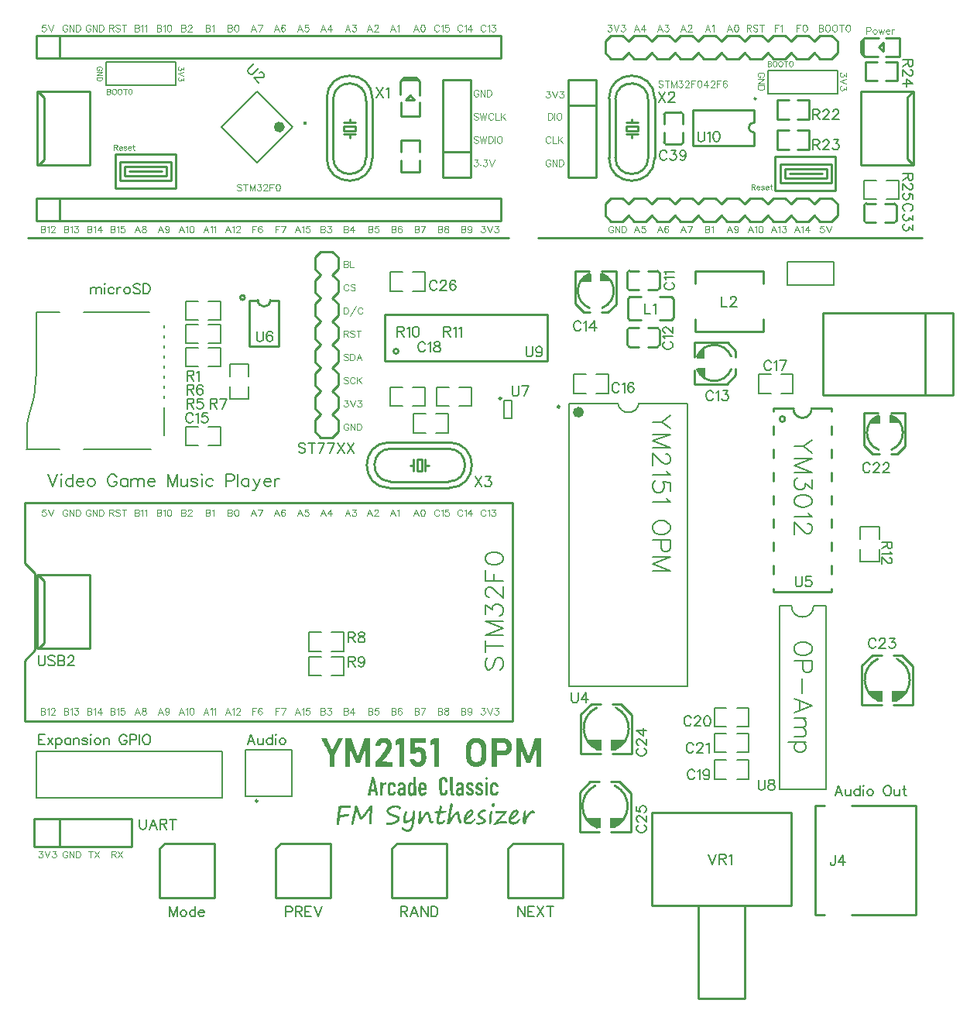
<source format=gto>
G04 Layer: TopSilkLayer*
G04 EasyEDA v6.3.22, 2020-04-16T16:32:26+08:00*
G04 928550df28224f32970c11639e6f1fd0,b166db8205ee484a91a1acb555850d7f,10*
G04 Gerber Generator version 0.2*
G04 Scale: 100 percent, Rotated: No, Reflected: No *
G04 Dimensions in millimeters *
G04 leading zeros omitted , absolute positions ,3 integer and 3 decimal *
%FSLAX33Y33*%
%MOMM*%
G90*
G71D02*

%ADD10C,0.254000*%
%ADD13C,0.200000*%
%ADD61C,0.203200*%
%ADD62C,0.202999*%
%ADD63C,0.199898*%
%ADD64C,0.127000*%
%ADD65C,0.228600*%
%ADD66C,0.200660*%
%ADD67C,0.249999*%
%ADD68C,0.599999*%
%ADD69C,0.599440*%
%ADD70C,0.248920*%
%ADD71C,0.152400*%
%ADD72C,0.119990*%

%LPD*%

%LPD*%
G36*
G01X50603Y16688D02*
G01X50532Y16692D01*
G01X50461Y16688D01*
G01X50421Y16670D01*
G01X50402Y16629D01*
G01X50398Y16558D01*
G01X50402Y16487D01*
G01X50421Y16447D01*
G01X50461Y16429D01*
G01X50532Y16424D01*
G01X50603Y16429D01*
G01X50644Y16447D01*
G01X50662Y16487D01*
G01X50666Y16558D01*
G01X50662Y16629D01*
G01X50644Y16670D01*
G01X50603Y16688D01*
G37*

%LPD*%
G36*
G01X50666Y16156D02*
G01X50398Y16156D01*
G01X50398Y14683D01*
G01X50666Y14683D01*
G01X50666Y16156D01*
G37*

%LPD*%
G36*
G01X39506Y16158D02*
G01X39463Y16159D01*
G01X39416Y16146D01*
G01X39365Y16120D01*
G01X39314Y16079D01*
G01X39265Y16038D01*
G01X39234Y16024D01*
G01X39211Y16038D01*
G01X39185Y16079D01*
G01X39158Y16111D01*
G01X39117Y16135D01*
G01X39067Y16151D01*
G01X39010Y16156D01*
G01X38878Y16156D01*
G01X38878Y14683D01*
G01X39191Y14683D01*
G01X39191Y15177D01*
G01X39192Y15309D01*
G01X39194Y15422D01*
G01X39199Y15518D01*
G01X39206Y15599D01*
G01X39218Y15666D01*
G01X39233Y15721D01*
G01X39253Y15764D01*
G01X39277Y15798D01*
G01X39308Y15824D01*
G01X39344Y15844D01*
G01X39387Y15858D01*
G01X39437Y15869D01*
G01X39518Y15889D01*
G01X39566Y15916D01*
G01X39587Y15959D01*
G01X39593Y16027D01*
G01X39586Y16079D01*
G01X39569Y16118D01*
G01X39541Y16145D01*
G01X39506Y16158D01*
G37*

%LPD*%
G36*
G01X46826Y16737D02*
G01X46558Y16737D01*
G01X46558Y15504D01*
G01X46559Y15381D01*
G01X46560Y15275D01*
G01X46562Y15183D01*
G01X46564Y15105D01*
G01X46567Y15040D01*
G01X46571Y14987D01*
G01X46577Y14942D01*
G01X46584Y14906D01*
G01X46592Y14876D01*
G01X46602Y14852D01*
G01X46614Y14832D01*
G01X46628Y14814D01*
G01X46644Y14798D01*
G01X46661Y14780D01*
G01X46711Y14743D01*
G01X46770Y14712D01*
G01X46830Y14691D01*
G01X46885Y14683D01*
G01X46946Y14688D01*
G01X46983Y14706D01*
G01X47000Y14745D01*
G01X47005Y14812D01*
G01X47000Y14872D01*
G01X46983Y14916D01*
G01X46956Y14946D01*
G01X46915Y14964D01*
G01X46900Y14968D01*
G01X46887Y14974D01*
G01X46875Y14983D01*
G01X46865Y14996D01*
G01X46856Y15013D01*
G01X46849Y15037D01*
G01X46843Y15068D01*
G01X46839Y15107D01*
G01X46835Y15156D01*
G01X46832Y15216D01*
G01X46829Y15287D01*
G01X46828Y15372D01*
G01X46827Y15470D01*
G01X46826Y15584D01*
G01X46826Y16737D01*
G37*

%LPD*%
G36*
G01X38158Y16737D02*
G01X38119Y16737D01*
G01X38060Y16731D01*
G01X38018Y16715D01*
G01X37990Y16684D01*
G01X37973Y16637D01*
G01X37966Y16609D01*
G01X37957Y16567D01*
G01X37945Y16516D01*
G01X37930Y16454D01*
G01X37914Y16386D01*
G01X37897Y16312D01*
G01X37879Y16235D01*
G01X37861Y16156D01*
G01X37836Y16050D01*
G01X37812Y15947D01*
G01X37789Y15848D01*
G01X37766Y15752D01*
G01X37745Y15660D01*
G01X37725Y15572D01*
G01X37706Y15488D01*
G01X37687Y15408D01*
G01X37670Y15331D01*
G01X37653Y15259D01*
G01X37638Y15192D01*
G01X37624Y15128D01*
G01X37610Y15069D01*
G01X37598Y15013D01*
G01X37587Y14963D01*
G01X37577Y14917D01*
G01X37568Y14876D01*
G01X37561Y14839D01*
G01X37554Y14808D01*
G01X37548Y14780D01*
G01X37544Y14758D01*
G01X37541Y14741D01*
G01X37539Y14729D01*
G01X37539Y14722D01*
G01X37551Y14707D01*
G01X37583Y14694D01*
G01X37632Y14686D01*
G01X37691Y14683D01*
G01X37778Y14687D01*
G01X37827Y14713D01*
G01X37853Y14779D01*
G01X37873Y14906D01*
G01X37904Y15130D01*
G01X38102Y15130D01*
G01X38175Y15125D01*
G01X38236Y15112D01*
G01X38285Y15089D01*
G01X38324Y15055D01*
G01X38353Y15009D01*
G01X38372Y14951D01*
G01X38383Y14879D01*
G01X38387Y14792D01*
G01X38393Y14735D01*
G01X38414Y14702D01*
G01X38462Y14687D01*
G01X38543Y14683D01*
G01X38605Y14683D01*
G01X38629Y14684D01*
G01X38650Y14688D01*
G01X38665Y14696D01*
G01X38677Y14709D01*
G01X38684Y14728D01*
G01X38687Y14754D01*
G01X38686Y14789D01*
G01X38681Y14834D01*
G01X38672Y14889D01*
G01X38658Y14956D01*
G01X38641Y15036D01*
G01X38619Y15131D01*
G01X38594Y15241D01*
G01X38565Y15368D01*
G01X38531Y15515D01*
G01X38500Y15652D01*
G01X38471Y15778D01*
G01X38444Y15894D01*
G01X38420Y16000D01*
G01X38397Y16096D01*
G01X38376Y16184D01*
G01X38357Y16264D01*
G01X38340Y16336D01*
G01X38324Y16400D01*
G01X38309Y16457D01*
G01X38295Y16506D01*
G01X38282Y16550D01*
G01X38271Y16588D01*
G01X38260Y16621D01*
G01X38249Y16648D01*
G01X38239Y16671D01*
G01X38229Y16689D01*
G01X38220Y16704D01*
G01X38210Y16715D01*
G01X38201Y16724D01*
G01X38191Y16730D01*
G01X38181Y16734D01*
G01X38170Y16736D01*
G01X38158Y16737D01*
G37*

%LPC*%
G36*
G01X38134Y16100D02*
G01X38124Y16101D01*
G01X38114Y16085D01*
G01X38102Y16053D01*
G01X38088Y16005D01*
G01X38073Y15940D01*
G01X38054Y15856D01*
G01X38031Y15755D01*
G01X38009Y15646D01*
G01X37994Y15562D01*
G01X37988Y15499D01*
G01X37992Y15454D01*
G01X38007Y15425D01*
G01X38032Y15408D01*
G01X38069Y15400D01*
G01X38119Y15397D01*
G01X38182Y15402D01*
G01X38222Y15415D01*
G01X38245Y15439D01*
G01X38250Y15476D01*
G01X38249Y15498D01*
G01X38245Y15531D01*
G01X38239Y15573D01*
G01X38232Y15623D01*
G01X38223Y15678D01*
G01X38213Y15739D01*
G01X38202Y15802D01*
G01X38190Y15866D01*
G01X38176Y15942D01*
G01X38164Y16004D01*
G01X38153Y16051D01*
G01X38144Y16083D01*
G01X38134Y16100D01*
G37*

%LPD*%
G36*
G01X48753Y16150D02*
G01X48701Y16152D01*
G01X48649Y16149D01*
G01X48596Y16140D01*
G01X48543Y16124D01*
G01X48492Y16103D01*
G01X48455Y16079D01*
G01X48421Y16043D01*
G01X48388Y15997D01*
G01X48359Y15945D01*
G01X48335Y15887D01*
G01X48316Y15826D01*
G01X48304Y15765D01*
G01X48300Y15705D01*
G01X48304Y15644D01*
G01X48319Y15585D01*
G01X48345Y15531D01*
G01X48381Y15479D01*
G01X48428Y15429D01*
G01X48486Y15383D01*
G01X48556Y15338D01*
G01X48638Y15294D01*
G01X48746Y15236D01*
G01X48821Y15184D01*
G01X48866Y15135D01*
G01X48880Y15091D01*
G01X48875Y15045D01*
G01X48861Y15007D01*
G01X48840Y14975D01*
G01X48813Y14950D01*
G01X48782Y14933D01*
G01X48748Y14923D01*
G01X48714Y14921D01*
G01X48680Y14928D01*
G01X48648Y14943D01*
G01X48619Y14966D01*
G01X48596Y14999D01*
G01X48580Y15040D01*
G01X48562Y15083D01*
G01X48529Y15110D01*
G01X48480Y15125D01*
G01X48409Y15130D01*
G01X48325Y15127D01*
G01X48286Y15110D01*
G01X48281Y15068D01*
G01X48302Y14986D01*
G01X48330Y14907D01*
G01X48363Y14840D01*
G01X48404Y14784D01*
G01X48451Y14739D01*
G01X48506Y14704D01*
G01X48569Y14680D01*
G01X48641Y14665D01*
G01X48721Y14661D01*
G01X48775Y14663D01*
G01X48826Y14671D01*
G01X48874Y14682D01*
G01X48918Y14698D01*
G01X48960Y14717D01*
G01X48997Y14740D01*
G01X49031Y14767D01*
G01X49062Y14796D01*
G01X49089Y14828D01*
G01X49112Y14861D01*
G01X49132Y14897D01*
G01X49148Y14935D01*
G01X49160Y14973D01*
G01X49169Y15013D01*
G01X49173Y15054D01*
G01X49174Y15095D01*
G01X49170Y15136D01*
G01X49163Y15177D01*
G01X49152Y15217D01*
G01X49136Y15257D01*
G01X49116Y15295D01*
G01X49093Y15332D01*
G01X49065Y15368D01*
G01X49032Y15401D01*
G01X48996Y15432D01*
G01X48954Y15459D01*
G01X48909Y15484D01*
G01X48858Y15506D01*
G01X48778Y15540D01*
G01X48712Y15573D01*
G01X48660Y15606D01*
G01X48621Y15640D01*
G01X48595Y15675D01*
G01X48582Y15713D01*
G01X48580Y15754D01*
G01X48589Y15797D01*
G01X48607Y15835D01*
G01X48634Y15863D01*
G01X48667Y15880D01*
G01X48702Y15886D01*
G01X48740Y15881D01*
G01X48776Y15864D01*
G01X48808Y15837D01*
G01X48835Y15799D01*
G01X48862Y15763D01*
G01X48901Y15735D01*
G01X48945Y15717D01*
G01X48993Y15710D01*
G01X49049Y15715D01*
G01X49082Y15734D01*
G01X49099Y15774D01*
G01X49103Y15840D01*
G01X49099Y15886D01*
G01X49088Y15928D01*
G01X49070Y15968D01*
G01X49046Y16005D01*
G01X49016Y16038D01*
G01X48981Y16067D01*
G01X48942Y16092D01*
G01X48899Y16114D01*
G01X48853Y16131D01*
G01X48804Y16143D01*
G01X48753Y16150D01*
G37*

%LPD*%
G36*
G01X49794Y16154D02*
G01X49740Y16158D01*
G01X49685Y16154D01*
G01X49632Y16143D01*
G01X49580Y16124D01*
G01X49531Y16098D01*
G01X49484Y16062D01*
G01X49442Y16019D01*
G01X49399Y15958D01*
G01X49366Y15890D01*
G01X49343Y15817D01*
G01X49329Y15741D01*
G01X49326Y15668D01*
G01X49334Y15598D01*
G01X49354Y15535D01*
G01X49384Y15482D01*
G01X49424Y15445D01*
G01X49491Y15396D01*
G01X49578Y15343D01*
G01X49673Y15291D01*
G01X49755Y15246D01*
G01X49820Y15201D01*
G01X49867Y15158D01*
G01X49896Y15116D01*
G01X49908Y15074D01*
G01X49904Y15033D01*
G01X49882Y14993D01*
G01X49842Y14952D01*
G01X49806Y14931D01*
G01X49766Y14921D01*
G01X49725Y14921D01*
G01X49685Y14931D01*
G01X49649Y14949D01*
G01X49620Y14974D01*
G01X49601Y15006D01*
G01X49594Y15043D01*
G01X49588Y15085D01*
G01X49566Y15111D01*
G01X49524Y15125D01*
G01X49460Y15130D01*
G01X49390Y15125D01*
G01X49349Y15108D01*
G01X49331Y15070D01*
G01X49326Y15003D01*
G01X49330Y14956D01*
G01X49341Y14911D01*
G01X49359Y14870D01*
G01X49382Y14832D01*
G01X49411Y14796D01*
G01X49444Y14765D01*
G01X49482Y14737D01*
G01X49523Y14712D01*
G01X49567Y14692D01*
G01X49613Y14676D01*
G01X49661Y14664D01*
G01X49710Y14657D01*
G01X49760Y14655D01*
G01X49809Y14657D01*
G01X49857Y14665D01*
G01X49904Y14678D01*
G01X49950Y14696D01*
G01X49992Y14720D01*
G01X50031Y14750D01*
G01X50067Y14786D01*
G01X50117Y14854D01*
G01X50150Y14927D01*
G01X50169Y15008D01*
G01X50175Y15103D01*
G01X50173Y15154D01*
G01X50169Y15200D01*
G01X50161Y15242D01*
G01X50148Y15280D01*
G01X50130Y15315D01*
G01X50107Y15347D01*
G01X50078Y15379D01*
G01X50041Y15410D01*
G01X49997Y15441D01*
G01X49945Y15474D01*
G01X49883Y15508D01*
G01X49812Y15544D01*
G01X49717Y15598D01*
G01X49657Y15646D01*
G01X49626Y15696D01*
G01X49616Y15755D01*
G01X49625Y15805D01*
G01X49647Y15845D01*
G01X49680Y15872D01*
G01X49718Y15888D01*
G01X49759Y15889D01*
G01X49797Y15876D01*
G01X49828Y15848D01*
G01X49849Y15803D01*
G01X49867Y15758D01*
G01X49900Y15730D01*
G01X49951Y15714D01*
G01X50024Y15710D01*
G01X50108Y15713D01*
G01X50150Y15728D01*
G01X50160Y15765D01*
G01X50149Y15833D01*
G01X50131Y15892D01*
G01X50106Y15946D01*
G01X50075Y15994D01*
G01X50037Y16036D01*
G01X49995Y16073D01*
G01X49949Y16103D01*
G01X49899Y16127D01*
G01X49848Y16144D01*
G01X49794Y16154D01*
G37*

%LPD*%
G36*
G01X51424Y16159D02*
G01X51377Y16162D01*
G01X51330Y16158D01*
G01X51283Y16150D01*
G01X51237Y16137D01*
G01X51191Y16117D01*
G01X51147Y16092D01*
G01X51105Y16062D01*
G01X51064Y16026D01*
G01X51035Y15996D01*
G01X51010Y15969D01*
G01X50989Y15943D01*
G01X50973Y15915D01*
G01X50961Y15885D01*
G01X50951Y15849D01*
G01X50944Y15805D01*
G01X50939Y15753D01*
G01X50936Y15688D01*
G01X50935Y15611D01*
G01X50934Y15517D01*
G01X50934Y15407D01*
G01X50935Y15264D01*
G01X50937Y15149D01*
G01X50942Y15057D01*
G01X50949Y14984D01*
G01X50961Y14927D01*
G01X50977Y14881D01*
G01X50998Y14841D01*
G01X51024Y14804D01*
G01X51061Y14763D01*
G01X51103Y14728D01*
G01X51149Y14701D01*
G01X51197Y14680D01*
G01X51249Y14665D01*
G01X51301Y14657D01*
G01X51354Y14654D01*
G01X51408Y14657D01*
G01X51461Y14666D01*
G01X51513Y14680D01*
G01X51564Y14698D01*
G01X51612Y14722D01*
G01X51656Y14751D01*
G01X51698Y14783D01*
G01X51734Y14820D01*
G01X51766Y14861D01*
G01X51792Y14906D01*
G01X51810Y14954D01*
G01X51823Y15006D01*
G01X51827Y15060D01*
G01X51816Y15095D01*
G01X51787Y15119D01*
G01X51744Y15131D01*
G01X51695Y15133D01*
G01X51644Y15125D01*
G01X51597Y15107D01*
G01X51559Y15079D01*
G01X51537Y15042D01*
G01X51517Y14999D01*
G01X51487Y14965D01*
G01X51451Y14939D01*
G01X51411Y14925D01*
G01X51370Y14920D01*
G01X51329Y14927D01*
G01X51292Y14945D01*
G01X51261Y14976D01*
G01X51245Y15011D01*
G01X51230Y15063D01*
G01X51219Y15129D01*
G01X51211Y15205D01*
G01X51205Y15290D01*
G01X51202Y15378D01*
G01X51202Y15468D01*
G01X51205Y15553D01*
G01X51211Y15634D01*
G01X51220Y15704D01*
G01X51232Y15761D01*
G01X51248Y15802D01*
G01X51278Y15845D01*
G01X51314Y15873D01*
G01X51352Y15887D01*
G01X51393Y15887D01*
G01X51432Y15873D01*
G01X51470Y15847D01*
G01X51502Y15807D01*
G01X51528Y15755D01*
G01X51558Y15689D01*
G01X51595Y15648D01*
G01X51642Y15627D01*
G01X51708Y15621D01*
G01X51781Y15624D01*
G01X51817Y15644D01*
G01X51824Y15694D01*
G01X51812Y15788D01*
G01X51800Y15841D01*
G01X51784Y15890D01*
G01X51763Y15935D01*
G01X51737Y15977D01*
G01X51707Y16015D01*
G01X51674Y16049D01*
G01X51638Y16079D01*
G01X51599Y16104D01*
G01X51557Y16125D01*
G01X51514Y16141D01*
G01X51470Y16153D01*
G01X51424Y16159D01*
G37*

%LPD*%
G36*
G01X40215Y16157D02*
G01X40169Y16159D01*
G01X40122Y16156D01*
G01X40075Y16148D01*
G01X40029Y16135D01*
G01X39983Y16116D01*
G01X39939Y16092D01*
G01X39897Y16062D01*
G01X39857Y16026D01*
G01X39828Y15996D01*
G01X39803Y15969D01*
G01X39783Y15943D01*
G01X39766Y15915D01*
G01X39754Y15885D01*
G01X39744Y15849D01*
G01X39737Y15805D01*
G01X39732Y15753D01*
G01X39729Y15688D01*
G01X39727Y15611D01*
G01X39727Y15263D01*
G01X39730Y15148D01*
G01X39735Y15056D01*
G01X39742Y14983D01*
G01X39754Y14926D01*
G01X39770Y14880D01*
G01X39791Y14840D01*
G01X39818Y14802D01*
G01X39856Y14760D01*
G01X39898Y14725D01*
G01X39944Y14697D01*
G01X39993Y14676D01*
G01X40044Y14661D01*
G01X40096Y14653D01*
G01X40150Y14650D01*
G01X40203Y14653D01*
G01X40256Y14662D01*
G01X40308Y14677D01*
G01X40359Y14696D01*
G01X40406Y14720D01*
G01X40451Y14749D01*
G01X40492Y14782D01*
G01X40528Y14820D01*
G01X40559Y14862D01*
G01X40585Y14908D01*
G01X40603Y14957D01*
G01X40616Y15010D01*
G01X40620Y15065D01*
G01X40610Y15094D01*
G01X40581Y15114D01*
G01X40532Y15126D01*
G01X40463Y15130D01*
G01X40386Y15126D01*
G01X40338Y15112D01*
G01X40314Y15086D01*
G01X40307Y15043D01*
G01X40300Y15006D01*
G01X40281Y14974D01*
G01X40252Y14949D01*
G01X40216Y14931D01*
G01X40177Y14921D01*
G01X40136Y14921D01*
G01X40095Y14931D01*
G01X40059Y14952D01*
G01X40043Y14974D01*
G01X40029Y15010D01*
G01X40017Y15057D01*
G01X40008Y15113D01*
G01X40000Y15178D01*
G01X39994Y15248D01*
G01X39991Y15322D01*
G01X39990Y15397D01*
G01X39991Y15473D01*
G01X39994Y15547D01*
G01X40000Y15617D01*
G01X40008Y15681D01*
G01X40017Y15738D01*
G01X40029Y15785D01*
G01X40043Y15821D01*
G01X40059Y15842D01*
G01X40096Y15867D01*
G01X40135Y15880D01*
G01X40173Y15883D01*
G01X40209Y15876D01*
G01X40241Y15859D01*
G01X40270Y15832D01*
G01X40292Y15798D01*
G01X40307Y15755D01*
G01X40327Y15700D01*
G01X40359Y15663D01*
G01X40408Y15641D01*
G01X40483Y15629D01*
G01X40632Y15614D01*
G01X40605Y15785D01*
G01X40594Y15837D01*
G01X40577Y15886D01*
G01X40556Y15931D01*
G01X40530Y15973D01*
G01X40500Y16011D01*
G01X40467Y16045D01*
G01X40431Y16075D01*
G01X40392Y16100D01*
G01X40350Y16121D01*
G01X40306Y16138D01*
G01X40262Y16149D01*
G01X40215Y16157D01*
G37*

%LPD*%
G36*
G01X45880Y16737D02*
G01X45829Y16738D01*
G01X45777Y16733D01*
G01X45724Y16721D01*
G01X45672Y16704D01*
G01X45620Y16678D01*
G01X45570Y16646D01*
G01X45521Y16607D01*
G01X45375Y16476D01*
G01X45375Y15442D01*
G01X45376Y15338D01*
G01X45377Y15248D01*
G01X45379Y15171D01*
G01X45381Y15105D01*
G01X45385Y15050D01*
G01X45389Y15002D01*
G01X45395Y14963D01*
G01X45402Y14930D01*
G01X45411Y14903D01*
G01X45421Y14879D01*
G01X45433Y14858D01*
G01X45448Y14838D01*
G01X45464Y14819D01*
G01X45482Y14799D01*
G01X45520Y14762D01*
G01X45560Y14731D01*
G01X45602Y14705D01*
G01X45645Y14684D01*
G01X45689Y14668D01*
G01X45733Y14657D01*
G01X45778Y14650D01*
G01X45823Y14649D01*
G01X45868Y14651D01*
G01X45912Y14658D01*
G01X45955Y14669D01*
G01X45997Y14684D01*
G01X46038Y14703D01*
G01X46076Y14725D01*
G01X46113Y14752D01*
G01X46146Y14782D01*
G01X46178Y14815D01*
G01X46206Y14851D01*
G01X46230Y14891D01*
G01X46251Y14934D01*
G01X46268Y14979D01*
G01X46280Y15028D01*
G01X46287Y15078D01*
G01X46290Y15132D01*
G01X46286Y15201D01*
G01X46268Y15242D01*
G01X46227Y15259D01*
G01X46156Y15263D01*
G01X46088Y15259D01*
G01X46048Y15244D01*
G01X46027Y15211D01*
G01X46022Y15157D01*
G01X46018Y15110D01*
G01X46005Y15067D01*
G01X45984Y15031D01*
G01X45956Y15001D01*
G01X45922Y14978D01*
G01X45883Y14963D01*
G01X45839Y14957D01*
G01X45790Y14959D01*
G01X45767Y14963D01*
G01X45747Y14969D01*
G01X45731Y14979D01*
G01X45718Y14996D01*
G01X45707Y15023D01*
G01X45699Y15060D01*
G01X45693Y15111D01*
G01X45687Y15180D01*
G01X45684Y15266D01*
G01X45681Y15373D01*
G01X45678Y15503D01*
G01X45675Y15659D01*
G01X45673Y15782D01*
G01X45672Y15892D01*
G01X45672Y15989D01*
G01X45673Y16076D01*
G01X45676Y16152D01*
G01X45680Y16218D01*
G01X45685Y16274D01*
G01X45693Y16322D01*
G01X45702Y16362D01*
G01X45712Y16394D01*
G01X45725Y16420D01*
G01X45740Y16439D01*
G01X45758Y16453D01*
G01X45777Y16462D01*
G01X45799Y16467D01*
G01X45824Y16469D01*
G01X45894Y16447D01*
G01X45958Y16389D01*
G01X46004Y16309D01*
G01X46022Y16220D01*
G01X46027Y16165D01*
G01X46047Y16132D01*
G01X46088Y16116D01*
G01X46156Y16112D01*
G01X46227Y16116D01*
G01X46268Y16134D01*
G01X46286Y16174D01*
G01X46290Y16243D01*
G01X46287Y16307D01*
G01X46277Y16368D01*
G01X46262Y16425D01*
G01X46241Y16477D01*
G01X46215Y16526D01*
G01X46185Y16570D01*
G01X46150Y16609D01*
G01X46112Y16644D01*
G01X46071Y16674D01*
G01X46026Y16697D01*
G01X45980Y16716D01*
G01X45931Y16729D01*
G01X45880Y16737D01*
G37*

%LPD*%
G36*
G01X41314Y16156D02*
G01X41261Y16161D01*
G01X41207Y16159D01*
G01X41155Y16151D01*
G01X41103Y16136D01*
G01X41054Y16113D01*
G01X41006Y16083D01*
G01X40961Y16047D01*
G01X40906Y15988D01*
G01X40868Y15929D01*
G01X40845Y15872D01*
G01X40839Y15820D01*
G01X40848Y15775D01*
G01X40873Y15741D01*
G01X40915Y15718D01*
G01X40972Y15710D01*
G01X41032Y15715D01*
G01X41075Y15731D01*
G01X41106Y15759D01*
G01X41124Y15799D01*
G01X41142Y15836D01*
G01X41172Y15863D01*
G01X41212Y15881D01*
G01X41256Y15889D01*
G01X41300Y15887D01*
G01X41341Y15875D01*
G01X41374Y15852D01*
G01X41396Y15818D01*
G01X41416Y15760D01*
G01X41426Y15710D01*
G01X41427Y15669D01*
G01X41418Y15635D01*
G01X41401Y15609D01*
G01X41374Y15591D01*
G01X41337Y15580D01*
G01X41291Y15576D01*
G01X41219Y15572D01*
G01X41152Y15560D01*
G01X41089Y15540D01*
G01X41031Y15513D01*
G01X40979Y15479D01*
G01X40933Y15439D01*
G01X40893Y15392D01*
G01X40860Y15339D01*
G01X40834Y15281D01*
G01X40814Y15217D01*
G01X40803Y15149D01*
G01X40799Y15076D01*
G01X40802Y15015D01*
G01X40811Y14958D01*
G01X40826Y14904D01*
G01X40846Y14855D01*
G01X40870Y14810D01*
G01X40899Y14770D01*
G01X40931Y14735D01*
G01X40966Y14705D01*
G01X41004Y14681D01*
G01X41044Y14663D01*
G01X41086Y14651D01*
G01X41130Y14646D01*
G01X41174Y14649D01*
G01X41220Y14658D01*
G01X41265Y14675D01*
G01X41310Y14701D01*
G01X41354Y14725D01*
G01X41390Y14739D01*
G01X41414Y14741D01*
G01X41423Y14729D01*
G01X41434Y14711D01*
G01X41462Y14696D01*
G01X41505Y14687D01*
G01X41557Y14683D01*
G01X41691Y14683D01*
G01X41691Y15895D01*
G01X41561Y16026D01*
G01X41516Y16066D01*
G01X41469Y16099D01*
G01X41419Y16124D01*
G01X41367Y16143D01*
G01X41314Y16156D01*
G37*

%LPC*%
G36*
G01X41359Y15304D02*
G01X41288Y15308D01*
G01X41231Y15301D01*
G01X41182Y15282D01*
G01X41142Y15253D01*
G01X41110Y15216D01*
G01X41088Y15173D01*
G01X41076Y15128D01*
G01X41073Y15081D01*
G01X41081Y15036D01*
G01X41100Y14994D01*
G01X41130Y14958D01*
G01X41171Y14930D01*
G01X41224Y14913D01*
G01X41263Y14912D01*
G01X41299Y14924D01*
G01X41333Y14946D01*
G01X41363Y14979D01*
G01X41388Y15021D01*
G01X41407Y15069D01*
G01X41419Y15124D01*
G01X41423Y15183D01*
G01X41419Y15249D01*
G01X41400Y15287D01*
G01X41359Y15304D01*
G37*

%LPD*%
G36*
G01X43580Y16155D02*
G01X43528Y16158D01*
G01X43478Y16154D01*
G01X43427Y16145D01*
G01X43378Y16130D01*
G01X43331Y16108D01*
G01X43287Y16080D01*
G01X43245Y16046D01*
G01X43219Y16019D01*
G01X43196Y15990D01*
G01X43174Y15958D01*
G01X43155Y15922D01*
G01X43138Y15884D01*
G01X43123Y15841D01*
G01X43110Y15796D01*
G01X43100Y15746D01*
G01X43091Y15694D01*
G01X43085Y15637D01*
G01X43080Y15576D01*
G01X43077Y15511D01*
G01X43077Y15441D01*
G01X43078Y15368D01*
G01X43081Y15289D01*
G01X43087Y15206D01*
G01X43094Y15108D01*
G01X43103Y15031D01*
G01X43114Y14969D01*
G01X43129Y14918D01*
G01X43149Y14876D01*
G01X43175Y14838D01*
G01X43210Y14800D01*
G01X43255Y14758D01*
G01X43337Y14692D01*
G01X43407Y14656D01*
G01X43483Y14645D01*
G01X43584Y14653D01*
G01X43658Y14669D01*
G01X43728Y14697D01*
G01X43793Y14734D01*
G01X43851Y14778D01*
G01X43899Y14829D01*
G01X43936Y14883D01*
G01X43960Y14941D01*
G01X43968Y14998D01*
G01X43959Y15038D01*
G01X43934Y15065D01*
G01X43897Y15082D01*
G01X43852Y15086D01*
G01X43802Y15079D01*
G01X43750Y15061D01*
G01X43702Y15031D01*
G01X43660Y14990D01*
G01X43612Y14942D01*
G01X43565Y14916D01*
G01X43519Y14909D01*
G01X43477Y14920D01*
G01X43441Y14949D01*
G01X43413Y14995D01*
G01X43394Y15057D01*
G01X43388Y15132D01*
G01X43388Y15308D01*
G01X43979Y15308D01*
G01X43960Y15626D01*
G01X43954Y15721D01*
G01X43947Y15798D01*
G01X43937Y15859D01*
G01X43925Y15908D01*
G01X43907Y15949D01*
G01X43885Y15984D01*
G01X43856Y16017D01*
G01X43819Y16050D01*
G01X43775Y16083D01*
G01X43729Y16111D01*
G01X43680Y16132D01*
G01X43631Y16146D01*
G01X43580Y16155D01*
G37*

%LPC*%
G36*
G01X43589Y15883D02*
G01X43542Y15889D01*
G01X43470Y15883D01*
G01X43425Y15856D01*
G01X43395Y15793D01*
G01X43367Y15676D01*
G01X43352Y15593D01*
G01X43363Y15549D01*
G01X43414Y15534D01*
G01X43518Y15532D01*
G01X43583Y15533D01*
G01X43632Y15540D01*
G01X43668Y15554D01*
G01X43690Y15576D01*
G01X43701Y15609D01*
G01X43701Y15654D01*
G01X43691Y15713D01*
G01X43672Y15788D01*
G01X43654Y15832D01*
G01X43627Y15864D01*
G01X43589Y15883D01*
G37*

%LPD*%
G36*
G01X42685Y16728D02*
G01X42539Y16743D01*
G01X42539Y16259D01*
G01X42538Y16171D01*
G01X42534Y16109D01*
G01X42528Y16070D01*
G01X42518Y16051D01*
G01X42504Y16049D01*
G01X42484Y16060D01*
G01X42458Y16083D01*
G01X42409Y16118D01*
G01X42358Y16142D01*
G01X42304Y16153D01*
G01X42249Y16153D01*
G01X42195Y16142D01*
G01X42143Y16119D01*
G01X42095Y16084D01*
G01X42052Y16039D01*
G01X42032Y16013D01*
G01X42016Y15987D01*
G01X42002Y15960D01*
G01X41991Y15929D01*
G01X41982Y15893D01*
G01X41975Y15852D01*
G01X41969Y15802D01*
G01X41965Y15744D01*
G01X41962Y15675D01*
G01X41960Y15594D01*
G01X41959Y15499D01*
G01X41959Y15273D01*
G01X41960Y15174D01*
G01X41961Y15091D01*
G01X41964Y15022D01*
G01X41968Y14965D01*
G01X41975Y14918D01*
G01X41983Y14880D01*
G01X41994Y14848D01*
G01X42008Y14821D01*
G01X42024Y14797D01*
G01X42045Y14773D01*
G01X42069Y14748D01*
G01X42115Y14706D01*
G01X42160Y14675D01*
G01X42205Y14654D01*
G01X42249Y14644D01*
G01X42295Y14644D01*
G01X42341Y14655D01*
G01X42390Y14676D01*
G01X42440Y14708D01*
G01X42479Y14732D01*
G01X42511Y14744D01*
G01X42532Y14743D01*
G01X42539Y14730D01*
G01X42552Y14712D01*
G01X42586Y14697D01*
G01X42635Y14687D01*
G01X42696Y14683D01*
G01X42854Y14683D01*
G01X42830Y16715D01*
G01X42685Y16728D01*
G37*

%LPC*%
G36*
G01X42400Y15880D02*
G01X42365Y15883D01*
G01X42335Y15881D01*
G01X42309Y15873D01*
G01X42287Y15859D01*
G01X42270Y15837D01*
G01X42256Y15807D01*
G01X42246Y15767D01*
G01X42238Y15715D01*
G01X42233Y15651D01*
G01X42229Y15575D01*
G01X42228Y15484D01*
G01X42227Y15377D01*
G01X42229Y15282D01*
G01X42233Y15197D01*
G01X42239Y15124D01*
G01X42249Y15062D01*
G01X42262Y15010D01*
G01X42278Y14969D01*
G01X42297Y14939D01*
G01X42319Y14918D01*
G01X42345Y14908D01*
G01X42374Y14908D01*
G01X42407Y14917D01*
G01X42443Y14936D01*
G01X42464Y14953D01*
G01X42480Y14977D01*
G01X42493Y15012D01*
G01X42503Y15059D01*
G01X42510Y15121D01*
G01X42514Y15200D01*
G01X42517Y15301D01*
G01X42517Y15866D01*
G01X42400Y15880D01*
G37*

%LPD*%
G36*
G01X47652Y16159D02*
G01X47598Y16159D01*
G01X47545Y16153D01*
G01X47492Y16140D01*
G01X47441Y16121D01*
G01X47392Y16096D01*
G01X47346Y16064D01*
G01X47294Y16015D01*
G01X47257Y15962D01*
G01X47235Y15904D01*
G01X47228Y15840D01*
G01X47232Y15772D01*
G01X47250Y15732D01*
G01X47289Y15714D01*
G01X47357Y15710D01*
G01X47416Y15715D01*
G01X47460Y15731D01*
G01X47491Y15759D01*
G01X47509Y15799D01*
G01X47524Y15838D01*
G01X47547Y15866D01*
G01X47575Y15884D01*
G01X47607Y15892D01*
G01X47641Y15891D01*
G01X47676Y15881D01*
G01X47710Y15863D01*
G01X47741Y15838D01*
G01X47768Y15806D01*
G01X47789Y15769D01*
G01X47803Y15726D01*
G01X47808Y15679D01*
G01X47803Y15627D01*
G01X47782Y15596D01*
G01X47741Y15580D01*
G01X47672Y15576D01*
G01X47601Y15571D01*
G01X47530Y15556D01*
G01X47461Y15532D01*
G01X47397Y15501D01*
G01X47340Y15464D01*
G01X47291Y15421D01*
G01X47252Y15375D01*
G01X47226Y15325D01*
G01X47204Y15260D01*
G01X47190Y15195D01*
G01X47182Y15131D01*
G01X47180Y15070D01*
G01X47184Y15010D01*
G01X47194Y14954D01*
G01X47208Y14901D01*
G01X47228Y14851D01*
G01X47252Y14805D01*
G01X47281Y14765D01*
G01X47313Y14728D01*
G01X47348Y14698D01*
G01X47386Y14674D01*
G01X47427Y14656D01*
G01X47470Y14645D01*
G01X47516Y14641D01*
G01X47563Y14645D01*
G01X47610Y14657D01*
G01X47660Y14678D01*
G01X47709Y14708D01*
G01X47748Y14732D01*
G01X47779Y14744D01*
G01X47801Y14743D01*
G01X47808Y14730D01*
G01X47819Y14712D01*
G01X47848Y14697D01*
G01X47890Y14687D01*
G01X47942Y14683D01*
G01X48076Y14683D01*
G01X48076Y15895D01*
G01X47946Y16026D01*
G01X47903Y16063D01*
G01X47857Y16095D01*
G01X47808Y16120D01*
G01X47758Y16140D01*
G01X47705Y16152D01*
G01X47652Y16159D01*
G37*

%LPC*%
G36*
G01X47748Y15304D02*
G01X47683Y15308D01*
G01X47634Y15304D01*
G01X47588Y15292D01*
G01X47549Y15273D01*
G01X47515Y15248D01*
G01X47486Y15219D01*
G01X47465Y15185D01*
G01X47451Y15149D01*
G01X47444Y15111D01*
G01X47446Y15072D01*
G01X47456Y15033D01*
G01X47476Y14996D01*
G01X47505Y14960D01*
G01X47553Y14925D01*
G01X47604Y14912D01*
G01X47655Y14919D01*
G01X47703Y14943D01*
G01X47744Y14983D01*
G01X47778Y15037D01*
G01X47800Y15102D01*
G01X47808Y15178D01*
G01X47804Y15246D01*
G01X47787Y15285D01*
G01X47748Y15304D01*
G37*

%LPD*%
G36*
G01X51335Y13870D02*
G01X51288Y13871D01*
G01X51240Y13863D01*
G01X51198Y13848D01*
G01X51168Y13828D01*
G01X51142Y13793D01*
G01X51125Y13749D01*
G01X51116Y13700D01*
G01X51114Y13647D01*
G01X51121Y13596D01*
G01X51135Y13547D01*
G01X51156Y13506D01*
G01X51185Y13473D01*
G01X51226Y13447D01*
G01X51263Y13446D01*
G01X51306Y13476D01*
G01X51365Y13540D01*
G01X51410Y13599D01*
G01X51440Y13657D01*
G01X51457Y13710D01*
G01X51459Y13758D01*
G01X51449Y13800D01*
G01X51424Y13833D01*
G01X51386Y13857D01*
G01X51335Y13870D01*
G37*

%LPD*%
G36*
G01X43361Y12967D02*
G01X43294Y12984D01*
G01X43225Y12964D01*
G01X43172Y12908D01*
G01X43164Y12884D01*
G01X43155Y12844D01*
G01X43145Y12792D01*
G01X43136Y12728D01*
G01X43127Y12656D01*
G01X43119Y12577D01*
G01X43111Y12493D01*
G01X43105Y12406D01*
G01X43093Y12228D01*
G01X43086Y12141D01*
G01X43078Y12058D01*
G01X43070Y11982D01*
G01X43063Y11916D01*
G01X43056Y11860D01*
G01X43049Y11819D01*
G01X43038Y11733D01*
G01X43043Y11676D01*
G01X43068Y11637D01*
G01X43115Y11605D01*
G01X43151Y11589D01*
G01X43185Y11579D01*
G01X43218Y11578D01*
G01X43250Y11586D01*
G01X43283Y11603D01*
G01X43317Y11631D01*
G01X43353Y11669D01*
G01X43391Y11720D01*
G01X43434Y11783D01*
G01X43480Y11859D01*
G01X43532Y11950D01*
G01X43589Y12055D01*
G01X43631Y12133D01*
G01X43672Y12205D01*
G01X43710Y12272D01*
G01X43746Y12333D01*
G01X43781Y12388D01*
G01X43815Y12437D01*
G01X43845Y12482D01*
G01X43875Y12520D01*
G01X43903Y12552D01*
G01X43929Y12579D01*
G01X43954Y12600D01*
G01X43978Y12616D01*
G01X44000Y12625D01*
G01X44021Y12629D01*
G01X44041Y12628D01*
G01X44059Y12621D01*
G01X44077Y12608D01*
G01X44093Y12589D01*
G01X44108Y12565D01*
G01X44123Y12535D01*
G01X44136Y12499D01*
G01X44149Y12458D01*
G01X44161Y12411D01*
G01X44173Y12359D01*
G01X44183Y12301D01*
G01X44193Y12238D01*
G01X44203Y12168D01*
G01X44213Y12093D01*
G01X44223Y12019D01*
G01X44236Y11952D01*
G01X44252Y11891D01*
G01X44271Y11837D01*
G01X44292Y11789D01*
G01X44315Y11748D01*
G01X44341Y11714D01*
G01X44369Y11687D01*
G01X44400Y11666D01*
G01X44433Y11652D01*
G01X44467Y11645D01*
G01X44504Y11645D01*
G01X44543Y11653D01*
G01X44585Y11667D01*
G01X44628Y11688D01*
G01X44673Y11717D01*
G01X44719Y11754D01*
G01X44750Y11790D01*
G01X44768Y11823D01*
G01X44770Y11853D01*
G01X44758Y11879D01*
G01X44733Y11898D01*
G01X44694Y11910D01*
G01X44641Y11915D01*
G01X44607Y11915D01*
G01X44578Y11917D01*
G01X44554Y11923D01*
G01X44533Y11934D01*
G01X44516Y11952D01*
G01X44500Y11978D01*
G01X44487Y12014D01*
G01X44473Y12061D01*
G01X44460Y12122D01*
G01X44446Y12199D01*
G01X44431Y12291D01*
G01X44413Y12402D01*
G01X44396Y12497D01*
G01X44375Y12582D01*
G01X44353Y12658D01*
G01X44327Y12724D01*
G01X44299Y12781D01*
G01X44268Y12829D01*
G01X44234Y12867D01*
G01X44198Y12896D01*
G01X44158Y12916D01*
G01X44115Y12927D01*
G01X44070Y12928D01*
G01X44022Y12920D01*
G01X43980Y12908D01*
G01X43940Y12893D01*
G01X43903Y12874D01*
G01X43867Y12851D01*
G01X43833Y12822D01*
G01X43798Y12788D01*
G01X43763Y12747D01*
G01X43727Y12698D01*
G01X43690Y12642D01*
G01X43649Y12577D01*
G01X43605Y12502D01*
G01X43557Y12417D01*
G01X43521Y12352D01*
G01X43485Y12290D01*
G01X43450Y12232D01*
G01X43418Y12180D01*
G01X43389Y12136D01*
G01X43365Y12101D01*
G01X43346Y12077D01*
G01X43332Y12065D01*
G01X43316Y12056D01*
G01X43307Y12056D01*
G01X43304Y12062D01*
G01X43311Y12077D01*
G01X43323Y12107D01*
G01X43336Y12159D01*
G01X43349Y12228D01*
G01X43362Y12310D01*
G01X43375Y12400D01*
G01X43387Y12494D01*
G01X43397Y12589D01*
G01X43405Y12679D01*
G01X43410Y12760D01*
G01X43413Y12830D01*
G01X43412Y12882D01*
G01X43407Y12912D01*
G01X43361Y12967D01*
G37*

%LPD*%
G36*
G01X51130Y13023D02*
G01X51060Y13029D01*
G01X50991Y13004D01*
G01X50942Y12953D01*
G01X50933Y12930D01*
G01X50923Y12898D01*
G01X50913Y12856D01*
G01X50904Y12808D01*
G01X50893Y12752D01*
G01X50883Y12690D01*
G01X50873Y12624D01*
G01X50864Y12554D01*
G01X50854Y12481D01*
G01X50845Y12406D01*
G01X50829Y12254D01*
G01X50823Y12179D01*
G01X50817Y12106D01*
G01X50812Y12036D01*
G01X50808Y11968D01*
G01X50806Y11907D01*
G01X50805Y11850D01*
G01X50805Y11800D01*
G01X50807Y11759D01*
G01X50818Y11637D01*
G01X50837Y11570D01*
G01X50873Y11541D01*
G01X50934Y11535D01*
G01X50970Y11536D01*
G01X50998Y11542D01*
G01X51017Y11557D01*
G01X51032Y11585D01*
G01X51040Y11631D01*
G01X51046Y11698D01*
G01X51049Y11791D01*
G01X51051Y11915D01*
G01X51052Y11969D01*
G01X51055Y12027D01*
G01X51059Y12087D01*
G01X51064Y12150D01*
G01X51070Y12214D01*
G01X51077Y12277D01*
G01X51085Y12341D01*
G01X51094Y12402D01*
G01X51102Y12462D01*
G01X51112Y12518D01*
G01X51122Y12570D01*
G01X51132Y12617D01*
G01X51160Y12746D01*
G01X51178Y12858D01*
G01X51185Y12942D01*
G01X51180Y12985D01*
G01X51130Y13023D01*
G37*

%LPD*%
G36*
G01X46699Y13895D02*
G01X46664Y13898D01*
G01X46633Y13886D01*
G01X46604Y13859D01*
G01X46596Y13845D01*
G01X46588Y13822D01*
G01X46578Y13789D01*
G01X46566Y13749D01*
G01X46555Y13701D01*
G01X46543Y13646D01*
G01X46530Y13586D01*
G01X46518Y13520D01*
G01X46505Y13451D01*
G01X46493Y13378D01*
G01X46480Y13301D01*
G01X46469Y13224D01*
G01X46456Y13134D01*
G01X46430Y12958D01*
G01X46404Y12786D01*
G01X46378Y12620D01*
G01X46366Y12540D01*
G01X46353Y12462D01*
G01X46341Y12387D01*
G01X46330Y12314D01*
G01X46318Y12244D01*
G01X46307Y12177D01*
G01X46297Y12114D01*
G01X46286Y12054D01*
G01X46277Y11998D01*
G01X46268Y11946D01*
G01X46259Y11897D01*
G01X46251Y11854D01*
G01X46243Y11815D01*
G01X46237Y11781D01*
G01X46231Y11752D01*
G01X46225Y11729D01*
G01X46220Y11711D01*
G01X46222Y11631D01*
G01X46262Y11565D01*
G01X46327Y11526D01*
G01X46402Y11529D01*
G01X46419Y11540D01*
G01X46441Y11561D01*
G01X46468Y11590D01*
G01X46499Y11627D01*
G01X46532Y11670D01*
G01X46567Y11719D01*
G01X46602Y11771D01*
G01X46637Y11826D01*
G01X46690Y11911D01*
G01X46742Y11993D01*
G01X46793Y12071D01*
G01X46843Y12146D01*
G01X46891Y12216D01*
G01X46937Y12283D01*
G01X46981Y12344D01*
G01X47023Y12400D01*
G01X47063Y12452D01*
G01X47099Y12497D01*
G01X47133Y12536D01*
G01X47163Y12568D01*
G01X47189Y12594D01*
G01X47212Y12614D01*
G01X47231Y12625D01*
G01X47245Y12629D01*
G01X47273Y12624D01*
G01X47298Y12609D01*
G01X47320Y12581D01*
G01X47338Y12537D01*
G01X47356Y12477D01*
G01X47372Y12397D01*
G01X47388Y12296D01*
G01X47405Y12171D01*
G01X47417Y12085D01*
G01X47431Y12008D01*
G01X47448Y11938D01*
G01X47466Y11876D01*
G01X47487Y11822D01*
G01X47509Y11775D01*
G01X47535Y11735D01*
G01X47562Y11703D01*
G01X47591Y11678D01*
G01X47623Y11661D01*
G01X47658Y11650D01*
G01X47695Y11647D01*
G01X47746Y11650D01*
G01X47786Y11660D01*
G01X47812Y11677D01*
G01X47827Y11702D01*
G01X47831Y11737D01*
G01X47822Y11781D01*
G01X47802Y11836D01*
G01X47772Y11902D01*
G01X47754Y11942D01*
G01X47735Y11990D01*
G01X47715Y12046D01*
G01X47697Y12107D01*
G01X47678Y12170D01*
G01X47662Y12235D01*
G01X47647Y12300D01*
G01X47623Y12422D01*
G01X47612Y12484D01*
G01X47601Y12545D01*
G01X47590Y12602D01*
G01X47580Y12656D01*
G01X47571Y12704D01*
G01X47564Y12744D01*
G01X47557Y12775D01*
G01X47546Y12820D01*
G01X47532Y12859D01*
G01X47515Y12892D01*
G01X47495Y12919D01*
G01X47473Y12941D01*
G01X47448Y12957D01*
G01X47421Y12966D01*
G01X47391Y12971D01*
G01X47359Y12969D01*
G01X47325Y12962D01*
G01X47289Y12950D01*
G01X47251Y12932D01*
G01X47211Y12909D01*
G01X47170Y12880D01*
G01X47128Y12846D01*
G01X47083Y12807D01*
G01X47038Y12763D01*
G01X46992Y12714D01*
G01X46944Y12660D01*
G01X46896Y12601D01*
G01X46846Y12537D01*
G01X46796Y12468D01*
G01X46746Y12395D01*
G01X46695Y12316D01*
G01X46619Y12204D01*
G01X46566Y12135D01*
G01X46536Y12112D01*
G01X46532Y12138D01*
G01X46538Y12166D01*
G01X46545Y12203D01*
G01X46554Y12246D01*
G01X46563Y12296D01*
G01X46573Y12349D01*
G01X46595Y12461D01*
G01X46606Y12518D01*
G01X46618Y12578D01*
G01X46633Y12648D01*
G01X46649Y12724D01*
G01X46667Y12804D01*
G01X46686Y12886D01*
G01X46705Y12967D01*
G01X46724Y13044D01*
G01X46742Y13116D01*
G01X46768Y13222D01*
G01X46788Y13321D01*
G01X46805Y13412D01*
G01X46816Y13495D01*
G01X46823Y13571D01*
G01X46825Y13638D01*
G01X46823Y13698D01*
G01X46816Y13751D01*
G01X46804Y13794D01*
G01X46788Y13830D01*
G01X46767Y13858D01*
G01X46741Y13877D01*
G01X46699Y13895D01*
G37*

%LPD*%
G36*
G01X48907Y13145D02*
G01X48860Y13149D01*
G01X48811Y13145D01*
G01X48757Y13134D01*
G01X48701Y13115D01*
G01X48652Y13093D01*
G01X48604Y13068D01*
G01X48557Y13038D01*
G01X48512Y13005D01*
G01X48468Y12969D01*
G01X48426Y12930D01*
G01X48385Y12887D01*
G01X48346Y12843D01*
G01X48309Y12797D01*
G01X48274Y12748D01*
G01X48241Y12697D01*
G01X48210Y12645D01*
G01X48181Y12591D01*
G01X48154Y12536D01*
G01X48130Y12481D01*
G01X48108Y12425D01*
G01X48088Y12369D01*
G01X48072Y12312D01*
G01X48058Y12256D01*
G01X48047Y12200D01*
G01X48038Y12144D01*
G01X48033Y12089D01*
G01X48030Y12036D01*
G01X48031Y11984D01*
G01X48035Y11933D01*
G01X48043Y11885D01*
G01X48054Y11838D01*
G01X48068Y11793D01*
G01X48086Y11752D01*
G01X48108Y11712D01*
G01X48133Y11676D01*
G01X48162Y11643D01*
G01X48195Y11614D01*
G01X48233Y11589D01*
G01X48273Y11568D01*
G01X48315Y11550D01*
G01X48361Y11538D01*
G01X48407Y11529D01*
G01X48456Y11524D01*
G01X48506Y11523D01*
G01X48558Y11526D01*
G01X48610Y11532D01*
G01X48662Y11542D01*
G01X48714Y11555D01*
G01X48766Y11571D01*
G01X48818Y11591D01*
G01X48869Y11614D01*
G01X48918Y11640D01*
G01X48966Y11669D01*
G01X49012Y11701D01*
G01X49056Y11736D01*
G01X49097Y11773D01*
G01X49136Y11813D01*
G01X49171Y11855D01*
G01X49203Y11900D01*
G01X49230Y11947D01*
G01X49263Y12020D01*
G01X49277Y12076D01*
G01X49272Y12115D01*
G01X49252Y12136D01*
G01X49218Y12138D01*
G01X49173Y12120D01*
G01X49118Y12082D01*
G01X49055Y12022D01*
G01X49012Y11979D01*
G01X48966Y11941D01*
G01X48918Y11905D01*
G01X48869Y11875D01*
G01X48819Y11848D01*
G01X48769Y11826D01*
G01X48718Y11807D01*
G01X48668Y11793D01*
G01X48620Y11784D01*
G01X48572Y11778D01*
G01X48527Y11777D01*
G01X48485Y11780D01*
G01X48445Y11788D01*
G01X48410Y11800D01*
G01X48378Y11816D01*
G01X48351Y11837D01*
G01X48329Y11863D01*
G01X48313Y11893D01*
G01X48303Y11928D01*
G01X48300Y11967D01*
G01X48305Y11989D01*
G01X48321Y12015D01*
G01X48348Y12046D01*
G01X48384Y12082D01*
G01X48430Y12121D01*
G01X48485Y12164D01*
G01X48547Y12209D01*
G01X48617Y12256D01*
G01X48699Y12312D01*
G01X48774Y12367D01*
G01X48840Y12420D01*
G01X48898Y12471D01*
G01X48947Y12523D01*
G01X48990Y12573D01*
G01X49026Y12623D01*
G01X49054Y12674D01*
G01X49076Y12725D01*
G01X49091Y12776D01*
G01X49100Y12829D01*
G01X49103Y12883D01*
G01X49099Y12936D01*
G01X49089Y12984D01*
G01X49072Y13026D01*
G01X49050Y13063D01*
G01X49022Y13093D01*
G01X48988Y13117D01*
G01X48950Y13134D01*
G01X48907Y13145D01*
G37*

%LPC*%
G36*
G01X48834Y12901D02*
G01X48801Y12902D01*
G01X48762Y12893D01*
G01X48719Y12873D01*
G01X48673Y12844D01*
G01X48624Y12806D01*
G01X48574Y12761D01*
G01X48526Y12708D01*
G01X48480Y12649D01*
G01X48438Y12585D01*
G01X48399Y12516D01*
G01X48371Y12458D01*
G01X48352Y12410D01*
G01X48345Y12374D01*
G01X48349Y12351D01*
G01X48363Y12339D01*
G01X48387Y12341D01*
G01X48422Y12356D01*
G01X48463Y12380D01*
G01X48509Y12413D01*
G01X48558Y12453D01*
G01X48608Y12497D01*
G01X48659Y12544D01*
G01X48708Y12593D01*
G01X48754Y12641D01*
G01X48795Y12688D01*
G01X48829Y12731D01*
G01X48856Y12769D01*
G01X48874Y12800D01*
G01X48880Y12823D01*
G01X48874Y12862D01*
G01X48858Y12887D01*
G01X48834Y12901D01*
G37*

%LPD*%
G36*
G01X54787Y13055D02*
G01X54753Y13057D01*
G01X54714Y13044D01*
G01X54670Y13017D01*
G01X54654Y12999D01*
G01X54638Y12973D01*
G01X54623Y12938D01*
G01X54609Y12897D01*
G01X54595Y12848D01*
G01X54582Y12793D01*
G01X54570Y12733D01*
G01X54559Y12669D01*
G01X54549Y12600D01*
G01X54539Y12529D01*
G01X54531Y12456D01*
G01X54524Y12380D01*
G01X54518Y12305D01*
G01X54513Y12229D01*
G01X54510Y12153D01*
G01X54508Y12079D01*
G01X54508Y12007D01*
G01X54509Y11938D01*
G01X54511Y11872D01*
G01X54516Y11811D01*
G01X54522Y11755D01*
G01X54529Y11705D01*
G01X54539Y11661D01*
G01X54551Y11624D01*
G01X54576Y11570D01*
G01X54607Y11537D01*
G01X54645Y11520D01*
G01X54693Y11521D01*
G01X54721Y11528D01*
G01X54745Y11540D01*
G01X54766Y11561D01*
G01X54786Y11591D01*
G01X54806Y11631D01*
G01X54824Y11685D01*
G01X54844Y11752D01*
G01X54867Y11836D01*
G01X54887Y11912D01*
G01X54912Y11987D01*
G01X54940Y12062D01*
G01X54971Y12136D01*
G01X55005Y12208D01*
G01X55041Y12277D01*
G01X55079Y12344D01*
G01X55119Y12408D01*
G01X55159Y12469D01*
G01X55200Y12526D01*
G01X55242Y12578D01*
G01X55284Y12625D01*
G01X55326Y12666D01*
G01X55367Y12702D01*
G01X55407Y12730D01*
G01X55445Y12753D01*
G01X55482Y12768D01*
G01X55516Y12775D01*
G01X55548Y12773D01*
G01X55578Y12763D01*
G01X55637Y12737D01*
G01X55692Y12725D01*
G01X55740Y12724D01*
G01X55781Y12735D01*
G01X55813Y12753D01*
G01X55837Y12780D01*
G01X55851Y12812D01*
G01X55854Y12849D01*
G01X55844Y12889D01*
G01X55823Y12931D01*
G01X55787Y12972D01*
G01X55735Y13011D01*
G01X55701Y13031D01*
G01X55666Y13044D01*
G01X55629Y13053D01*
G01X55590Y13056D01*
G01X55551Y13054D01*
G01X55510Y13046D01*
G01X55469Y13034D01*
G01X55426Y13017D01*
G01X55383Y12995D01*
G01X55339Y12968D01*
G01X55294Y12937D01*
G01X55250Y12900D01*
G01X55204Y12860D01*
G01X55159Y12814D01*
G01X55113Y12764D01*
G01X55068Y12710D01*
G01X55022Y12651D01*
G01X54977Y12589D01*
G01X54932Y12522D01*
G01X54887Y12451D01*
G01X54766Y12249D01*
G01X54795Y12473D01*
G01X54802Y12521D01*
G01X54816Y12625D01*
G01X54823Y12678D01*
G01X54830Y12729D01*
G01X54837Y12777D01*
G01X54843Y12820D01*
G01X54849Y12857D01*
G01X54854Y12919D01*
G01X54849Y12970D01*
G01X54836Y13011D01*
G01X54815Y13039D01*
G01X54787Y13055D01*
G37*

%LPD*%
G36*
G01X45569Y13602D02*
G01X45537Y13603D01*
G01X45506Y13595D01*
G01X45478Y13579D01*
G01X45457Y13558D01*
G01X45437Y13516D01*
G01X45411Y13445D01*
G01X45382Y13354D01*
G01X45353Y13254D01*
G01X45330Y13173D01*
G01X45311Y13113D01*
G01X45292Y13069D01*
G01X45270Y13038D01*
G01X45243Y13019D01*
G01X45207Y13007D01*
G01X45161Y13000D01*
G01X45099Y12995D01*
G01X45020Y12986D01*
G01X44955Y12971D01*
G01X44904Y12950D01*
G01X44868Y12925D01*
G01X44847Y12896D01*
G01X44843Y12864D01*
G01X44855Y12828D01*
G01X44885Y12790D01*
G01X44922Y12762D01*
G01X44968Y12740D01*
G01X45017Y12724D01*
G01X45066Y12718D01*
G01X45109Y12715D01*
G01X45140Y12704D01*
G01X45161Y12680D01*
G01X45170Y12639D01*
G01X45168Y12578D01*
G01X45156Y12493D01*
G01X45134Y12379D01*
G01X45102Y12233D01*
G01X45085Y12147D01*
G01X45072Y12066D01*
G01X45064Y11990D01*
G01X45062Y11921D01*
G01X45064Y11856D01*
G01X45071Y11797D01*
G01X45083Y11743D01*
G01X45101Y11695D01*
G01X45123Y11653D01*
G01X45150Y11616D01*
G01X45181Y11584D01*
G01X45218Y11559D01*
G01X45259Y11539D01*
G01X45305Y11524D01*
G01X45357Y11516D01*
G01X45413Y11513D01*
G01X45456Y11517D01*
G01X45506Y11529D01*
G01X45558Y11547D01*
G01X45613Y11571D01*
G01X45669Y11600D01*
G01X45725Y11633D01*
G01X45779Y11669D01*
G01X45830Y11708D01*
G01X45877Y11748D01*
G01X45918Y11789D01*
G01X45952Y11830D01*
G01X45977Y11869D01*
G01X45997Y11919D01*
G01X45998Y11956D01*
G01X45982Y11980D01*
G01X45952Y11990D01*
G01X45909Y11987D01*
G01X45857Y11970D01*
G01X45797Y11940D01*
G01X45731Y11894D01*
G01X45662Y11849D01*
G01X45592Y11814D01*
G01X45528Y11793D01*
G01X45479Y11789D01*
G01X45438Y11797D01*
G01X45404Y11810D01*
G01X45376Y11827D01*
G01X45354Y11850D01*
G01X45338Y11880D01*
G01X45328Y11918D01*
G01X45323Y11963D01*
G01X45324Y12018D01*
G01X45331Y12083D01*
G01X45343Y12158D01*
G01X45359Y12246D01*
G01X45381Y12345D01*
G01X45470Y12741D01*
G01X45789Y12785D01*
G01X45863Y12797D01*
G01X45930Y12810D01*
G01X45991Y12824D01*
G01X46044Y12839D01*
G01X46089Y12854D01*
G01X46127Y12871D01*
G01X46158Y12887D01*
G01X46182Y12903D01*
G01X46198Y12919D01*
G01X46206Y12936D01*
G01X46207Y12951D01*
G01X46200Y12966D01*
G01X46185Y12979D01*
G01X46162Y12992D01*
G01X46132Y13003D01*
G01X46093Y13012D01*
G01X46047Y13020D01*
G01X45993Y13026D01*
G01X45930Y13030D01*
G01X45860Y13031D01*
G01X45569Y13031D01*
G01X45603Y13176D01*
G01X45622Y13265D01*
G01X45634Y13346D01*
G01X45640Y13416D01*
G01X45639Y13476D01*
G01X45631Y13526D01*
G01X45617Y13564D01*
G01X45596Y13589D01*
G01X45569Y13602D01*
G37*

%LPD*%
G36*
G01X53864Y13130D02*
G01X53813Y13138D01*
G01X53758Y13137D01*
G01X53698Y13129D01*
G01X53635Y13111D01*
G01X53587Y13092D01*
G01X53541Y13068D01*
G01X53494Y13040D01*
G01X53449Y13008D01*
G01X53405Y12972D01*
G01X53361Y12932D01*
G01X53320Y12889D01*
G01X53279Y12843D01*
G01X53240Y12794D01*
G01X53203Y12744D01*
G01X53168Y12690D01*
G01X53135Y12636D01*
G01X53103Y12580D01*
G01X53075Y12522D01*
G01X53048Y12464D01*
G01X53025Y12405D01*
G01X53003Y12346D01*
G01X52985Y12288D01*
G01X52970Y12229D01*
G01X52958Y12171D01*
G01X52949Y12114D01*
G01X52944Y12058D01*
G01X52942Y12004D01*
G01X52944Y11952D01*
G01X52950Y11901D01*
G01X52961Y11854D01*
G01X52974Y11808D01*
G01X52993Y11767D01*
G01X53017Y11725D01*
G01X53044Y11687D01*
G01X53073Y11652D01*
G01X53106Y11622D01*
G01X53141Y11595D01*
G01X53178Y11572D01*
G01X53217Y11552D01*
G01X53258Y11537D01*
G01X53301Y11525D01*
G01X53346Y11517D01*
G01X53391Y11513D01*
G01X53438Y11512D01*
G01X53486Y11515D01*
G01X53535Y11522D01*
G01X53585Y11533D01*
G01X53635Y11547D01*
G01X53685Y11565D01*
G01X53736Y11587D01*
G01X53786Y11612D01*
G01X53836Y11641D01*
G01X53886Y11674D01*
G01X53935Y11711D01*
G01X53984Y11751D01*
G01X54031Y11795D01*
G01X54094Y11863D01*
G01X54146Y11933D01*
G01X54180Y11996D01*
G01X54193Y12045D01*
G01X54192Y12085D01*
G01X54187Y12113D01*
G01X54175Y12127D01*
G01X54153Y12126D01*
G01X54119Y12110D01*
G01X54068Y12077D01*
G01X53999Y12027D01*
G01X53908Y11959D01*
G01X53838Y11910D01*
G01X53768Y11868D01*
G01X53700Y11833D01*
G01X53633Y11806D01*
G01X53569Y11787D01*
G01X53509Y11775D01*
G01X53452Y11771D01*
G01X53400Y11775D01*
G01X53354Y11788D01*
G01X53314Y11807D01*
G01X53280Y11836D01*
G01X53254Y11872D01*
G01X53232Y11918D01*
G01X53222Y11958D01*
G01X53225Y11995D01*
G01X53245Y12032D01*
G01X53284Y12075D01*
G01X53346Y12125D01*
G01X53431Y12187D01*
G01X53544Y12265D01*
G01X53623Y12319D01*
G01X53694Y12370D01*
G01X53756Y12419D01*
G01X53811Y12465D01*
G01X53859Y12510D01*
G01X53899Y12554D01*
G01X53934Y12598D01*
G01X53963Y12642D01*
G01X53988Y12686D01*
G01X54007Y12732D01*
G01X54023Y12780D01*
G01X54035Y12831D01*
G01X54042Y12888D01*
G01X54040Y12940D01*
G01X54029Y12987D01*
G01X54010Y13028D01*
G01X53983Y13064D01*
G01X53950Y13093D01*
G01X53909Y13115D01*
G01X53864Y13130D01*
G37*

%LPC*%
G36*
G01X53771Y12888D02*
G01X53746Y12901D01*
G01X53715Y12900D01*
G01X53677Y12888D01*
G01X53634Y12864D01*
G01X53586Y12830D01*
G01X53536Y12786D01*
G01X53484Y12734D01*
G01X53432Y12673D01*
G01X53380Y12605D01*
G01X53331Y12530D01*
G01X53302Y12482D01*
G01X53281Y12441D01*
G01X53266Y12407D01*
G01X53259Y12380D01*
G01X53257Y12360D01*
G01X53262Y12346D01*
G01X53273Y12339D01*
G01X53290Y12339D01*
G01X53312Y12346D01*
G01X53340Y12360D01*
G01X53374Y12380D01*
G01X53412Y12406D01*
G01X53455Y12440D01*
G01X53503Y12480D01*
G01X53555Y12526D01*
G01X53612Y12579D01*
G01X53682Y12651D01*
G01X53739Y12721D01*
G01X53777Y12781D01*
G01X53792Y12823D01*
G01X53786Y12863D01*
G01X53771Y12888D01*
G37*

%LPD*%
G36*
G01X50359Y13187D02*
G01X50304Y13202D01*
G01X50240Y13196D01*
G01X50152Y13171D01*
G01X50090Y13149D01*
G01X50029Y13123D01*
G01X49971Y13094D01*
G01X49916Y13062D01*
G01X49863Y13028D01*
G01X49813Y12991D01*
G01X49767Y12952D01*
G01X49724Y12912D01*
G01X49685Y12870D01*
G01X49651Y12827D01*
G01X49621Y12783D01*
G01X49596Y12739D01*
G01X49576Y12694D01*
G01X49562Y12649D01*
G01X49553Y12605D01*
G01X49550Y12561D01*
G01X49552Y12522D01*
G01X49559Y12484D01*
G01X49571Y12448D01*
G01X49590Y12413D01*
G01X49615Y12378D01*
G01X49648Y12343D01*
G01X49688Y12307D01*
G01X49737Y12269D01*
G01X49795Y12230D01*
G01X49863Y12187D01*
G01X49940Y12141D01*
G01X50029Y12091D01*
G01X50085Y12059D01*
G01X50130Y12027D01*
G01X50165Y11996D01*
G01X50189Y11966D01*
G01X50204Y11939D01*
G01X50208Y11912D01*
G01X50203Y11886D01*
G01X50188Y11863D01*
G01X50164Y11841D01*
G01X50130Y11822D01*
G01X50087Y11805D01*
G01X50034Y11790D01*
G01X49973Y11777D01*
G01X49902Y11767D01*
G01X49823Y11760D01*
G01X49735Y11755D01*
G01X49623Y11749D01*
G01X49533Y11738D01*
G01X49464Y11722D01*
G01X49416Y11702D01*
G01X49389Y11676D01*
G01X49382Y11645D01*
G01X49396Y11610D01*
G01X49430Y11568D01*
G01X49458Y11546D01*
G01X49492Y11529D01*
G01X49532Y11516D01*
G01X49577Y11507D01*
G01X49627Y11502D01*
G01X49680Y11501D01*
G01X49736Y11503D01*
G01X49795Y11509D01*
G01X49855Y11518D01*
G01X49916Y11531D01*
G01X49977Y11546D01*
G01X50037Y11564D01*
G01X50096Y11585D01*
G01X50153Y11608D01*
G01X50207Y11634D01*
G01X50258Y11662D01*
G01X50305Y11692D01*
G01X50347Y11724D01*
G01X50383Y11757D01*
G01X50413Y11792D01*
G01X50444Y11838D01*
G01X50466Y11883D01*
G01X50478Y11927D01*
G01X50480Y11970D01*
G01X50473Y12012D01*
G01X50456Y12053D01*
G01X50429Y12095D01*
G01X50391Y12138D01*
G01X50342Y12181D01*
G01X50282Y12226D01*
G01X50212Y12272D01*
G01X50129Y12320D01*
G01X50046Y12369D01*
G01X49979Y12409D01*
G01X49928Y12445D01*
G01X49891Y12477D01*
G01X49866Y12508D01*
G01X49850Y12538D01*
G01X49842Y12572D01*
G01X49840Y12610D01*
G01X49844Y12648D01*
G01X49857Y12686D01*
G01X49877Y12722D01*
G01X49905Y12756D01*
G01X49939Y12788D01*
G01X49979Y12818D01*
G01X50023Y12844D01*
G01X50073Y12867D01*
G01X50126Y12886D01*
G01X50182Y12901D01*
G01X50241Y12910D01*
G01X50301Y12915D01*
G01X50366Y12923D01*
G01X50417Y12940D01*
G01X50456Y12966D01*
G01X50480Y12997D01*
G01X50490Y13034D01*
G01X50483Y13073D01*
G01X50459Y13113D01*
G01X50416Y13151D01*
G01X50359Y13187D01*
G37*

%LPD*%
G36*
G01X37971Y13616D02*
G01X37900Y13622D01*
G01X37840Y13599D01*
G01X37828Y13586D01*
G01X37807Y13564D01*
G01X37780Y13533D01*
G01X37747Y13494D01*
G01X37709Y13447D01*
G01X37666Y13393D01*
G01X37619Y13335D01*
G01X37568Y13270D01*
G01X37514Y13201D01*
G01X37458Y13129D01*
G01X37400Y13054D01*
G01X37341Y12976D01*
G01X37283Y12900D01*
G01X37225Y12825D01*
G01X37171Y12754D01*
G01X37119Y12687D01*
G01X37070Y12625D01*
G01X37026Y12569D01*
G01X36985Y12518D01*
G01X36950Y12475D01*
G01X36921Y12439D01*
G01X36898Y12412D01*
G01X36881Y12394D01*
G01X36872Y12386D01*
G01X36862Y12389D01*
G01X36846Y12409D01*
G01X36826Y12443D01*
G01X36803Y12490D01*
G01X36777Y12549D01*
G01X36749Y12617D01*
G01X36719Y12692D01*
G01X36689Y12775D01*
G01X36649Y12888D01*
G01X36612Y12992D01*
G01X36577Y13086D01*
G01X36545Y13171D01*
G01X36515Y13248D01*
G01X36488Y13316D01*
G01X36463Y13376D01*
G01X36439Y13429D01*
G01X36418Y13474D01*
G01X36398Y13513D01*
G01X36380Y13544D01*
G01X36364Y13569D01*
G01X36348Y13588D01*
G01X36334Y13601D01*
G01X36321Y13609D01*
G01X36309Y13611D01*
G01X36257Y13609D01*
G01X36214Y13600D01*
G01X36180Y13583D01*
G01X36153Y13560D01*
G01X36133Y13528D01*
G01X36119Y13486D01*
G01X36112Y13435D01*
G01X36110Y13372D01*
G01X36109Y13350D01*
G01X36106Y13321D01*
G01X36102Y13286D01*
G01X36095Y13245D01*
G01X36088Y13199D01*
G01X36079Y13148D01*
G01X36069Y13093D01*
G01X36057Y13034D01*
G01X36044Y12972D01*
G01X36030Y12907D01*
G01X36016Y12839D01*
G01X36000Y12770D01*
G01X35984Y12698D01*
G01X35966Y12626D01*
G01X35949Y12553D01*
G01X35865Y12217D01*
G01X35839Y12107D01*
G01X35816Y12010D01*
G01X35798Y11925D01*
G01X35783Y11851D01*
G01X35772Y11787D01*
G01X35765Y11733D01*
G01X35761Y11687D01*
G01X35760Y11647D01*
G01X35763Y11615D01*
G01X35769Y11587D01*
G01X35778Y11564D01*
G01X35790Y11544D01*
G01X35804Y11527D01*
G01X35822Y11511D01*
G01X35859Y11485D01*
G01X35889Y11477D01*
G01X35917Y11487D01*
G01X35948Y11517D01*
G01X35955Y11527D01*
G01X35963Y11544D01*
G01X35972Y11567D01*
G01X35982Y11595D01*
G01X35993Y11630D01*
G01X36005Y11669D01*
G01X36017Y11713D01*
G01X36030Y11762D01*
G01X36044Y11815D01*
G01X36059Y11871D01*
G01X36074Y11932D01*
G01X36089Y11995D01*
G01X36105Y12061D01*
G01X36120Y12129D01*
G01X36136Y12200D01*
G01X36152Y12272D01*
G01X36168Y12345D01*
G01X36183Y12420D01*
G01X36199Y12494D01*
G01X36214Y12570D01*
G01X36229Y12645D01*
G01X36243Y12720D01*
G01X36256Y12794D01*
G01X36270Y12867D01*
G01X36279Y12915D01*
G01X36288Y12952D01*
G01X36299Y12978D01*
G01X36310Y12993D01*
G01X36322Y12996D01*
G01X36337Y12986D01*
G01X36353Y12963D01*
G01X36372Y12927D01*
G01X36395Y12876D01*
G01X36421Y12812D01*
G01X36450Y12733D01*
G01X36484Y12639D01*
G01X36521Y12537D01*
G01X36555Y12447D01*
G01X36587Y12366D01*
G01X36617Y12296D01*
G01X36645Y12235D01*
G01X36670Y12183D01*
G01X36695Y12141D01*
G01X36718Y12107D01*
G01X36740Y12081D01*
G01X36760Y12063D01*
G01X36780Y12052D01*
G01X36800Y12049D01*
G01X36818Y12051D01*
G01X36840Y12060D01*
G01X36865Y12074D01*
G01X36893Y12093D01*
G01X36924Y12118D01*
G01X36958Y12148D01*
G01X36995Y12184D01*
G01X37034Y12226D01*
G01X37077Y12273D01*
G01X37123Y12326D01*
G01X37172Y12384D01*
G01X37224Y12447D01*
G01X37279Y12516D01*
G01X37336Y12591D01*
G01X37397Y12671D01*
G01X37460Y12756D01*
G01X37523Y12839D01*
G01X37582Y12916D01*
G01X37637Y12985D01*
G01X37685Y13044D01*
G01X37726Y13092D01*
G01X37759Y13126D01*
G01X37780Y13146D01*
G01X37792Y13150D01*
G01X37797Y13117D01*
G01X37794Y13044D01*
G01X37784Y12942D01*
G01X37767Y12822D01*
G01X37753Y12725D01*
G01X37740Y12631D01*
G01X37728Y12540D01*
G01X37717Y12453D01*
G01X37708Y12369D01*
G01X37701Y12289D01*
G01X37695Y12213D01*
G01X37690Y12140D01*
G01X37686Y12071D01*
G01X37684Y12006D01*
G01X37684Y11945D01*
G01X37685Y11887D01*
G01X37687Y11834D01*
G01X37691Y11785D01*
G01X37695Y11739D01*
G01X37702Y11698D01*
G01X37709Y11661D01*
G01X37718Y11628D01*
G01X37729Y11599D01*
G01X37740Y11574D01*
G01X37753Y11554D01*
G01X37767Y11539D01*
G01X37783Y11528D01*
G01X37800Y11521D01*
G01X37819Y11518D01*
G01X37838Y11521D01*
G01X37859Y11528D01*
G01X37881Y11539D01*
G01X37904Y11558D01*
G01X37923Y11583D01*
G01X37937Y11619D01*
G01X37948Y11671D01*
G01X37956Y11740D01*
G01X37962Y11832D01*
G01X37966Y11950D01*
G01X37969Y12098D01*
G01X37970Y12152D01*
G01X37972Y12209D01*
G01X37975Y12269D01*
G01X37978Y12331D01*
G01X37981Y12394D01*
G01X37985Y12458D01*
G01X37989Y12523D01*
G01X37999Y12653D01*
G01X38005Y12717D01*
G01X38011Y12779D01*
G01X38017Y12840D01*
G01X38023Y12898D01*
G01X38030Y12953D01*
G01X38037Y13005D01*
G01X38043Y13053D01*
G01X38056Y13143D01*
G01X38067Y13229D01*
G01X38077Y13308D01*
G01X38084Y13378D01*
G01X38089Y13438D01*
G01X38092Y13485D01*
G01X38092Y13517D01*
G01X38089Y13533D01*
G01X38039Y13585D01*
G01X37971Y13616D01*
G37*

%LPD*%
G36*
G01X40663Y13619D02*
G01X40604Y13621D01*
G01X40543Y13619D01*
G01X40482Y13615D01*
G01X40420Y13608D01*
G01X40358Y13598D01*
G01X40296Y13585D01*
G01X40235Y13570D01*
G01X40175Y13551D01*
G01X40115Y13530D01*
G01X40058Y13505D01*
G01X39990Y13471D01*
G01X39928Y13435D01*
G01X39870Y13397D01*
G01X39819Y13358D01*
G01X39773Y13317D01*
G01X39732Y13275D01*
G01X39698Y13231D01*
G01X39669Y13187D01*
G01X39645Y13141D01*
G01X39629Y13095D01*
G01X39617Y13048D01*
G01X39613Y13001D01*
G01X39614Y12953D01*
G01X39622Y12905D01*
G01X39637Y12858D01*
G01X39658Y12811D01*
G01X39683Y12768D01*
G01X39711Y12728D01*
G01X39745Y12690D01*
G01X39784Y12653D01*
G01X39828Y12619D01*
G01X39879Y12585D01*
G01X39937Y12551D01*
G01X40002Y12519D01*
G01X40076Y12486D01*
G01X40158Y12452D01*
G01X40250Y12418D01*
G01X40351Y12383D01*
G01X40420Y12360D01*
G01X40487Y12336D01*
G01X40549Y12314D01*
G01X40606Y12293D01*
G01X40656Y12273D01*
G01X40697Y12256D01*
G01X40728Y12242D01*
G01X40747Y12233D01*
G01X40779Y12204D01*
G01X40794Y12170D01*
G01X40793Y12132D01*
G01X40776Y12090D01*
G01X40743Y12044D01*
G01X40695Y11996D01*
G01X40633Y11946D01*
G01X40556Y11894D01*
G01X40509Y11866D01*
G01X40466Y11841D01*
G01X40427Y11821D01*
G01X40388Y11804D01*
G01X40350Y11791D01*
G01X40310Y11780D01*
G01X40267Y11771D01*
G01X40219Y11765D01*
G01X40166Y11761D01*
G01X40104Y11758D01*
G01X40034Y11757D01*
G01X39953Y11756D01*
G01X39843Y11754D01*
G01X39755Y11752D01*
G01X39688Y11746D01*
G01X39637Y11739D01*
G01X39601Y11729D01*
G01X39577Y11716D01*
G01X39563Y11698D01*
G01X39555Y11675D01*
G01X39550Y11618D01*
G01X39560Y11571D01*
G01X39584Y11534D01*
G01X39626Y11507D01*
G01X39684Y11487D01*
G01X39760Y11477D01*
G01X39856Y11475D01*
G01X39971Y11480D01*
G01X40047Y11487D01*
G01X40121Y11497D01*
G01X40194Y11510D01*
G01X40265Y11526D01*
G01X40335Y11544D01*
G01X40402Y11565D01*
G01X40467Y11587D01*
G01X40529Y11613D01*
G01X40589Y11640D01*
G01X40647Y11669D01*
G01X40701Y11700D01*
G01X40752Y11733D01*
G01X40800Y11767D01*
G01X40844Y11802D01*
G01X40885Y11838D01*
G01X40922Y11876D01*
G01X40954Y11914D01*
G01X40983Y11952D01*
G01X41007Y11992D01*
G01X41027Y12031D01*
G01X41042Y12071D01*
G01X41053Y12111D01*
G01X41058Y12151D01*
G01X41057Y12192D01*
G01X41051Y12231D01*
G01X41040Y12270D01*
G01X41024Y12308D01*
G01X41001Y12345D01*
G01X40983Y12367D01*
G01X40961Y12389D01*
G01X40933Y12410D01*
G01X40898Y12433D01*
G01X40855Y12456D01*
G01X40803Y12482D01*
G01X40741Y12510D01*
G01X40668Y12539D01*
G01X40584Y12573D01*
G01X40486Y12610D01*
G01X40375Y12651D01*
G01X40248Y12696D01*
G01X40170Y12727D01*
G01X40097Y12764D01*
G01X40031Y12804D01*
G01X39974Y12845D01*
G01X39926Y12888D01*
G01X39891Y12931D01*
G01X39868Y12972D01*
G01X39861Y13011D01*
G01X39871Y13053D01*
G01X39899Y13098D01*
G01X39943Y13147D01*
G01X39999Y13195D01*
G01X40064Y13240D01*
G01X40135Y13281D01*
G01X40209Y13315D01*
G01X40283Y13339D01*
G01X40378Y13360D01*
G01X40465Y13375D01*
G01X40547Y13383D01*
G01X40621Y13385D01*
G01X40689Y13380D01*
G01X40750Y13369D01*
G01X40805Y13351D01*
G01X40854Y13326D01*
G01X40897Y13294D01*
G01X40934Y13256D01*
G01X40965Y13211D01*
G01X40991Y13159D01*
G01X41007Y13140D01*
G01X41030Y13139D01*
G01X41057Y13154D01*
G01X41085Y13181D01*
G01X41112Y13218D01*
G01X41134Y13260D01*
G01X41150Y13306D01*
G01X41155Y13350D01*
G01X41152Y13384D01*
G01X41142Y13415D01*
G01X41127Y13444D01*
G01X41105Y13472D01*
G01X41079Y13497D01*
G01X41047Y13520D01*
G01X41011Y13541D01*
G01X40971Y13559D01*
G01X40928Y13575D01*
G01X40880Y13589D01*
G01X40829Y13601D01*
G01X40776Y13609D01*
G01X40721Y13616D01*
G01X40663Y13619D01*
G37*

%LPD*%
G36*
G01X35351Y13593D02*
G01X35302Y13594D01*
G01X35250Y13593D01*
G01X35194Y13593D01*
G01X35136Y13592D01*
G01X35076Y13590D01*
G01X34955Y13586D01*
G01X34896Y13583D01*
G01X34838Y13581D01*
G01X34782Y13578D01*
G01X34729Y13574D01*
G01X34681Y13571D01*
G01X34346Y13544D01*
G01X34335Y13388D01*
G01X34333Y13368D01*
G01X34331Y13340D01*
G01X34327Y13305D01*
G01X34323Y13263D01*
G01X34318Y13216D01*
G01X34312Y13162D01*
G01X34306Y13103D01*
G01X34299Y13039D01*
G01X34291Y12971D01*
G01X34283Y12900D01*
G01X34275Y12824D01*
G01X34266Y12747D01*
G01X34256Y12667D01*
G01X34247Y12586D01*
G01X34237Y12503D01*
G01X34228Y12419D01*
G01X34213Y12294D01*
G01X34200Y12179D01*
G01X34189Y12076D01*
G01X34180Y11983D01*
G01X34173Y11899D01*
G01X34168Y11825D01*
G01X34165Y11759D01*
G01X34164Y11701D01*
G01X34165Y11651D01*
G01X34169Y11609D01*
G01X34175Y11574D01*
G01X34183Y11544D01*
G01X34193Y11521D01*
G01X34207Y11503D01*
G01X34222Y11489D01*
G01X34241Y11480D01*
G01X34262Y11475D01*
G01X34286Y11473D01*
G01X34313Y11474D01*
G01X34342Y11477D01*
G01X34371Y11483D01*
G01X34393Y11495D01*
G01X34410Y11515D01*
G01X34423Y11547D01*
G01X34432Y11594D01*
G01X34439Y11658D01*
G01X34444Y11744D01*
G01X34449Y11855D01*
G01X34453Y11939D01*
G01X34458Y12015D01*
G01X34465Y12081D01*
G01X34473Y12138D01*
G01X34483Y12186D01*
G01X34495Y12224D01*
G01X34507Y12251D01*
G01X34521Y12269D01*
G01X34541Y12280D01*
G01X34576Y12292D01*
G01X34622Y12305D01*
G01X34680Y12318D01*
G01X34746Y12331D01*
G01X34818Y12344D01*
G01X34896Y12356D01*
G01X34977Y12367D01*
G01X35081Y12380D01*
G01X35173Y12394D01*
G01X35253Y12407D01*
G01X35320Y12421D01*
G01X35377Y12435D01*
G01X35423Y12451D01*
G01X35460Y12467D01*
G01X35488Y12486D01*
G01X35507Y12505D01*
G01X35518Y12527D01*
G01X35522Y12550D01*
G01X35520Y12577D01*
G01X35512Y12596D01*
G01X35496Y12613D01*
G01X35472Y12627D01*
G01X35438Y12637D01*
G01X35396Y12645D01*
G01X35344Y12649D01*
G01X35282Y12650D01*
G01X35209Y12648D01*
G01X35126Y12644D01*
G01X35032Y12635D01*
G01X34926Y12625D01*
G01X34808Y12611D01*
G01X34509Y12575D01*
G01X34533Y12770D01*
G01X34548Y12881D01*
G01X34565Y12983D01*
G01X34585Y13074D01*
G01X34605Y13151D01*
G01X34627Y13215D01*
G01X34649Y13262D01*
G01X34672Y13292D01*
G01X34694Y13305D01*
G01X34714Y13306D01*
G01X34752Y13309D01*
G01X34805Y13312D01*
G01X34870Y13316D01*
G01X34946Y13321D01*
G01X35031Y13326D01*
G01X35122Y13332D01*
G01X35217Y13338D01*
G01X35370Y13347D01*
G01X35485Y13356D01*
G01X35569Y13365D01*
G01X35625Y13377D01*
G01X35660Y13392D01*
G01X35677Y13413D01*
G01X35684Y13441D01*
G01X35685Y13477D01*
G01X35684Y13513D01*
G01X35679Y13541D01*
G01X35666Y13561D01*
G01X35641Y13575D01*
G01X35600Y13583D01*
G01X35541Y13589D01*
G01X35459Y13592D01*
G01X35351Y13593D01*
G37*

%LPD*%
G36*
G01X52219Y13008D02*
G01X52131Y13008D01*
G01X52043Y13007D01*
G01X51956Y13006D01*
G01X51873Y13005D01*
G01X51796Y13002D01*
G01X51725Y12999D01*
G01X51662Y12996D01*
G01X51609Y12992D01*
G01X51569Y12987D01*
G01X51542Y12981D01*
G01X51529Y12975D01*
G01X51518Y12911D01*
G01X51545Y12843D01*
G01X51601Y12784D01*
G01X51676Y12751D01*
G01X51705Y12747D01*
G01X51743Y12745D01*
G01X51791Y12743D01*
G01X51902Y12743D01*
G01X51963Y12745D01*
G01X52025Y12748D01*
G01X52087Y12752D01*
G01X52385Y12775D01*
G01X52294Y12669D01*
G01X52276Y12649D01*
G01X52220Y12586D01*
G01X52181Y12544D01*
G01X52137Y12495D01*
G01X52087Y12440D01*
G01X52033Y12381D01*
G01X51976Y12318D01*
G01X51915Y12251D01*
G01X51852Y12183D01*
G01X51722Y12041D01*
G01X51617Y11927D01*
G01X51529Y11831D01*
G01X51457Y11751D01*
G01X51400Y11684D01*
G01X51356Y11631D01*
G01X51325Y11588D01*
G01X51305Y11554D01*
G01X51295Y11529D01*
G01X51294Y11509D01*
G01X51301Y11494D01*
G01X51315Y11480D01*
G01X51335Y11469D01*
G01X51388Y11448D01*
G01X51439Y11446D01*
G01X51499Y11467D01*
G01X51576Y11510D01*
G01X51619Y11534D01*
G01X51670Y11556D01*
G01X51727Y11577D01*
G01X51789Y11596D01*
G01X51856Y11614D01*
G01X51925Y11630D01*
G01X51997Y11644D01*
G01X52071Y11656D01*
G01X52144Y11666D01*
G01X52216Y11673D01*
G01X52286Y11677D01*
G01X52353Y11679D01*
G01X52416Y11678D01*
G01X52474Y11674D01*
G01X52526Y11667D01*
G01X52570Y11657D01*
G01X52636Y11639D01*
G01X52697Y11628D01*
G01X52744Y11624D01*
G01X52772Y11629D01*
G01X52804Y11682D01*
G01X52807Y11763D01*
G01X52784Y11841D01*
G01X52739Y11888D01*
G01X52708Y11896D01*
G01X52667Y11903D01*
G01X52620Y11909D01*
G01X52565Y11912D01*
G01X52506Y11913D01*
G01X52443Y11912D01*
G01X52379Y11910D01*
G01X52313Y11905D01*
G01X52249Y11899D01*
G01X52186Y11892D01*
G01X52127Y11883D01*
G01X52074Y11871D01*
G01X52003Y11857D01*
G01X51943Y11848D01*
G01X51899Y11845D01*
G01X51878Y11848D01*
G01X51883Y11860D01*
G01X51901Y11888D01*
G01X51934Y11930D01*
G01X51978Y11985D01*
G01X52032Y12049D01*
G01X52095Y12122D01*
G01X52166Y12203D01*
G01X52318Y12373D01*
G01X52388Y12451D01*
G01X52451Y12523D01*
G01X52507Y12588D01*
G01X52557Y12647D01*
G01X52600Y12701D01*
G01X52638Y12749D01*
G01X52670Y12791D01*
G01X52697Y12829D01*
G01X52719Y12863D01*
G01X52734Y12891D01*
G01X52746Y12915D01*
G01X52752Y12936D01*
G01X52754Y12953D01*
G01X52751Y12966D01*
G01X52744Y12976D01*
G01X52730Y12982D01*
G01X52700Y12988D01*
G01X52658Y12993D01*
G01X52604Y12997D01*
G01X52540Y13001D01*
G01X52468Y13003D01*
G01X52390Y13005D01*
G01X52306Y13007D01*
G01X52219Y13008D01*
G37*

%LPD*%
G36*
G01X42664Y13055D02*
G01X42609Y13073D01*
G01X42557Y13066D01*
G01X42518Y13033D01*
G01X42506Y12993D01*
G01X42492Y12915D01*
G01X42477Y12811D01*
G01X42464Y12691D01*
G01X42457Y12627D01*
G01X42446Y12566D01*
G01X42433Y12508D01*
G01X42417Y12453D01*
G01X42398Y12401D01*
G01X42376Y12352D01*
G01X42350Y12306D01*
G01X42321Y12262D01*
G01X42289Y12221D01*
G01X42254Y12182D01*
G01X42215Y12145D01*
G01X42172Y12111D01*
G01X42125Y12078D01*
G01X42075Y12048D01*
G01X42021Y12019D01*
G01X41962Y11991D01*
G01X41849Y11943D01*
G01X41783Y11927D01*
G01X41742Y11942D01*
G01X41702Y11987D01*
G01X41684Y12018D01*
G01X41672Y12057D01*
G01X41664Y12102D01*
G01X41660Y12152D01*
G01X41661Y12208D01*
G01X41666Y12267D01*
G01X41675Y12328D01*
G01X41689Y12391D01*
G01X41706Y12455D01*
G01X41727Y12518D01*
G01X41753Y12580D01*
G01X41781Y12640D01*
G01X41815Y12708D01*
G01X41840Y12765D01*
G01X41857Y12813D01*
G01X41865Y12854D01*
G01X41865Y12889D01*
G01X41857Y12920D01*
G01X41841Y12948D01*
G01X41818Y12975D01*
G01X41793Y12995D01*
G01X41767Y13005D01*
G01X41742Y13005D01*
G01X41716Y12996D01*
G01X41690Y12979D01*
G01X41665Y12955D01*
G01X41639Y12924D01*
G01X41615Y12886D01*
G01X41591Y12843D01*
G01X41569Y12794D01*
G01X41547Y12741D01*
G01X41526Y12684D01*
G01X41507Y12623D01*
G01X41489Y12560D01*
G01X41474Y12495D01*
G01X41460Y12429D01*
G01X41448Y12361D01*
G01X41438Y12294D01*
G01X41430Y12227D01*
G01X41426Y12160D01*
G01X41423Y12095D01*
G01X41424Y12034D01*
G01X41428Y11974D01*
G01X41435Y11918D01*
G01X41445Y11866D01*
G01X41458Y11819D01*
G01X41475Y11777D01*
G01X41496Y11741D01*
G01X41525Y11708D01*
G01X41559Y11684D01*
G01X41599Y11666D01*
G01X41643Y11656D01*
G01X41693Y11654D01*
G01X41746Y11659D01*
G01X41804Y11671D01*
G01X41865Y11692D01*
G01X41929Y11719D01*
G01X41996Y11753D01*
G01X42066Y11795D01*
G01X42138Y11844D01*
G01X42226Y11906D01*
G01X42302Y11957D01*
G01X42357Y11991D01*
G01X42383Y12004D01*
G01X42397Y11998D01*
G01X42406Y11980D01*
G01X42410Y11951D01*
G01X42411Y11913D01*
G01X42408Y11866D01*
G01X42401Y11814D01*
G01X42392Y11755D01*
G01X42379Y11692D01*
G01X42364Y11626D01*
G01X42347Y11558D01*
G01X42327Y11488D01*
G01X42306Y11420D01*
G01X42282Y11354D01*
G01X42258Y11291D01*
G01X42233Y11231D01*
G01X42207Y11178D01*
G01X42175Y11120D01*
G01X42148Y11075D01*
G01X42122Y11044D01*
G01X42092Y11023D01*
G01X42055Y11009D01*
G01X42006Y11003D01*
G01X41942Y11001D01*
G01X41859Y11000D01*
G01X41785Y11002D01*
G01X41723Y11005D01*
G01X41671Y11013D01*
G01X41627Y11024D01*
G01X41587Y11041D01*
G01X41549Y11064D01*
G01X41511Y11094D01*
G01X41470Y11132D01*
G01X41402Y11192D01*
G01X41351Y11223D01*
G01X41313Y11229D01*
G01X41281Y11210D01*
G01X41258Y11179D01*
G01X41248Y11145D01*
G01X41250Y11108D01*
G01X41262Y11070D01*
G01X41285Y11032D01*
G01X41316Y10993D01*
G01X41355Y10954D01*
G01X41402Y10916D01*
G01X41455Y10880D01*
G01X41513Y10847D01*
G01X41576Y10817D01*
G01X41642Y10790D01*
G01X41711Y10768D01*
G01X41781Y10751D01*
G01X41853Y10740D01*
G01X41925Y10735D01*
G01X41977Y10736D01*
G01X42025Y10741D01*
G01X42072Y10750D01*
G01X42116Y10764D01*
G01X42158Y10782D01*
G01X42198Y10805D01*
G01X42236Y10832D01*
G01X42272Y10865D01*
G01X42306Y10903D01*
G01X42340Y10945D01*
G01X42372Y10994D01*
G01X42403Y11049D01*
G01X42433Y11108D01*
G01X42463Y11174D01*
G01X42492Y11247D01*
G01X42520Y11325D01*
G01X42535Y11372D01*
G01X42550Y11423D01*
G01X42565Y11480D01*
G01X42580Y11541D01*
G01X42594Y11606D01*
G01X42608Y11674D01*
G01X42622Y11745D01*
G01X42635Y11819D01*
G01X42648Y11895D01*
G01X42660Y11972D01*
G01X42682Y12128D01*
G01X42692Y12206D01*
G01X42710Y12360D01*
G01X42717Y12434D01*
G01X42724Y12506D01*
G01X42729Y12576D01*
G01X42734Y12643D01*
G01X42737Y12705D01*
G01X42740Y12764D01*
G01X42740Y12866D01*
G01X42738Y12909D01*
G01X42734Y12945D01*
G01X42729Y12975D01*
G01X42723Y12997D01*
G01X42715Y13012D01*
G01X42664Y13055D01*
G37*

%LPD*%
G36*
G01X54086Y20958D02*
G01X53769Y20969D01*
G01X53769Y17859D01*
G01X54273Y17859D01*
G01X54283Y18872D01*
G01X54294Y19885D01*
G01X54603Y19066D01*
G01X54913Y18247D01*
G01X55350Y18247D01*
G01X55979Y19937D01*
G01X55983Y17859D01*
G01X56488Y17859D01*
G01X56488Y20966D01*
G01X55874Y20966D01*
G01X55701Y20490D01*
G01X55682Y20439D01*
G01X55662Y20384D01*
G01X55640Y20326D01*
G01X55618Y20265D01*
G01X55595Y20202D01*
G01X55572Y20137D01*
G01X55547Y20070D01*
G01X55474Y19869D01*
G01X55450Y19802D01*
G01X55427Y19737D01*
G01X55404Y19674D01*
G01X55382Y19613D01*
G01X55361Y19555D01*
G01X55341Y19500D01*
G01X55303Y19396D01*
G01X55267Y19300D01*
G01X55233Y19213D01*
G01X55203Y19137D01*
G01X55177Y19074D01*
G01X55156Y19026D01*
G01X55141Y18996D01*
G01X55132Y18986D01*
G01X55128Y18991D01*
G01X55121Y19006D01*
G01X55109Y19030D01*
G01X55095Y19064D01*
G01X55078Y19105D01*
G01X55059Y19154D01*
G01X55037Y19211D01*
G01X55012Y19274D01*
G01X54985Y19344D01*
G01X54957Y19419D01*
G01X54926Y19500D01*
G01X54894Y19586D01*
G01X54861Y19676D01*
G01X54827Y19770D01*
G01X54791Y19867D01*
G01X54755Y19966D01*
G01X54402Y20946D01*
G01X54086Y20958D01*
G37*

%LPD*%
G36*
G01X51909Y20966D02*
G01X51128Y20966D01*
G01X51128Y17859D01*
G01X51672Y17859D01*
G01X51672Y19063D01*
G01X52153Y19063D01*
G01X52240Y19064D01*
G01X52321Y19066D01*
G01X52397Y19069D01*
G01X52468Y19075D01*
G01X52535Y19082D01*
G01X52598Y19091D01*
G01X52656Y19102D01*
G01X52711Y19115D01*
G01X52762Y19130D01*
G01X52810Y19147D01*
G01X52854Y19167D01*
G01X52897Y19189D01*
G01X52936Y19214D01*
G01X52974Y19242D01*
G01X53009Y19271D01*
G01X53043Y19305D01*
G01X53075Y19341D01*
G01X53106Y19380D01*
G01X53137Y19423D01*
G01X53166Y19469D01*
G01X53195Y19519D01*
G01X53220Y19572D01*
G01X53242Y19627D01*
G01X53261Y19683D01*
G01X53276Y19740D01*
G01X53288Y19799D01*
G01X53296Y19859D01*
G01X53302Y19919D01*
G01X53304Y19980D01*
G01X53303Y20040D01*
G01X53299Y20101D01*
G01X53292Y20160D01*
G01X53282Y20220D01*
G01X53268Y20278D01*
G01X53252Y20335D01*
G01X53233Y20391D01*
G01X53211Y20444D01*
G01X53186Y20496D01*
G01X53159Y20546D01*
G01X53128Y20593D01*
G01X53095Y20637D01*
G01X53059Y20678D01*
G01X53020Y20716D01*
G01X52979Y20750D01*
G01X52944Y20776D01*
G01X52910Y20800D01*
G01X52874Y20821D01*
G01X52838Y20841D01*
G01X52801Y20860D01*
G01X52762Y20876D01*
G01X52721Y20890D01*
G01X52677Y20903D01*
G01X52631Y20915D01*
G01X52581Y20925D01*
G01X52527Y20934D01*
G01X52469Y20942D01*
G01X52407Y20948D01*
G01X52339Y20953D01*
G01X52266Y20958D01*
G01X52186Y20961D01*
G01X52101Y20963D01*
G01X52009Y20965D01*
G01X51909Y20966D01*
G37*

%LPC*%
G36*
G01X52099Y20455D02*
G01X51672Y20470D01*
G01X51672Y19568D01*
G01X52082Y19568D01*
G01X52167Y19569D01*
G01X52248Y19571D01*
G01X52324Y19575D01*
G01X52394Y19580D01*
G01X52456Y19585D01*
G01X52506Y19593D01*
G01X52544Y19600D01*
G01X52567Y19608D01*
G01X52606Y19633D01*
G01X52639Y19665D01*
G01X52669Y19702D01*
G01X52694Y19744D01*
G01X52715Y19790D01*
G01X52731Y19840D01*
G01X52743Y19892D01*
G01X52750Y19945D01*
G01X52752Y20000D01*
G01X52749Y20054D01*
G01X52741Y20108D01*
G01X52729Y20160D01*
G01X52711Y20211D01*
G01X52688Y20258D01*
G01X52661Y20301D01*
G01X52628Y20339D01*
G01X52594Y20371D01*
G01X52561Y20395D01*
G01X52524Y20414D01*
G01X52477Y20428D01*
G01X52416Y20437D01*
G01X52337Y20444D01*
G01X52233Y20450D01*
G01X52099Y20455D01*
G37*

%LPD*%
G36*
G01X45342Y17859D02*
G01X45342Y20966D01*
G01X45080Y20963D01*
G01X45004Y20960D01*
G01X44938Y20956D01*
G01X44880Y20948D01*
G01X44827Y20937D01*
G01X44776Y20920D01*
G01X44723Y20899D01*
G01X44667Y20870D01*
G01X44604Y20835D01*
G01X44391Y20711D01*
G01X44379Y20431D01*
G01X44376Y20322D01*
G01X44378Y20233D01*
G01X44382Y20173D01*
G01X44390Y20150D01*
G01X44414Y20158D01*
G01X44463Y20179D01*
G01X44529Y20210D01*
G01X44605Y20248D01*
G01X44798Y20346D01*
G01X44798Y17859D01*
G01X45342Y17859D01*
G37*

%LPD*%
G36*
G01X41498Y17859D02*
G01X41498Y20966D01*
G01X41255Y20963D01*
G01X41186Y20961D01*
G01X41124Y20957D01*
G01X41068Y20948D01*
G01X41016Y20937D01*
G01X40964Y20920D01*
G01X40910Y20899D01*
G01X40853Y20871D01*
G01X40789Y20837D01*
G01X40566Y20714D01*
G01X40566Y20432D01*
G01X40567Y20323D01*
G01X40570Y20233D01*
G01X40575Y20173D01*
G01X40581Y20150D01*
G01X40600Y20158D01*
G01X40642Y20179D01*
G01X40698Y20210D01*
G01X40765Y20247D01*
G01X40833Y20284D01*
G01X40893Y20315D01*
G01X40939Y20336D01*
G01X40964Y20344D01*
G01X40966Y20340D01*
G01X40968Y20328D01*
G01X40970Y20308D01*
G01X40973Y20281D01*
G01X40975Y20246D01*
G01X40977Y20205D01*
G01X40979Y20157D01*
G01X40980Y20104D01*
G01X40982Y20044D01*
G01X40984Y19980D01*
G01X40985Y19910D01*
G01X40987Y19834D01*
G01X40988Y19755D01*
G01X40989Y19672D01*
G01X40990Y19584D01*
G01X40991Y19493D01*
G01X40992Y19400D01*
G01X40992Y19303D01*
G01X40993Y19203D01*
G01X40993Y17859D01*
G01X41498Y17859D01*
G37*

%LPD*%
G36*
G01X35735Y20966D02*
G01X35128Y20966D01*
G01X35128Y17859D01*
G01X35633Y17859D01*
G01X35635Y18859D01*
G01X35636Y19859D01*
G01X36243Y18267D01*
G01X36693Y18267D01*
G01X37284Y19859D01*
G01X37304Y17859D01*
G01X37808Y17859D01*
G01X37808Y20966D01*
G01X37206Y20966D01*
G01X36841Y19956D01*
G01X36804Y19853D01*
G01X36767Y19754D01*
G01X36732Y19657D01*
G01X36698Y19564D01*
G01X36666Y19476D01*
G01X36635Y19393D01*
G01X36607Y19315D01*
G01X36581Y19243D01*
G01X36556Y19178D01*
G01X36535Y19120D01*
G01X36516Y19069D01*
G01X36500Y19026D01*
G01X36487Y18992D01*
G01X36471Y18952D01*
G01X36468Y18946D01*
G01X36465Y18952D01*
G01X36459Y18967D01*
G01X36450Y18992D01*
G01X36437Y19026D01*
G01X36421Y19069D01*
G01X36402Y19120D01*
G01X36380Y19178D01*
G01X36357Y19243D01*
G01X36330Y19315D01*
G01X36302Y19393D01*
G01X36271Y19476D01*
G01X36239Y19564D01*
G01X36206Y19657D01*
G01X36171Y19754D01*
G01X36135Y19854D01*
G01X36098Y19956D01*
G01X35735Y20966D01*
G37*

%LPD*%
G36*
G01X34851Y20966D02*
G01X34286Y20966D01*
G01X33981Y20306D01*
G01X33939Y20217D01*
G01X33899Y20132D01*
G01X33860Y20052D01*
G01X33789Y19910D01*
G01X33757Y19849D01*
G01X33728Y19795D01*
G01X33703Y19751D01*
G01X33682Y19716D01*
G01X33666Y19691D01*
G01X33654Y19677D01*
G01X33647Y19675D01*
G01X33641Y19685D01*
G01X33630Y19705D01*
G01X33614Y19735D01*
G01X33570Y19823D01*
G01X33543Y19878D01*
G01X33513Y19940D01*
G01X33480Y20008D01*
G01X33445Y20082D01*
G01X33409Y20159D01*
G01X33371Y20241D01*
G01X33331Y20325D01*
G01X33043Y20946D01*
G01X32766Y20958D01*
G01X32648Y20960D01*
G01X32561Y20956D01*
G01X32506Y20945D01*
G01X32488Y20929D01*
G01X32490Y20920D01*
G01X32497Y20902D01*
G01X32508Y20876D01*
G01X32523Y20842D01*
G01X32542Y20801D01*
G01X32564Y20753D01*
G01X32590Y20698D01*
G01X32619Y20638D01*
G01X32651Y20571D01*
G01X32685Y20500D01*
G01X32722Y20425D01*
G01X32761Y20345D01*
G01X32802Y20262D01*
G01X32845Y20175D01*
G01X32889Y20086D01*
G01X32934Y19995D01*
G01X33381Y19102D01*
G01X33381Y17859D01*
G01X33925Y17859D01*
G01X33925Y19056D01*
G01X34851Y20966D01*
G37*

%LPD*%
G36*
G01X39308Y20985D02*
G01X39215Y20985D01*
G01X39132Y20980D01*
G01X39070Y20970D01*
G01X39014Y20954D01*
G01X38960Y20936D01*
G01X38909Y20916D01*
G01X38860Y20893D01*
G01X38813Y20868D01*
G01X38769Y20841D01*
G01X38727Y20811D01*
G01X38688Y20779D01*
G01X38651Y20744D01*
G01X38615Y20707D01*
G01X38582Y20666D01*
G01X38551Y20624D01*
G01X38523Y20578D01*
G01X38496Y20530D01*
G01X38470Y20479D01*
G01X38447Y20424D01*
G01X38426Y20367D01*
G01X38407Y20307D01*
G01X38390Y20244D01*
G01X38373Y20178D01*
G01X38349Y20070D01*
G01X38632Y20081D01*
G01X38785Y20089D01*
G01X38872Y20104D01*
G01X38912Y20131D01*
G01X38927Y20176D01*
G01X38942Y20236D01*
G01X38968Y20291D01*
G01X39005Y20339D01*
G01X39050Y20380D01*
G01X39104Y20414D01*
G01X39165Y20440D01*
G01X39231Y20456D01*
G01X39301Y20461D01*
G01X39380Y20457D01*
G01X39447Y20443D01*
G01X39504Y20420D01*
G01X39551Y20388D01*
G01X39587Y20347D01*
G01X39613Y20297D01*
G01X39628Y20237D01*
G01X39633Y20168D01*
G01X39633Y20139D01*
G01X39631Y20111D01*
G01X39627Y20082D01*
G01X39621Y20054D01*
G01X39614Y20024D01*
G01X39603Y19993D01*
G01X39589Y19959D01*
G01X39571Y19923D01*
G01X39550Y19883D01*
G01X39524Y19839D01*
G01X39493Y19791D01*
G01X39458Y19737D01*
G01X39417Y19677D01*
G01X39371Y19611D01*
G01X39318Y19537D01*
G01X39258Y19456D01*
G01X39192Y19366D01*
G01X39119Y19268D01*
G01X39038Y19160D01*
G01X38948Y19042D01*
G01X38391Y18302D01*
G01X38391Y17859D01*
G01X40216Y17859D01*
G01X40216Y18362D01*
G01X39134Y18384D01*
G01X39563Y18946D01*
G01X39639Y19048D01*
G01X39709Y19141D01*
G01X39773Y19226D01*
G01X39830Y19304D01*
G01X39881Y19375D01*
G01X39926Y19440D01*
G01X39966Y19500D01*
G01X40001Y19555D01*
G01X40032Y19607D01*
G01X40059Y19656D01*
G01X40081Y19702D01*
G01X40101Y19746D01*
G01X40116Y19789D01*
G01X40129Y19831D01*
G01X40140Y19874D01*
G01X40149Y19918D01*
G01X40155Y19963D01*
G01X40160Y20010D01*
G01X40165Y20060D01*
G01X40169Y20114D01*
G01X40171Y20180D01*
G01X40171Y20243D01*
G01X40168Y20304D01*
G01X40162Y20362D01*
G01X40153Y20417D01*
G01X40141Y20470D01*
G01X40126Y20520D01*
G01X40109Y20566D01*
G01X40088Y20611D01*
G01X40064Y20653D01*
G01X40037Y20692D01*
G01X40007Y20729D01*
G01X39974Y20763D01*
G01X39938Y20795D01*
G01X39898Y20824D01*
G01X39856Y20851D01*
G01X39810Y20875D01*
G01X39762Y20897D01*
G01X39709Y20916D01*
G01X39654Y20934D01*
G01X39596Y20948D01*
G01X39534Y20961D01*
G01X39469Y20971D01*
G01X39400Y20979D01*
G01X39308Y20985D01*
G37*

%LPD*%
G36*
G01X49458Y20991D02*
G01X49392Y20993D01*
G01X49327Y20992D01*
G01X49262Y20987D01*
G01X49199Y20978D01*
G01X49137Y20965D01*
G01X49074Y20947D01*
G01X49012Y20927D01*
G01X48953Y20903D01*
G01X48895Y20876D01*
G01X48839Y20847D01*
G01X48785Y20815D01*
G01X48734Y20780D01*
G01X48685Y20742D01*
G01X48638Y20702D01*
G01X48593Y20659D01*
G01X48551Y20614D01*
G01X48512Y20566D01*
G01X48475Y20516D01*
G01X48441Y20464D01*
G01X48410Y20409D01*
G01X48381Y20353D01*
G01X48372Y20328D01*
G01X48363Y20295D01*
G01X48354Y20257D01*
G01X48346Y20213D01*
G01X48339Y20164D01*
G01X48333Y20110D01*
G01X48327Y20051D01*
G01X48321Y19989D01*
G01X48317Y19923D01*
G01X48313Y19854D01*
G01X48310Y19783D01*
G01X48308Y19709D01*
G01X48306Y19633D01*
G01X48305Y19556D01*
G01X48304Y19478D01*
G01X48305Y19322D01*
G01X48307Y19244D01*
G01X48309Y19167D01*
G01X48312Y19091D01*
G01X48315Y19017D01*
G01X48319Y18945D01*
G01X48324Y18876D01*
G01X48329Y18809D01*
G01X48335Y18747D01*
G01X48342Y18688D01*
G01X48349Y18633D01*
G01X48357Y18584D01*
G01X48365Y18539D01*
G01X48374Y18500D01*
G01X48384Y18467D01*
G01X48394Y18441D01*
G01X48419Y18391D01*
G01X48446Y18342D01*
G01X48476Y18295D01*
G01X48508Y18251D01*
G01X48541Y18208D01*
G01X48577Y18169D01*
G01X48614Y18131D01*
G01X48653Y18095D01*
G01X48693Y18061D01*
G01X48735Y18030D01*
G01X48778Y18001D01*
G01X48822Y17974D01*
G01X48868Y17949D01*
G01X48915Y17927D01*
G01X48962Y17907D01*
G01X49011Y17888D01*
G01X49060Y17872D01*
G01X49110Y17858D01*
G01X49160Y17847D01*
G01X49211Y17837D01*
G01X49262Y17829D01*
G01X49314Y17824D01*
G01X49366Y17821D01*
G01X49418Y17820D01*
G01X49470Y17822D01*
G01X49521Y17825D01*
G01X49573Y17831D01*
G01X49624Y17838D01*
G01X49675Y17849D01*
G01X49725Y17861D01*
G01X49775Y17875D01*
G01X49824Y17891D01*
G01X49872Y17910D01*
G01X49919Y17931D01*
G01X49965Y17954D01*
G01X50011Y17979D01*
G01X50055Y18007D01*
G01X50097Y18036D01*
G01X50139Y18068D01*
G01X50179Y18102D01*
G01X50217Y18138D01*
G01X50253Y18176D01*
G01X50288Y18216D01*
G01X50321Y18259D01*
G01X50352Y18303D01*
G01X50381Y18350D01*
G01X50408Y18399D01*
G01X50433Y18450D01*
G01X50448Y18485D01*
G01X50461Y18517D01*
G01X50473Y18549D01*
G01X50483Y18581D01*
G01X50492Y18614D01*
G01X50499Y18649D01*
G01X50506Y18687D01*
G01X50511Y18730D01*
G01X50515Y18778D01*
G01X50518Y18833D01*
G01X50521Y18895D01*
G01X50523Y18966D01*
G01X50524Y19046D01*
G01X50525Y19137D01*
G01X50525Y19239D01*
G01X50526Y19354D01*
G01X50525Y19468D01*
G01X50525Y19573D01*
G01X50523Y19669D01*
G01X50521Y19758D01*
G01X50518Y19839D01*
G01X50514Y19914D01*
G01X50509Y19983D01*
G01X50502Y20047D01*
G01X50495Y20105D01*
G01X50486Y20159D01*
G01X50475Y20210D01*
G01X50463Y20257D01*
G01X50449Y20302D01*
G01X50433Y20344D01*
G01X50415Y20385D01*
G01X50396Y20424D01*
G01X50373Y20463D01*
G01X50349Y20502D01*
G01X50323Y20542D01*
G01X50294Y20583D01*
G01X50258Y20628D01*
G01X50218Y20672D01*
G01X50174Y20713D01*
G01X50126Y20751D01*
G01X50076Y20787D01*
G01X50022Y20821D01*
G01X49965Y20852D01*
G01X49907Y20880D01*
G01X49846Y20905D01*
G01X49784Y20928D01*
G01X49720Y20947D01*
G01X49655Y20963D01*
G01X49590Y20976D01*
G01X49524Y20985D01*
G01X49458Y20991D01*
G37*

%LPC*%
G36*
G01X49431Y20453D02*
G01X49373Y20453D01*
G01X49316Y20449D01*
G01X49260Y20439D01*
G01X49208Y20426D01*
G01X49160Y20408D01*
G01X49116Y20385D01*
G01X49077Y20358D01*
G01X49041Y20330D01*
G01X49008Y20299D01*
G01X48979Y20265D01*
G01X48953Y20228D01*
G01X48931Y20187D01*
G01X48911Y20141D01*
G01X48894Y20090D01*
G01X48880Y20034D01*
G01X48868Y19971D01*
G01X48858Y19902D01*
G01X48851Y19825D01*
G01X48845Y19740D01*
G01X48841Y19646D01*
G01X48839Y19544D01*
G01X48838Y19432D01*
G01X48839Y19317D01*
G01X48840Y19213D01*
G01X48842Y19120D01*
G01X48846Y19035D01*
G01X48851Y18960D01*
G01X48858Y18892D01*
G01X48866Y18831D01*
G01X48877Y18777D01*
G01X48889Y18728D01*
G01X48905Y18685D01*
G01X48922Y18645D01*
G01X48942Y18609D01*
G01X48965Y18576D01*
G01X48992Y18544D01*
G01X49020Y18514D01*
G01X49053Y18484D01*
G01X49102Y18447D01*
G01X49155Y18416D01*
G01X49211Y18392D01*
G01X49270Y18374D01*
G01X49330Y18364D01*
G01X49392Y18359D01*
G01X49454Y18361D01*
G01X49516Y18368D01*
G01X49576Y18382D01*
G01X49635Y18401D01*
G01X49690Y18426D01*
G01X49742Y18457D01*
G01X49791Y18493D01*
G01X49834Y18534D01*
G01X49872Y18581D01*
G01X49903Y18632D01*
G01X49915Y18657D01*
G01X49924Y18685D01*
G01X49932Y18719D01*
G01X49940Y18758D01*
G01X49946Y18804D01*
G01X49951Y18857D01*
G01X49955Y18920D01*
G01X49958Y18992D01*
G01X49961Y19074D01*
G01X49962Y19169D01*
G01X49963Y19275D01*
G01X49963Y19520D01*
G01X49962Y19633D01*
G01X49960Y19734D01*
G01X49956Y19824D01*
G01X49951Y19903D01*
G01X49945Y19973D01*
G01X49936Y20035D01*
G01X49925Y20089D01*
G01X49913Y20137D01*
G01X49897Y20179D01*
G01X49879Y20216D01*
G01X49858Y20250D01*
G01X49834Y20280D01*
G01X49807Y20308D01*
G01X49776Y20335D01*
G01X49741Y20362D01*
G01X49700Y20388D01*
G01X49653Y20409D01*
G01X49602Y20427D01*
G01X49547Y20440D01*
G01X49489Y20449D01*
G01X49431Y20453D01*
G37*

%LPD*%
G36*
G01X43866Y20966D02*
G01X42195Y20966D01*
G01X42205Y20102D01*
G01X42216Y19238D01*
G01X42441Y19226D01*
G01X42511Y19223D01*
G01X42567Y19223D01*
G01X42612Y19226D01*
G01X42649Y19234D01*
G01X42681Y19248D01*
G01X42711Y19268D01*
G01X42742Y19296D01*
G01X42777Y19333D01*
G01X42816Y19370D01*
G01X42857Y19400D01*
G01X42902Y19424D01*
G01X42947Y19443D01*
G01X42995Y19456D01*
G01X43042Y19462D01*
G01X43090Y19463D01*
G01X43137Y19456D01*
G01X43182Y19444D01*
G01X43225Y19425D01*
G01X43266Y19401D01*
G01X43303Y19370D01*
G01X43323Y19343D01*
G01X43340Y19304D01*
G01X43355Y19255D01*
G01X43366Y19197D01*
G01X43376Y19132D01*
G01X43383Y19062D01*
G01X43387Y18989D01*
G01X43389Y18914D01*
G01X43388Y18838D01*
G01X43385Y18765D01*
G01X43379Y18694D01*
G01X43370Y18628D01*
G01X43359Y18569D01*
G01X43345Y18518D01*
G01X43328Y18477D01*
G01X43309Y18448D01*
G01X43264Y18407D01*
G01X43215Y18375D01*
G01X43162Y18353D01*
G01X43106Y18339D01*
G01X43050Y18335D01*
G01X42993Y18340D01*
G01X42938Y18354D01*
G01X42885Y18375D01*
G01X42836Y18405D01*
G01X42791Y18443D01*
G01X42753Y18489D01*
G01X42722Y18543D01*
G01X42700Y18586D01*
G01X42681Y18618D01*
G01X42660Y18642D01*
G01X42634Y18657D01*
G01X42599Y18667D01*
G01X42553Y18673D01*
G01X42490Y18675D01*
G01X42408Y18675D01*
G01X42339Y18674D01*
G01X42282Y18670D01*
G01X42235Y18662D01*
G01X42200Y18650D01*
G01X42174Y18633D01*
G01X42158Y18610D01*
G01X42153Y18580D01*
G01X42156Y18541D01*
G01X42170Y18494D01*
G01X42191Y18438D01*
G01X42221Y18371D01*
G01X42258Y18293D01*
G01X42286Y18242D01*
G01X42316Y18194D01*
G01X42349Y18148D01*
G01X42383Y18106D01*
G01X42420Y18066D01*
G01X42459Y18029D01*
G01X42499Y17996D01*
G01X42541Y17965D01*
G01X42585Y17937D01*
G01X42630Y17912D01*
G01X42677Y17889D01*
G01X42724Y17869D01*
G01X42772Y17853D01*
G01X42821Y17839D01*
G01X42870Y17828D01*
G01X42920Y17819D01*
G01X42971Y17814D01*
G01X43022Y17810D01*
G01X43072Y17810D01*
G01X43123Y17813D01*
G01X43173Y17819D01*
G01X43223Y17826D01*
G01X43272Y17837D01*
G01X43321Y17851D01*
G01X43368Y17866D01*
G01X43415Y17885D01*
G01X43461Y17907D01*
G01X43506Y17930D01*
G01X43548Y17957D01*
G01X43590Y17986D01*
G01X43630Y18018D01*
G01X43668Y18053D01*
G01X43704Y18089D01*
G01X43737Y18129D01*
G01X43769Y18171D01*
G01X43798Y18216D01*
G01X43824Y18263D01*
G01X43848Y18313D01*
G01X43869Y18365D01*
G01X43887Y18420D01*
G01X43899Y18469D01*
G01X43911Y18523D01*
G01X43920Y18579D01*
G01X43928Y18638D01*
G01X43934Y18698D01*
G01X43938Y18761D01*
G01X43941Y18825D01*
G01X43942Y18890D01*
G01X43942Y18955D01*
G01X43939Y19020D01*
G01X43936Y19084D01*
G01X43930Y19147D01*
G01X43924Y19209D01*
G01X43916Y19268D01*
G01X43905Y19324D01*
G01X43894Y19378D01*
G01X43882Y19428D01*
G01X43867Y19475D01*
G01X43852Y19516D01*
G01X43835Y19553D01*
G01X43805Y19607D01*
G01X43772Y19657D01*
G01X43736Y19704D01*
G01X43697Y19749D01*
G01X43656Y19789D01*
G01X43612Y19826D01*
G01X43566Y19860D01*
G01X43518Y19890D01*
G01X43469Y19917D01*
G01X43418Y19939D01*
G01X43365Y19958D01*
G01X43312Y19973D01*
G01X43258Y19984D01*
G01X43203Y19990D01*
G01X43149Y19993D01*
G01X43093Y19991D01*
G01X43038Y19985D01*
G01X42983Y19974D01*
G01X42929Y19959D01*
G01X42875Y19939D01*
G01X42740Y19883D01*
G01X42740Y20461D01*
G01X43866Y20461D01*
G01X43866Y20966D01*
G37*

%LPD*%
G54D10*
G01X52959Y75692D02*
G01X381Y75692D01*
G01X56134Y75692D02*
G01X98171Y75692D01*
G54D61*
G01X88519Y73025D02*
G01X88519Y70485D01*
G01X83439Y70485D01*
G01X83439Y73025D01*
G01X85344Y73025D01*
G54D62*
G01X88519Y73025D02*
G01X85344Y73025D01*
G54D61*
G01X24130Y19685D02*
G01X29210Y19685D01*
G01X29210Y14605D01*
G01X24130Y14605D01*
G01X24130Y19685D01*
G01X1270Y14478D02*
G01X21590Y14478D01*
G01X21590Y19558D01*
G01X1270Y19558D01*
G01X1270Y14478D01*
G54D10*
G01X62484Y92964D02*
G01X62484Y82296D01*
G01X59436Y82296D01*
G01X59436Y92964D01*
G01X62484Y92964D01*
G01X62484Y90170D02*
G01X59436Y90170D01*
G01X82118Y80826D02*
G01X82118Y84527D01*
G01X88722Y84522D01*
G01X88722Y80822D01*
G01X82118Y80826D01*
G01X88265Y81661D02*
G01X88265Y83693D01*
G01X82677Y83693D01*
G01X82677Y81661D01*
G01X88265Y81661D01*
G01X87757Y82169D02*
G01X87757Y83185D01*
G01X83185Y83185D01*
G01X83185Y82169D01*
G01X87757Y82169D01*
G01X83693Y82677D02*
G01X87249Y82677D01*
G01X63500Y95885D02*
G01X63500Y97155D01*
G01X86359Y95885D02*
G01X86994Y95250D01*
G01X88264Y95250D01*
G01X88899Y95885D01*
G01X86359Y97155D02*
G01X86994Y97790D01*
G01X88264Y97790D01*
G01X88899Y97155D01*
G01X88899Y95885D02*
G01X88899Y97155D01*
G01X63499Y95885D02*
G01X64134Y95250D01*
G01X65404Y95250D01*
G01X66039Y95885D01*
G01X63499Y97155D02*
G01X64134Y97790D01*
G01X65404Y97790D01*
G01X66039Y97155D01*
G01X66039Y95885D02*
G01X66674Y95250D01*
G01X67944Y95250D01*
G01X68579Y95885D01*
G01X66039Y97155D02*
G01X66674Y97790D01*
G01X67944Y97790D01*
G01X68579Y97155D01*
G01X68579Y95885D02*
G01X69214Y95250D01*
G01X70484Y95250D01*
G01X71119Y95885D01*
G01X68579Y97155D02*
G01X69214Y97790D01*
G01X70484Y97790D01*
G01X71119Y97155D01*
G01X71119Y95885D02*
G01X71754Y95250D01*
G01X73024Y95250D01*
G01X73659Y95885D01*
G01X71119Y97155D02*
G01X71754Y97790D01*
G01X73024Y97790D01*
G01X73659Y97155D01*
G01X73659Y95885D02*
G01X74294Y95250D01*
G01X75564Y95250D01*
G01X76199Y95885D01*
G01X73659Y97155D02*
G01X74294Y97790D01*
G01X75564Y97790D01*
G01X76199Y97155D01*
G01X76199Y95885D02*
G01X76834Y95250D01*
G01X78104Y95250D01*
G01X78739Y95885D01*
G01X76199Y97155D02*
G01X76834Y97790D01*
G01X78104Y97790D01*
G01X78739Y97155D01*
G01X78739Y95885D02*
G01X79374Y95250D01*
G01X80644Y95250D01*
G01X81279Y95885D01*
G01X78739Y97155D02*
G01X79374Y97790D01*
G01X80644Y97790D01*
G01X81279Y97155D01*
G01X81279Y95885D02*
G01X81914Y95250D01*
G01X83184Y95250D01*
G01X83819Y95885D01*
G01X81279Y97155D02*
G01X81914Y97790D01*
G01X83184Y97790D01*
G01X83819Y97155D01*
G01X83819Y95885D02*
G01X84454Y95250D01*
G01X85724Y95250D01*
G01X86359Y95885D01*
G01X83819Y97155D02*
G01X84454Y97790D01*
G01X85724Y97790D01*
G01X86359Y97155D01*
G01X63500Y78105D02*
G01X63500Y79375D01*
G01X86359Y78105D02*
G01X86994Y77470D01*
G01X88264Y77470D01*
G01X88899Y78105D01*
G01X86359Y79375D02*
G01X86994Y80010D01*
G01X88264Y80010D01*
G01X88899Y79375D01*
G01X88899Y78105D02*
G01X88899Y79375D01*
G01X63499Y78105D02*
G01X64134Y77470D01*
G01X65404Y77470D01*
G01X66039Y78105D01*
G01X63499Y79375D02*
G01X64134Y80010D01*
G01X65404Y80010D01*
G01X66039Y79375D01*
G01X66039Y78105D02*
G01X66674Y77470D01*
G01X67944Y77470D01*
G01X68579Y78105D01*
G01X66039Y79375D02*
G01X66674Y80010D01*
G01X67944Y80010D01*
G01X68579Y79375D01*
G01X68579Y78105D02*
G01X69214Y77470D01*
G01X70484Y77470D01*
G01X71119Y78105D01*
G01X68579Y79375D02*
G01X69214Y80010D01*
G01X70484Y80010D01*
G01X71119Y79375D01*
G01X71119Y78105D02*
G01X71754Y77470D01*
G01X73024Y77470D01*
G01X73659Y78105D01*
G01X71119Y79375D02*
G01X71754Y80010D01*
G01X73024Y80010D01*
G01X73659Y79375D01*
G01X73659Y78105D02*
G01X74294Y77470D01*
G01X75564Y77470D01*
G01X76199Y78105D01*
G01X73659Y79375D02*
G01X74294Y80010D01*
G01X75564Y80010D01*
G01X76199Y79375D01*
G01X76199Y78105D02*
G01X76834Y77470D01*
G01X78104Y77470D01*
G01X78739Y78105D01*
G01X76199Y79375D02*
G01X76834Y80010D01*
G01X78104Y80010D01*
G01X78739Y79375D01*
G01X78739Y78105D02*
G01X79374Y77470D01*
G01X80644Y77470D01*
G01X81279Y78105D01*
G01X78739Y79375D02*
G01X79374Y80010D01*
G01X80644Y80010D01*
G01X81279Y79375D01*
G01X81279Y78105D02*
G01X81914Y77470D01*
G01X83184Y77470D01*
G01X83819Y78105D01*
G01X81279Y79375D02*
G01X81914Y80010D01*
G01X83184Y80010D01*
G01X83819Y79375D01*
G01X83819Y78105D02*
G01X84454Y77470D01*
G01X85724Y77470D01*
G01X86359Y78105D01*
G01X83819Y79375D02*
G01X84454Y80010D01*
G01X85724Y80010D01*
G01X86359Y79375D01*
G54D61*
G01X86995Y91440D02*
G01X88900Y91440D01*
G01X88900Y93980D01*
G01X81280Y93980D01*
G01X81280Y91440D01*
G54D62*
G01X81280Y91440D02*
G01X86995Y91440D01*
G54D10*
G01X95349Y79159D02*
G01X95349Y77559D01*
G01X91848Y79159D02*
G01X91848Y77558D01*
G01X94098Y77318D02*
G01X95148Y77318D01*
G01X94098Y79399D02*
G01X95148Y79399D01*
G01X93099Y77318D02*
G01X92049Y77318D01*
G01X93099Y79399D02*
G01X92049Y79399D01*
G01X91848Y79178D02*
G01X91848Y79159D01*
G01X91848Y79198D02*
G01X91848Y79159D01*
G01X91848Y77519D02*
G01X91848Y77558D01*
G01X95349Y79198D02*
G01X95349Y79159D01*
G01X95349Y77519D02*
G01X95349Y77559D01*
G01X70192Y89380D02*
G01X71792Y89380D01*
G01X70192Y85879D02*
G01X71793Y85879D01*
G01X72033Y88129D02*
G01X72033Y89179D01*
G01X69952Y88129D02*
G01X69952Y89179D01*
G01X72033Y87130D02*
G01X72033Y86080D01*
G01X69952Y87130D02*
G01X69952Y86080D01*
G01X70173Y85879D02*
G01X70192Y85879D01*
G01X70153Y85879D02*
G01X70192Y85879D01*
G01X71832Y85879D02*
G01X71793Y85879D01*
G01X70153Y89380D02*
G01X70192Y89380D01*
G01X71832Y89380D02*
G01X71792Y89380D01*
G01X94169Y95502D02*
G01X95718Y95502D01*
G01X95718Y97534D01*
G01X94169Y97534D01*
G01X93381Y95477D02*
G01X91908Y95477D01*
G01X91502Y95883D01*
G01X91502Y97153D01*
G01X91883Y97534D01*
G01X93407Y97534D01*
G01X93943Y96018D02*
G01X93943Y97019D01*
G01X93943Y97019D01*
G01X93442Y96518D01*
G01X93442Y96518D01*
G01X93943Y96018D01*
G01X91743Y95718D02*
G01X91743Y97318D01*
G01X84573Y88642D02*
G01X85824Y88642D01*
G01X84573Y90681D02*
G01X85824Y90681D01*
G01X83574Y88642D02*
G01X82323Y88642D01*
G01X83574Y90681D02*
G01X82323Y90681D01*
G01X85824Y88642D02*
G01X85824Y90681D01*
G01X82323Y88642D02*
G01X82323Y90681D01*
G01X83574Y87379D02*
G01X82323Y87379D01*
G01X83574Y85340D02*
G01X82323Y85340D01*
G01X84573Y87379D02*
G01X85824Y87379D01*
G01X84573Y85340D02*
G01X85824Y85340D01*
G01X82323Y87379D02*
G01X82323Y85340D01*
G01X85824Y87379D02*
G01X85824Y85340D01*
G01X94225Y92833D02*
G01X95476Y92833D01*
G01X94225Y94872D02*
G01X95476Y94872D01*
G01X93226Y92833D02*
G01X91975Y92833D01*
G01X93226Y94872D02*
G01X91975Y94872D01*
G01X95476Y92833D02*
G01X95476Y94872D01*
G01X91975Y92833D02*
G01X91975Y94872D01*
G01X68220Y90629D02*
G01X68220Y84430D01*
G01X68920Y90880D02*
G01X68920Y84379D01*
G01X64621Y84430D02*
G01X64621Y90829D01*
G01X63921Y84379D02*
G01X63921Y90880D01*
G01X65786Y87376D02*
G01X67056Y87376D01*
G01X67056Y87376D02*
G01X67056Y87884D01*
G01X67056Y87884D02*
G01X65786Y87884D01*
G01X65786Y87884D02*
G01X65786Y87376D01*
G01X65786Y86995D02*
G01X66421Y86995D01*
G01X66421Y86995D02*
G01X67056Y86995D01*
G01X66421Y86995D02*
G01X66421Y86614D01*
G01X65786Y88265D02*
G01X66421Y88265D01*
G01X66421Y88265D02*
G01X67056Y88265D01*
G01X66421Y88265D02*
G01X66421Y88646D01*
G01X91501Y91629D02*
G01X97241Y91629D01*
G01X91491Y91629D02*
G01X91491Y83630D01*
G01X91491Y83630D02*
G01X97231Y83630D01*
G01X97251Y91629D02*
G01X97251Y83630D01*
G01X96541Y91019D02*
G01X96541Y84250D01*
G01X97251Y91609D02*
G01X97131Y91609D01*
G01X96541Y91019D01*
G01X97231Y83659D02*
G01X97131Y83659D01*
G01X96541Y84250D01*
G01X73139Y89649D02*
G01X79740Y89649D01*
G01X73139Y85763D02*
G01X79768Y85763D01*
G01X73139Y89649D02*
G01X73139Y85763D01*
G01X79768Y89649D02*
G01X79768Y88277D01*
G01X79768Y87160D02*
G01X79768Y85763D01*
G54D63*
G01X93171Y81933D02*
G01X91851Y81933D01*
G01X91851Y79863D01*
G01X93171Y79863D01*
G01X94303Y81933D02*
G01X95623Y81933D01*
G01X95623Y79863D01*
G01X94303Y79863D01*
G54D10*
G01X33655Y53848D02*
G01X32385Y53848D01*
G01X32385Y71627D02*
G01X31750Y72262D01*
G01X31750Y73532D01*
G01X32385Y74167D01*
G01X33655Y74167D02*
G01X32385Y74167D01*
G01X33655Y53847D02*
G01X34290Y54482D01*
G01X34290Y55752D01*
G01X33655Y56387D01*
G01X32385Y53847D02*
G01X31750Y54482D01*
G01X31750Y55752D01*
G01X32385Y56387D01*
G01X33655Y56387D02*
G01X34290Y57022D01*
G01X34290Y58292D01*
G01X33655Y58927D01*
G01X32385Y56387D02*
G01X31750Y57022D01*
G01X31750Y58292D01*
G01X32385Y58927D01*
G01X33655Y58927D02*
G01X34290Y59562D01*
G01X34290Y60832D01*
G01X33655Y61467D01*
G01X32385Y58927D02*
G01X31750Y59562D01*
G01X31750Y60832D01*
G01X32385Y61467D01*
G01X33655Y61467D02*
G01X34290Y62102D01*
G01X34290Y63372D01*
G01X33655Y64007D01*
G01X32385Y61467D02*
G01X31750Y62102D01*
G01X31750Y63372D01*
G01X32385Y64007D01*
G01X33655Y64007D02*
G01X34290Y64642D01*
G01X34290Y65912D01*
G01X33655Y66547D01*
G01X32385Y64007D02*
G01X31750Y64642D01*
G01X31750Y65912D01*
G01X32385Y66547D01*
G01X33655Y66547D02*
G01X34290Y67182D01*
G01X34290Y68452D01*
G01X33655Y69087D01*
G01X32385Y66547D02*
G01X31750Y67182D01*
G01X31750Y68452D01*
G01X32385Y69087D01*
G01X33655Y69087D02*
G01X34290Y69722D01*
G01X34290Y70992D01*
G01X33655Y71627D01*
G01X32385Y69087D02*
G01X31750Y69722D01*
G01X31750Y70992D01*
G01X32385Y71627D01*
G01X33655Y71627D02*
G01X34290Y72262D01*
G01X34290Y73532D01*
G01X33655Y74167D01*
G01X1016Y12192D02*
G01X11684Y12192D01*
G01X11684Y9144D01*
G01X1016Y9144D01*
G01X1016Y12192D01*
G01X3810Y12192D02*
G01X3810Y9144D01*
G01X101523Y58432D02*
G01X87373Y58432D01*
G01X101523Y58424D02*
G01X101523Y67424D01*
G01X101523Y67424D02*
G01X87373Y67424D01*
G01X87350Y58432D02*
G01X87350Y67432D01*
G01X98501Y58432D02*
G01X98501Y67432D01*
G01X7177Y30798D02*
G01X1437Y30798D01*
G01X7187Y30798D02*
G01X7187Y38797D01*
G01X7187Y38797D02*
G01X1447Y38797D01*
G01X1427Y30798D02*
G01X1427Y38797D01*
G01X2137Y31408D02*
G01X2137Y38177D01*
G01X1427Y30818D02*
G01X1547Y30818D01*
G01X2137Y31408D01*
G01X1447Y38768D02*
G01X1547Y38768D01*
G01X2137Y38177D01*
G54D63*
G01X41355Y71900D02*
G01X40035Y71900D01*
G01X40035Y69830D01*
G01X41355Y69830D01*
G01X42487Y71900D02*
G01X43807Y71900D01*
G01X43807Y69830D01*
G01X42487Y69830D01*
G54D10*
G01X87477Y1625D02*
G01X86487Y1625D01*
G01X86487Y13614D01*
G01X87477Y13614D01*
G01X90474Y13614D02*
G01X97485Y13614D01*
G01X97485Y1625D01*
G01X90474Y1625D01*
G54D63*
G01X22460Y60521D02*
G01X22460Y61841D01*
G01X24530Y61841D01*
G01X24530Y60521D01*
G01X22460Y59389D02*
G01X22460Y58069D01*
G01X24530Y58069D01*
G01X24530Y59389D01*
G01X18980Y64116D02*
G01X17660Y64116D01*
G01X17660Y66186D01*
G01X18980Y66186D01*
G01X20112Y64116D02*
G01X21432Y64116D01*
G01X21432Y66186D01*
G01X20112Y66186D01*
G01X18980Y61576D02*
G01X17660Y61576D01*
G01X17660Y63646D01*
G01X18980Y63646D01*
G01X20112Y61576D02*
G01X21432Y61576D01*
G01X21432Y63646D01*
G01X20112Y63646D01*
G01X20135Y68725D02*
G01X21455Y68725D01*
G01X21455Y66655D01*
G01X20135Y66655D01*
G01X19003Y68725D02*
G01X17683Y68725D01*
G01X17683Y66655D01*
G01X19003Y66655D01*
G54D10*
G01X86088Y56990D02*
G01X88288Y56990D01*
G01X81890Y39809D02*
G01X81890Y38930D01*
G01X81890Y42349D02*
G01X81890Y41470D01*
G01X81890Y44889D02*
G01X81890Y44010D01*
G01X81890Y47429D02*
G01X81890Y46550D01*
G01X81890Y49969D02*
G01X81890Y49090D01*
G01X81890Y52509D02*
G01X81890Y51630D01*
G01X81890Y55049D02*
G01X81890Y54170D01*
G01X81890Y56990D02*
G01X81890Y56710D01*
G01X88288Y37270D02*
G01X88288Y36989D01*
G01X88288Y39810D02*
G01X88288Y38929D01*
G01X88288Y42350D02*
G01X88288Y41469D01*
G01X88288Y44890D02*
G01X88288Y44009D01*
G01X88288Y47430D02*
G01X88288Y46549D01*
G01X88288Y49970D02*
G01X88288Y49089D01*
G01X88288Y52510D02*
G01X88288Y51629D01*
G01X88288Y55050D02*
G01X88288Y54169D01*
G01X88288Y56990D02*
G01X88288Y56709D01*
G01X81890Y56990D02*
G01X84090Y56990D01*
G01X81890Y36989D02*
G01X88289Y36989D01*
G01X81890Y37269D02*
G01X81890Y36989D01*
G54D13*
G01X86289Y35400D02*
G01X87630Y35400D01*
G01X87630Y15399D01*
G01X87630Y15399D02*
G01X82562Y15399D01*
G01X82562Y15399D02*
G01X82562Y35433D01*
G01X83891Y35433D01*
G01X67199Y57569D02*
G01X72517Y57569D01*
G01X72517Y31750D01*
G01X72517Y26670D01*
G01X67199Y26670D01*
G01X64897Y26670D01*
G01X59579Y26670D01*
G01X59579Y31750D01*
G01X59579Y57569D01*
G01X64897Y57569D01*
G54D10*
G01X20777Y9474D02*
G01X15341Y9474D01*
G01X14782Y8915D01*
G01X14782Y3479D01*
G01X20777Y3479D01*
G01X20777Y9474D01*
G01X58877Y9474D02*
G01X53441Y9474D01*
G01X52882Y8915D01*
G01X52882Y3479D01*
G01X58877Y3479D01*
G01X58877Y9474D01*
G01X46177Y9474D02*
G01X40741Y9474D01*
G01X40182Y8915D01*
G01X40182Y3479D01*
G01X46177Y3479D01*
G01X46177Y9474D01*
G01X33477Y9474D02*
G01X28041Y9474D01*
G01X27482Y8915D01*
G01X27482Y3479D01*
G01X33477Y3479D01*
G01X33477Y9474D01*
G01X68580Y12827D02*
G01X83820Y12827D01*
G01X83820Y2667D01*
G01X68580Y2667D01*
G01X68580Y2667D02*
G01X68580Y12827D01*
G01X73660Y2667D02*
G01X73660Y-7493D01*
G01X78740Y-7493D01*
G01X78740Y2667D01*
G54D64*
G01X254Y52515D02*
G01X254Y55046D01*
G01X1270Y60567D02*
G01X1270Y67501D01*
G01X240Y52513D02*
G01X3839Y52513D01*
G01X6439Y52513D02*
G01X13839Y52513D01*
G01X15240Y54044D02*
G01X15240Y57143D01*
G01X15240Y58143D02*
G01X15240Y58344D01*
G01X15240Y59243D02*
G01X15240Y59443D01*
G01X15240Y60344D02*
G01X15240Y60543D01*
G01X15240Y61444D02*
G01X15240Y61644D01*
G01X15240Y62543D02*
G01X15240Y62744D01*
G01X15240Y63644D02*
G01X15240Y63843D01*
G01X15240Y64744D02*
G01X15240Y64943D01*
G01X15240Y65843D02*
G01X15240Y66044D01*
G01X13640Y67504D02*
G01X6439Y67504D01*
G01X3839Y67504D02*
G01X1270Y67504D01*
G54D10*
G01X0Y46736D02*
G01X53340Y46736D01*
G01X53340Y22860D01*
G01X0Y22860D01*
G01X0Y29464D01*
G01X1143Y30607D01*
G01X1143Y38989D01*
G01X0Y40132D01*
G01X0Y46736D01*
G01X93472Y52015D02*
G01X92764Y52015D01*
G01X91821Y52959D01*
G01X91821Y56515D01*
G01X93345Y56515D01*
G01X94742Y56515D02*
G01X96320Y56515D01*
G01X96320Y52886D01*
G01X95449Y52015D01*
G01X94742Y52015D01*
G01X94996Y24574D02*
G01X97155Y24574D01*
G01X97155Y28829D01*
G01X95948Y30035D01*
G01X94996Y30035D01*
G01X93726Y24574D02*
G01X91567Y24574D01*
G01X91567Y28892D01*
G01X92710Y30035D01*
G01X93726Y30035D01*
G01X64262Y19240D02*
G01X66421Y19240D01*
G01X66421Y23495D01*
G01X65214Y24701D01*
G01X64262Y24701D01*
G01X62992Y19240D02*
G01X60833Y19240D01*
G01X60833Y23558D01*
G01X61976Y24701D01*
G01X62992Y24701D01*
G01X64135Y10731D02*
G01X66294Y10731D01*
G01X66294Y14986D01*
G01X65087Y16192D01*
G01X64135Y16192D01*
G01X62865Y10731D02*
G01X60706Y10731D01*
G01X60706Y15049D01*
G01X61849Y16192D01*
G01X62865Y16192D01*
G01X24610Y63820D02*
G01X24610Y68821D01*
G01X27807Y63820D02*
G01X27807Y68821D01*
G01X24610Y63820D02*
G01X27807Y63820D01*
G01X24612Y68834D02*
G01X25527Y68834D01*
G01X26898Y68834D02*
G01X27813Y68834D01*
G54D63*
G01X20112Y52940D02*
G01X21432Y52940D01*
G01X21432Y55010D01*
G01X20112Y55010D01*
G01X18980Y52940D02*
G01X17660Y52940D01*
G01X17660Y55010D01*
G01X18980Y55010D01*
G01X62530Y58655D02*
G01X63850Y58655D01*
G01X63850Y60725D01*
G01X62530Y60725D01*
G01X61398Y58655D02*
G01X60078Y58655D01*
G01X60078Y60725D01*
G01X61398Y60725D01*
G01X81614Y60724D02*
G01X80294Y60724D01*
G01X80294Y58654D01*
G01X81614Y58654D01*
G01X82746Y60724D02*
G01X84066Y60724D01*
G01X84066Y58654D01*
G01X82746Y58654D01*
G01X45004Y54337D02*
G01X46324Y54337D01*
G01X46324Y56407D01*
G01X45004Y56407D01*
G01X43872Y54337D02*
G01X42552Y54337D01*
G01X42552Y56407D01*
G01X43872Y56407D01*
G01X77897Y16491D02*
G01X79217Y16491D01*
G01X79217Y18561D01*
G01X77897Y18561D01*
G01X76765Y16491D02*
G01X75445Y16491D01*
G01X75445Y18561D01*
G01X76765Y18561D01*
G01X77897Y22206D02*
G01X79217Y22206D01*
G01X79217Y24276D01*
G01X77897Y24276D01*
G01X76765Y22206D02*
G01X75445Y22206D01*
G01X75445Y24276D01*
G01X76765Y24276D01*
G01X77897Y19412D02*
G01X79217Y19412D01*
G01X79217Y21482D01*
G01X77897Y21482D01*
G01X76765Y19412D02*
G01X75445Y19412D01*
G01X75445Y21482D01*
G01X76765Y21482D01*
G54D13*
G01X53044Y57883D02*
G01X52438Y57883D01*
G01X52438Y55883D01*
G01X53251Y55883D01*
G01X53251Y57883D01*
G01X53044Y57883D01*
G54D65*
G01X39370Y62230D02*
G01X57150Y62230D01*
G01X57150Y67310D01*
G01X39370Y67310D01*
G01X39370Y62230D01*
G54D10*
G01X40180Y52599D02*
G01X46379Y52599D01*
G01X39929Y53299D02*
G01X46430Y53299D01*
G01X46379Y49000D02*
G01X39980Y49000D01*
G01X46430Y48300D02*
G01X39929Y48300D01*
G01X43434Y50165D02*
G01X43434Y51435D01*
G01X43434Y51435D02*
G01X42926Y51435D01*
G01X42926Y51435D02*
G01X42926Y50165D01*
G01X42926Y50165D02*
G01X43434Y50165D01*
G01X43815Y50165D02*
G01X43815Y50800D01*
G01X43815Y50800D02*
G01X43815Y51435D01*
G01X43815Y50800D02*
G01X44196Y50800D01*
G01X42545Y50165D02*
G01X42545Y50800D01*
G01X42545Y50800D02*
G01X42545Y51435D01*
G01X42545Y50800D02*
G01X42164Y50800D01*
G54D63*
G01X33574Y30461D02*
G01X34894Y30461D01*
G01X34894Y32531D01*
G01X33574Y32531D01*
G01X32442Y30461D02*
G01X31122Y30461D01*
G01X31122Y32531D01*
G01X32442Y32531D01*
G01X33574Y27794D02*
G01X34894Y27794D01*
G01X34894Y29864D01*
G01X33574Y29864D01*
G01X32442Y27794D02*
G01X31122Y27794D01*
G01X31122Y29864D01*
G01X32442Y29864D01*
G01X42464Y57258D02*
G01X43784Y57258D01*
G01X43784Y59328D01*
G01X42464Y59328D01*
G01X41332Y57258D02*
G01X40012Y57258D01*
G01X40012Y59328D01*
G01X41332Y59328D01*
G01X47544Y57258D02*
G01X48864Y57258D01*
G01X48864Y59328D01*
G01X47544Y59328D01*
G01X46412Y57258D02*
G01X45092Y57258D01*
G01X45092Y59328D01*
G01X46412Y59328D01*
G01X91421Y41609D02*
G01X91421Y40289D01*
G01X93491Y40289D01*
G01X93491Y41609D01*
G01X91421Y42741D02*
G01X91421Y44061D01*
G01X93491Y44061D01*
G01X93491Y42741D01*
G54D10*
G01X37359Y90629D02*
G01X37359Y84430D01*
G01X38059Y90880D02*
G01X38059Y84379D01*
G01X33760Y84430D02*
G01X33760Y90829D01*
G01X33060Y84379D02*
G01X33060Y90880D01*
G01X34925Y87376D02*
G01X36195Y87376D01*
G01X36195Y87376D02*
G01X36195Y87884D01*
G01X36195Y87884D02*
G01X34925Y87884D01*
G01X34925Y87884D02*
G01X34925Y87376D01*
G01X34925Y86995D02*
G01X35560Y86995D01*
G01X35560Y86995D02*
G01X36195Y86995D01*
G01X35560Y86995D02*
G01X35560Y86614D01*
G01X34925Y88265D02*
G01X35560Y88265D01*
G01X35560Y88265D02*
G01X36195Y88265D01*
G01X35560Y88265D02*
G01X35560Y88646D01*
G54D66*
G01X25400Y83866D02*
G01X21509Y87757D01*
G01X25400Y91647D01*
G01X29290Y87757D01*
G01X29290Y87757D02*
G01X25400Y83866D01*
G54D10*
G01X16560Y84781D02*
G01X16560Y81080D01*
G01X9956Y81085D01*
G01X9956Y84785D01*
G01X16560Y84781D01*
G01X10414Y83947D02*
G01X10414Y81915D01*
G01X16002Y81915D01*
G01X16002Y83947D01*
G01X10414Y83947D01*
G01X10922Y83439D02*
G01X10922Y82423D01*
G01X15494Y82423D01*
G01X15494Y83439D01*
G01X10922Y83439D01*
G01X14986Y82931D02*
G01X11430Y82931D01*
G54D61*
G01X14605Y92329D02*
G01X16510Y92329D01*
G01X16510Y94869D01*
G01X8890Y94869D01*
G01X8890Y92329D01*
G54D62*
G01X8890Y92329D02*
G01X14605Y92329D01*
G54D10*
G01X65953Y68944D02*
G01X65953Y66945D01*
G01X69453Y66694D02*
G01X70752Y66694D01*
G01X69453Y69195D02*
G01X70752Y69195D01*
G01X67452Y66694D02*
G01X66153Y66694D01*
G01X67452Y69195D02*
G01X66153Y69195D01*
G01X70953Y68944D02*
G01X70953Y66945D01*
G01X65953Y68944D02*
G01X65953Y68995D01*
G01X66153Y69195D01*
G01X70953Y68944D02*
G01X70953Y68995D01*
G01X70752Y69195D01*
G01X70953Y66945D02*
G01X70953Y66894D01*
G01X70752Y66694D01*
G01X65953Y66945D02*
G01X65953Y66894D01*
G01X66153Y66694D01*
G01X41146Y90488D02*
G01X41146Y88939D01*
G01X43178Y88939D01*
G01X43178Y90488D01*
G01X41121Y91276D02*
G01X41121Y92749D01*
G01X41527Y93155D01*
G01X42797Y93155D01*
G01X43178Y92774D01*
G01X43178Y91250D01*
G01X41662Y90714D02*
G01X42663Y90714D01*
G01X42663Y90714D01*
G01X42162Y91215D01*
G01X42162Y91215D01*
G01X41662Y90714D01*
G01X41362Y92914D02*
G01X42962Y92914D01*
G01X7177Y83630D02*
G01X1437Y83630D01*
G01X7187Y83630D02*
G01X7187Y91629D01*
G01X7187Y91629D02*
G01X1447Y91629D01*
G01X1427Y83630D02*
G01X1427Y91629D01*
G01X2137Y84240D02*
G01X2137Y91009D01*
G01X1427Y83650D02*
G01X1547Y83650D01*
G01X2137Y84240D01*
G01X1447Y91600D02*
G01X1547Y91600D01*
G01X2137Y91009D01*
G01X45720Y82296D02*
G01X45720Y92964D01*
G01X48768Y92964D01*
G01X48768Y82296D01*
G01X45720Y82296D01*
G01X45720Y85090D02*
G01X48768Y85090D01*
G01X61849Y67509D02*
G01X61141Y67509D01*
G01X60198Y68453D01*
G01X60198Y72009D01*
G01X61722Y72009D01*
G01X63119Y72009D02*
G01X64697Y72009D01*
G01X64697Y68380D01*
G01X63826Y67509D01*
G01X63119Y67509D01*
G01X77778Y61341D02*
G01X77778Y60633D01*
G01X76835Y59690D01*
G01X73279Y59690D01*
G01X73279Y61214D01*
G01X73279Y62611D02*
G01X73279Y64189D01*
G01X76907Y64189D01*
G01X77778Y63318D01*
G01X77778Y62611D01*
G01X1270Y79990D02*
G01X52070Y79990D01*
G01X1270Y77489D02*
G01X52070Y77489D01*
G01X52070Y79990D02*
G01X52070Y77489D01*
G01X1270Y79990D02*
G01X1270Y77489D01*
G01X3810Y77489D02*
G01X3810Y79990D01*
G01X1270Y97770D02*
G01X52070Y97770D01*
G01X1270Y95269D02*
G01X52070Y95269D01*
G01X52070Y97770D02*
G01X52070Y95269D01*
G01X1270Y97770D02*
G01X1270Y95269D01*
G01X3810Y95269D02*
G01X3810Y97770D01*
G01X73339Y72007D02*
G01X80839Y72006D01*
G01X80839Y65406D02*
G01X73339Y65407D01*
G01X80839Y72006D02*
G01X80839Y70688D01*
G01X80839Y66725D02*
G01X80839Y65406D01*
G01X73339Y72007D02*
G01X73339Y70688D01*
G01X73339Y66725D02*
G01X73339Y65407D01*
G01X65940Y63969D02*
G01X65940Y65569D01*
G01X69441Y63969D02*
G01X69441Y65570D01*
G01X67191Y65810D02*
G01X66141Y65810D01*
G01X67191Y63729D02*
G01X66141Y63729D01*
G01X68190Y65810D02*
G01X69240Y65810D01*
G01X68190Y63729D02*
G01X69240Y63729D01*
G01X69441Y63950D02*
G01X69441Y63969D01*
G01X69441Y63930D02*
G01X69441Y63969D01*
G01X69441Y65609D02*
G01X69441Y65570D01*
G01X65940Y63930D02*
G01X65940Y63969D01*
G01X65940Y65609D02*
G01X65940Y65569D01*
G01X43183Y85081D02*
G01X43183Y86332D01*
G01X41144Y85081D02*
G01X41144Y86332D01*
G01X43183Y84082D02*
G01X43183Y82831D01*
G01X41144Y84082D02*
G01X41144Y82831D01*
G01X43183Y86332D02*
G01X41144Y86332D01*
G01X43183Y82831D02*
G01X41144Y82831D01*
G01X65940Y70192D02*
G01X65940Y71792D01*
G01X69441Y70192D02*
G01X69441Y71793D01*
G01X67191Y72033D02*
G01X66141Y72033D01*
G01X67191Y69952D02*
G01X66141Y69952D01*
G01X68190Y72033D02*
G01X69240Y72033D01*
G01X68190Y69952D02*
G01X69240Y69952D01*
G01X69441Y70173D02*
G01X69441Y70192D01*
G01X69441Y70153D02*
G01X69441Y70192D01*
G01X69441Y71832D02*
G01X69441Y71793D01*
G01X65940Y70153D02*
G01X65940Y70192D01*
G01X65940Y71832D02*
G01X65940Y71792D01*
G54D61*
G01X86123Y30942D02*
G01X86032Y31127D01*
G01X85846Y31310D01*
G01X85661Y31404D01*
G01X85384Y31496D01*
G01X84924Y31496D01*
G01X84645Y31404D01*
G01X84462Y31310D01*
G01X84277Y31127D01*
G01X84185Y30942D01*
G01X84185Y30571D01*
G01X84277Y30388D01*
G01X84462Y30203D01*
G01X84645Y30111D01*
G01X84924Y30017D01*
G01X85384Y30017D01*
G01X85661Y30111D01*
G01X85846Y30203D01*
G01X86032Y30388D01*
G01X86123Y30571D01*
G01X86123Y30942D01*
G01X86123Y29408D02*
G01X84185Y29408D01*
G01X86123Y29408D02*
G01X86123Y28577D01*
G01X86032Y28300D01*
G01X85940Y28206D01*
G01X85755Y28115D01*
G01X85478Y28115D01*
G01X85293Y28206D01*
G01X85201Y28300D01*
G01X85107Y28577D01*
G01X85107Y29408D01*
G01X85016Y27505D02*
G01X85016Y25844D01*
G01X86123Y24495D02*
G01X84185Y25234D01*
G01X86123Y24495D02*
G01X84185Y23756D01*
G01X84830Y24955D02*
G01X84830Y24033D01*
G01X85478Y23147D02*
G01X84185Y23147D01*
G01X85107Y23147D02*
G01X85384Y22870D01*
G01X85478Y22684D01*
G01X85478Y22407D01*
G01X85384Y22222D01*
G01X85107Y22131D01*
G01X84185Y22131D01*
G01X85107Y22131D02*
G01X85384Y21854D01*
G01X85478Y21668D01*
G01X85478Y21391D01*
G01X85384Y21206D01*
G01X85107Y21115D01*
G01X84185Y21115D01*
G01X85478Y20505D02*
G01X83538Y20505D01*
G01X85201Y20505D02*
G01X85384Y20320D01*
G01X85478Y20134D01*
G01X85478Y19857D01*
G01X85384Y19672D01*
G01X85201Y19489D01*
G01X84924Y19395D01*
G01X84739Y19395D01*
G01X84462Y19489D01*
G01X84277Y19672D01*
G01X84185Y19857D01*
G01X84185Y20134D01*
G01X84277Y20320D01*
G01X84462Y20505D01*
G01X86123Y53594D02*
G01X85201Y52854D01*
G01X84185Y52854D01*
G01X86123Y52115D02*
G01X85201Y52854D01*
G01X86123Y51506D02*
G01X84185Y51506D01*
G01X86123Y51506D02*
G01X84185Y50766D01*
G01X86123Y50027D02*
G01X84185Y50766D01*
G01X86123Y50027D02*
G01X84185Y50027D01*
G01X86123Y49235D02*
G01X86123Y48219D01*
G01X85384Y48773D01*
G01X85384Y48496D01*
G01X85293Y48310D01*
G01X85201Y48219D01*
G01X84924Y48125D01*
G01X84739Y48125D01*
G01X84462Y48219D01*
G01X84277Y48402D01*
G01X84185Y48679D01*
G01X84185Y48958D01*
G01X84277Y49235D01*
G01X84368Y49326D01*
G01X84554Y49418D01*
G01X86123Y46962D02*
G01X86032Y47238D01*
G01X85755Y47424D01*
G01X85293Y47515D01*
G01X85016Y47515D01*
G01X84554Y47424D01*
G01X84277Y47238D01*
G01X84185Y46962D01*
G01X84185Y46776D01*
G01X84277Y46499D01*
G01X84554Y46316D01*
G01X85016Y46222D01*
G01X85293Y46222D01*
G01X85755Y46316D01*
G01X86032Y46499D01*
G01X86123Y46776D01*
G01X86123Y46962D01*
G01X85755Y45613D02*
G01X85846Y45427D01*
G01X86123Y45151D01*
G01X84185Y45151D01*
G01X85661Y44450D02*
G01X85755Y44450D01*
G01X85940Y44358D01*
G01X86032Y44264D01*
G01X86123Y44081D01*
G01X86123Y43710D01*
G01X86032Y43525D01*
G01X85940Y43434D01*
G01X85755Y43342D01*
G01X85570Y43342D01*
G01X85384Y43434D01*
G01X85107Y43619D01*
G01X84185Y44541D01*
G01X84185Y43248D01*
G01X70629Y56261D02*
G01X69707Y55521D01*
G01X68691Y55521D01*
G01X70629Y54782D02*
G01X69707Y55521D01*
G01X70629Y54173D02*
G01X68691Y54173D01*
G01X70629Y54173D02*
G01X68691Y53433D01*
G01X70629Y52694D02*
G01X68691Y53433D01*
G01X70629Y52694D02*
G01X68691Y52694D01*
G01X70167Y51993D02*
G01X70261Y51993D01*
G01X70446Y51902D01*
G01X70538Y51808D01*
G01X70629Y51625D01*
G01X70629Y51254D01*
G01X70538Y51069D01*
G01X70446Y50977D01*
G01X70261Y50886D01*
G01X70076Y50886D01*
G01X69890Y50977D01*
G01X69613Y51163D01*
G01X68691Y52085D01*
G01X68691Y50792D01*
G01X70261Y50182D02*
G01X70352Y49999D01*
G01X70629Y49720D01*
G01X68691Y49720D01*
G01X70629Y48003D02*
G01X70629Y48928D01*
G01X69799Y49019D01*
G01X69890Y48928D01*
G01X69984Y48651D01*
G01X69984Y48374D01*
G01X69890Y48094D01*
G01X69707Y47912D01*
G01X69430Y47818D01*
G01X69245Y47818D01*
G01X68968Y47912D01*
G01X68783Y48094D01*
G01X68691Y48374D01*
G01X68691Y48651D01*
G01X68783Y48928D01*
G01X68874Y49019D01*
G01X69060Y49110D01*
G01X70261Y47208D02*
G01X70352Y47025D01*
G01X70629Y46748D01*
G01X68691Y46748D01*
G01X70629Y44160D02*
G01X70538Y44345D01*
G01X70352Y44531D01*
G01X70167Y44622D01*
G01X69890Y44716D01*
G01X69430Y44716D01*
G01X69151Y44622D01*
G01X68968Y44531D01*
G01X68783Y44345D01*
G01X68691Y44160D01*
G01X68691Y43792D01*
G01X68783Y43606D01*
G01X68968Y43421D01*
G01X69151Y43329D01*
G01X69430Y43238D01*
G01X69890Y43238D01*
G01X70167Y43329D01*
G01X70352Y43421D01*
G01X70538Y43606D01*
G01X70629Y43792D01*
G01X70629Y44160D01*
G01X70629Y42628D02*
G01X68691Y42628D01*
G01X70629Y42628D02*
G01X70629Y41795D01*
G01X70538Y41518D01*
G01X70446Y41427D01*
G01X70261Y41335D01*
G01X69984Y41335D01*
G01X69799Y41427D01*
G01X69707Y41518D01*
G01X69613Y41795D01*
G01X69613Y42628D01*
G01X70629Y40726D02*
G01X68691Y40726D01*
G01X70629Y40726D02*
G01X68691Y39987D01*
G01X70629Y39248D02*
G01X68691Y39987D01*
G01X70629Y39248D02*
G01X68691Y39248D01*
G54D71*
G01X7239Y70258D02*
G01X7239Y69532D01*
G01X7239Y70050D02*
G01X7393Y70205D01*
G01X7498Y70258D01*
G01X7655Y70258D01*
G01X7759Y70205D01*
G01X7810Y70050D01*
G01X7810Y69532D01*
G01X7810Y70050D02*
G01X7965Y70205D01*
G01X8069Y70258D01*
G01X8227Y70258D01*
G01X8331Y70205D01*
G01X8382Y70050D01*
G01X8382Y69532D01*
G01X8724Y70622D02*
G01X8775Y70571D01*
G01X8829Y70622D01*
G01X8775Y70675D01*
G01X8724Y70622D01*
G01X8775Y70258D02*
G01X8775Y69532D01*
G01X9794Y70104D02*
G01X9690Y70205D01*
G01X9588Y70258D01*
G01X9431Y70258D01*
G01X9326Y70205D01*
G01X9222Y70104D01*
G01X9171Y69946D01*
G01X9171Y69842D01*
G01X9222Y69687D01*
G01X9326Y69583D01*
G01X9431Y69532D01*
G01X9588Y69532D01*
G01X9690Y69583D01*
G01X9794Y69687D01*
G01X10137Y70258D02*
G01X10137Y69532D01*
G01X10137Y69946D02*
G01X10190Y70104D01*
G01X10294Y70205D01*
G01X10398Y70258D01*
G01X10553Y70258D01*
G01X11155Y70258D02*
G01X11051Y70205D01*
G01X10947Y70104D01*
G01X10896Y69946D01*
G01X10896Y69842D01*
G01X10947Y69687D01*
G01X11051Y69583D01*
G01X11155Y69532D01*
G01X11313Y69532D01*
G01X11417Y69583D01*
G01X11518Y69687D01*
G01X11572Y69842D01*
G01X11572Y69946D01*
G01X11518Y70104D01*
G01X11417Y70205D01*
G01X11313Y70258D01*
G01X11155Y70258D01*
G01X12641Y70467D02*
G01X12537Y70571D01*
G01X12382Y70622D01*
G01X12174Y70622D01*
G01X12019Y70571D01*
G01X11915Y70467D01*
G01X11915Y70363D01*
G01X11965Y70258D01*
G01X12019Y70205D01*
G01X12123Y70154D01*
G01X12433Y70050D01*
G01X12537Y69999D01*
G01X12590Y69946D01*
G01X12641Y69842D01*
G01X12641Y69687D01*
G01X12537Y69583D01*
G01X12382Y69532D01*
G01X12174Y69532D01*
G01X12019Y69583D01*
G01X11915Y69687D01*
G01X12984Y70622D02*
G01X12984Y69532D01*
G01X12984Y70622D02*
G01X13347Y70622D01*
G01X13505Y70571D01*
G01X13609Y70467D01*
G01X13660Y70363D01*
G01X13713Y70205D01*
G01X13713Y69946D01*
G01X13660Y69791D01*
G01X13609Y69687D01*
G01X13505Y69583D01*
G01X13347Y69532D01*
G01X12984Y69532D01*
G01X89062Y15758D02*
G01X88646Y14668D01*
G01X89062Y15758D02*
G01X89476Y14668D01*
G01X88800Y15031D02*
G01X89321Y15031D01*
G01X89819Y15394D02*
G01X89819Y14874D01*
G01X89872Y14719D01*
G01X89976Y14668D01*
G01X90131Y14668D01*
G01X90236Y14719D01*
G01X90390Y14874D01*
G01X90390Y15394D02*
G01X90390Y14668D01*
G01X91358Y15758D02*
G01X91358Y14668D01*
G01X91358Y15240D02*
G01X91254Y15341D01*
G01X91150Y15394D01*
G01X90995Y15394D01*
G01X90891Y15341D01*
G01X90787Y15240D01*
G01X90733Y15082D01*
G01X90733Y14978D01*
G01X90787Y14823D01*
G01X90891Y14719D01*
G01X90995Y14668D01*
G01X91150Y14668D01*
G01X91254Y14719D01*
G01X91358Y14823D01*
G01X91701Y15758D02*
G01X91752Y15707D01*
G01X91805Y15758D01*
G01X91752Y15811D01*
G01X91701Y15758D01*
G01X91752Y15394D02*
G01X91752Y14668D01*
G01X92407Y15394D02*
G01X92303Y15341D01*
G01X92199Y15240D01*
G01X92148Y15082D01*
G01X92148Y14978D01*
G01X92199Y14823D01*
G01X92303Y14719D01*
G01X92407Y14668D01*
G01X92562Y14668D01*
G01X92666Y14719D01*
G01X92770Y14823D01*
G01X92824Y14978D01*
G01X92824Y15082D01*
G01X92770Y15240D01*
G01X92666Y15341D01*
G01X92562Y15394D01*
G01X92407Y15394D01*
G01X94277Y15758D02*
G01X94173Y15707D01*
G01X94068Y15603D01*
G01X94018Y15499D01*
G01X93967Y15341D01*
G01X93967Y15082D01*
G01X94018Y14927D01*
G01X94068Y14823D01*
G01X94173Y14719D01*
G01X94277Y14668D01*
G01X94485Y14668D01*
G01X94589Y14719D01*
G01X94693Y14823D01*
G01X94744Y14927D01*
G01X94797Y15082D01*
G01X94797Y15341D01*
G01X94744Y15499D01*
G01X94693Y15603D01*
G01X94589Y15707D01*
G01X94485Y15758D01*
G01X94277Y15758D01*
G01X95140Y15394D02*
G01X95140Y14874D01*
G01X95191Y14719D01*
G01X95295Y14668D01*
G01X95453Y14668D01*
G01X95554Y14719D01*
G01X95712Y14874D01*
G01X95712Y15394D02*
G01X95712Y14668D01*
G01X96210Y15758D02*
G01X96210Y14874D01*
G01X96263Y14719D01*
G01X96367Y14668D01*
G01X96469Y14668D01*
G01X96055Y15394D02*
G01X96418Y15394D01*
G54D72*
G01X57533Y86565D02*
G01X57500Y86634D01*
G01X57431Y86702D01*
G01X57363Y86735D01*
G01X57228Y86735D01*
G01X57160Y86702D01*
G01X57091Y86634D01*
G01X57056Y86565D01*
G01X57023Y86464D01*
G01X57023Y86291D01*
G01X57056Y86189D01*
G01X57091Y86121D01*
G01X57160Y86055D01*
G01X57228Y86019D01*
G01X57363Y86019D01*
G01X57431Y86055D01*
G01X57500Y86121D01*
G01X57533Y86189D01*
G01X57759Y86735D02*
G01X57759Y86019D01*
G01X57759Y86019D02*
G01X58168Y86019D01*
G01X58394Y86735D02*
G01X58394Y86019D01*
G01X58869Y86735D02*
G01X58394Y86258D01*
G01X58564Y86428D02*
G01X58869Y86019D01*
G01X57277Y89275D02*
G01X57277Y88559D01*
G01X57277Y89275D02*
G01X57515Y89275D01*
G01X57617Y89242D01*
G01X57685Y89174D01*
G01X57718Y89105D01*
G01X57754Y89004D01*
G01X57754Y88831D01*
G01X57718Y88729D01*
G01X57685Y88661D01*
G01X57617Y88595D01*
G01X57515Y88559D01*
G01X57277Y88559D01*
G01X57978Y89275D02*
G01X57978Y88559D01*
G01X58409Y89275D02*
G01X58341Y89242D01*
G01X58272Y89174D01*
G01X58237Y89105D01*
G01X58204Y89004D01*
G01X58204Y88831D01*
G01X58237Y88729D01*
G01X58272Y88661D01*
G01X58341Y88595D01*
G01X58409Y88559D01*
G01X58544Y88559D01*
G01X58613Y88595D01*
G01X58681Y88661D01*
G01X58714Y88729D01*
G01X58750Y88831D01*
G01X58750Y89004D01*
G01X58714Y89105D01*
G01X58681Y89174D01*
G01X58613Y89242D01*
G01X58544Y89275D01*
G01X58409Y89275D01*
G01X57533Y84025D02*
G01X57500Y84094D01*
G01X57431Y84162D01*
G01X57363Y84195D01*
G01X57228Y84195D01*
G01X57160Y84162D01*
G01X57091Y84094D01*
G01X57056Y84025D01*
G01X57023Y83924D01*
G01X57023Y83751D01*
G01X57056Y83649D01*
G01X57091Y83581D01*
G01X57160Y83515D01*
G01X57228Y83479D01*
G01X57363Y83479D01*
G01X57431Y83515D01*
G01X57500Y83581D01*
G01X57533Y83649D01*
G01X57533Y83751D01*
G01X57363Y83751D02*
G01X57533Y83751D01*
G01X57759Y84195D02*
G01X57759Y83479D01*
G01X57759Y84195D02*
G01X58237Y83479D01*
G01X58237Y84195D02*
G01X58237Y83479D01*
G01X58460Y84195D02*
G01X58460Y83479D01*
G01X58460Y84195D02*
G01X58699Y84195D01*
G01X58803Y84162D01*
G01X58869Y84094D01*
G01X58905Y84025D01*
G01X58938Y83924D01*
G01X58938Y83751D01*
G01X58905Y83649D01*
G01X58869Y83581D01*
G01X58803Y83515D01*
G01X58699Y83479D01*
G01X58460Y83479D01*
G01X57091Y91688D02*
G01X57464Y91688D01*
G01X57261Y91417D01*
G01X57363Y91417D01*
G01X57431Y91381D01*
G01X57464Y91348D01*
G01X57500Y91244D01*
G01X57500Y91178D01*
G01X57464Y91074D01*
G01X57398Y91008D01*
G01X57294Y90972D01*
G01X57193Y90972D01*
G01X57091Y91008D01*
G01X57056Y91041D01*
G01X57023Y91109D01*
G01X57724Y91688D02*
G01X57998Y90972D01*
G01X58270Y91688D02*
G01X57998Y90972D01*
G01X58564Y91688D02*
G01X58938Y91688D01*
G01X58734Y91417D01*
G01X58836Y91417D01*
G01X58905Y91381D01*
G01X58938Y91348D01*
G01X58973Y91244D01*
G01X58973Y91178D01*
G01X58938Y91074D01*
G01X58869Y91008D01*
G01X58767Y90972D01*
G01X58666Y90972D01*
G01X58564Y91008D01*
G01X58529Y91041D01*
G01X58496Y91109D01*
G01X64391Y76786D02*
G01X64358Y76855D01*
G01X64289Y76923D01*
G01X64221Y76956D01*
G01X64086Y76956D01*
G01X64018Y76923D01*
G01X63949Y76855D01*
G01X63914Y76786D01*
G01X63881Y76685D01*
G01X63881Y76512D01*
G01X63914Y76410D01*
G01X63949Y76342D01*
G01X64018Y76276D01*
G01X64086Y76240D01*
G01X64221Y76240D01*
G01X64289Y76276D01*
G01X64358Y76342D01*
G01X64391Y76410D01*
G01X64391Y76512D01*
G01X64221Y76512D02*
G01X64391Y76512D01*
G01X64617Y76956D02*
G01X64617Y76240D01*
G01X64617Y76956D02*
G01X65095Y76240D01*
G01X65095Y76956D02*
G01X65095Y76240D01*
G01X65318Y76956D02*
G01X65318Y76240D01*
G01X65318Y76956D02*
G01X65557Y76956D01*
G01X65661Y76923D01*
G01X65727Y76855D01*
G01X65763Y76786D01*
G01X65796Y76685D01*
G01X65796Y76512D01*
G01X65763Y76410D01*
G01X65727Y76342D01*
G01X65661Y76276D01*
G01X65557Y76240D01*
G01X65318Y76240D01*
G01X66946Y76956D02*
G01X66675Y76240D01*
G01X66946Y76956D02*
G01X67221Y76240D01*
G01X66776Y76479D02*
G01X67116Y76479D01*
G01X67853Y76956D02*
G01X67513Y76956D01*
G01X67480Y76649D01*
G01X67513Y76685D01*
G01X67614Y76718D01*
G01X67718Y76718D01*
G01X67820Y76685D01*
G01X67889Y76616D01*
G01X67922Y76512D01*
G01X67922Y76446D01*
G01X67889Y76342D01*
G01X67820Y76276D01*
G01X67718Y76240D01*
G01X67614Y76240D01*
G01X67513Y76276D01*
G01X67480Y76309D01*
G01X67444Y76377D01*
G01X69486Y76956D02*
G01X69215Y76240D01*
G01X69486Y76956D02*
G01X69761Y76240D01*
G01X69316Y76479D02*
G01X69656Y76479D01*
G01X70393Y76855D02*
G01X70360Y76923D01*
G01X70258Y76956D01*
G01X70190Y76956D01*
G01X70088Y76923D01*
G01X70020Y76819D01*
G01X69984Y76649D01*
G01X69984Y76479D01*
G01X70020Y76342D01*
G01X70088Y76276D01*
G01X70190Y76240D01*
G01X70223Y76240D01*
G01X70327Y76276D01*
G01X70393Y76342D01*
G01X70429Y76446D01*
G01X70429Y76479D01*
G01X70393Y76581D01*
G01X70327Y76649D01*
G01X70223Y76685D01*
G01X70190Y76685D01*
G01X70088Y76649D01*
G01X70020Y76581D01*
G01X69984Y76479D01*
G01X72026Y76956D02*
G01X71755Y76240D01*
G01X72026Y76956D02*
G01X72301Y76240D01*
G01X71856Y76479D02*
G01X72196Y76479D01*
G01X73002Y76956D02*
G01X72661Y76240D01*
G01X72524Y76956D02*
G01X73002Y76956D01*
G01X74422Y76956D02*
G01X74422Y76240D01*
G01X74422Y76956D02*
G01X74729Y76956D01*
G01X74830Y76923D01*
G01X74863Y76888D01*
G01X74899Y76819D01*
G01X74899Y76751D01*
G01X74863Y76685D01*
G01X74830Y76649D01*
G01X74729Y76616D01*
G01X74422Y76616D02*
G01X74729Y76616D01*
G01X74830Y76581D01*
G01X74863Y76547D01*
G01X74899Y76479D01*
G01X74899Y76377D01*
G01X74863Y76309D01*
G01X74830Y76276D01*
G01X74729Y76240D01*
G01X74422Y76240D01*
G01X75123Y76819D02*
G01X75191Y76855D01*
G01X75295Y76956D01*
G01X75295Y76240D01*
G01X77106Y76956D02*
G01X76835Y76240D01*
G01X77106Y76956D02*
G01X77381Y76240D01*
G01X76936Y76479D02*
G01X77276Y76479D01*
G01X78049Y76718D02*
G01X78013Y76616D01*
G01X77947Y76547D01*
G01X77843Y76512D01*
G01X77810Y76512D01*
G01X77708Y76547D01*
G01X77640Y76616D01*
G01X77604Y76718D01*
G01X77604Y76751D01*
G01X77640Y76855D01*
G01X77708Y76923D01*
G01X77810Y76956D01*
G01X77843Y76956D01*
G01X77947Y76923D01*
G01X78013Y76855D01*
G01X78049Y76718D01*
G01X78049Y76547D01*
G01X78013Y76377D01*
G01X77947Y76276D01*
G01X77843Y76240D01*
G01X77774Y76240D01*
G01X77673Y76276D01*
G01X77640Y76342D01*
G01X79392Y76956D02*
G01X79121Y76240D01*
G01X79392Y76956D02*
G01X79667Y76240D01*
G01X79222Y76479D02*
G01X79562Y76479D01*
G01X79890Y76819D02*
G01X79959Y76855D01*
G01X80060Y76956D01*
G01X80060Y76240D01*
G01X80492Y76956D02*
G01X80388Y76923D01*
G01X80319Y76819D01*
G01X80286Y76649D01*
G01X80286Y76547D01*
G01X80319Y76377D01*
G01X80388Y76276D01*
G01X80492Y76240D01*
G01X80558Y76240D01*
G01X80662Y76276D01*
G01X80731Y76377D01*
G01X80764Y76547D01*
G01X80764Y76649D01*
G01X80731Y76819D01*
G01X80662Y76923D01*
G01X80558Y76956D01*
G01X80492Y76956D01*
G01X81932Y76956D02*
G01X81661Y76240D01*
G01X81932Y76956D02*
G01X82207Y76240D01*
G01X81762Y76479D02*
G01X82102Y76479D01*
G01X82430Y76819D02*
G01X82499Y76855D01*
G01X82600Y76956D01*
G01X82600Y76240D01*
G01X82895Y76956D02*
G01X83271Y76956D01*
G01X83065Y76685D01*
G01X83167Y76685D01*
G01X83235Y76649D01*
G01X83271Y76616D01*
G01X83304Y76512D01*
G01X83304Y76446D01*
G01X83271Y76342D01*
G01X83202Y76276D01*
G01X83098Y76240D01*
G01X82997Y76240D01*
G01X82895Y76276D01*
G01X82859Y76309D01*
G01X82826Y76377D01*
G01X84472Y76956D02*
G01X84201Y76240D01*
G01X84472Y76956D02*
G01X84747Y76240D01*
G01X84302Y76479D02*
G01X84642Y76479D01*
G01X84970Y76819D02*
G01X85039Y76855D01*
G01X85140Y76956D01*
G01X85140Y76240D01*
G01X85707Y76956D02*
G01X85366Y76479D01*
G01X85877Y76479D01*
G01X85707Y76956D02*
G01X85707Y76240D01*
G01X87403Y76956D02*
G01X87063Y76956D01*
G01X87028Y76649D01*
G01X87063Y76685D01*
G01X87165Y76718D01*
G01X87266Y76718D01*
G01X87370Y76685D01*
G01X87436Y76616D01*
G01X87472Y76512D01*
G01X87472Y76446D01*
G01X87436Y76342D01*
G01X87370Y76276D01*
G01X87266Y76240D01*
G01X87165Y76240D01*
G01X87063Y76276D01*
G01X87028Y76309D01*
G01X86995Y76377D01*
G01X87696Y76956D02*
G01X87970Y76240D01*
G01X88242Y76956D02*
G01X87970Y76240D01*
G01X63822Y98927D02*
G01X64195Y98927D01*
G01X63992Y98656D01*
G01X64094Y98656D01*
G01X64162Y98620D01*
G01X64195Y98587D01*
G01X64231Y98483D01*
G01X64231Y98417D01*
G01X64195Y98313D01*
G01X64129Y98247D01*
G01X64025Y98211D01*
G01X63924Y98211D01*
G01X63822Y98247D01*
G01X63787Y98280D01*
G01X63754Y98348D01*
G01X64455Y98927D02*
G01X64729Y98211D01*
G01X65001Y98927D02*
G01X64729Y98211D01*
G01X65295Y98927D02*
G01X65669Y98927D01*
G01X65465Y98656D01*
G01X65567Y98656D01*
G01X65636Y98620D01*
G01X65669Y98587D01*
G01X65704Y98483D01*
G01X65704Y98417D01*
G01X65669Y98313D01*
G01X65600Y98247D01*
G01X65498Y98211D01*
G01X65397Y98211D01*
G01X65295Y98247D01*
G01X65260Y98280D01*
G01X65227Y98348D01*
G01X66946Y98927D02*
G01X66675Y98211D01*
G01X66946Y98927D02*
G01X67221Y98211D01*
G01X66776Y98450D02*
G01X67116Y98450D01*
G01X67787Y98927D02*
G01X67444Y98450D01*
G01X67957Y98450D01*
G01X67787Y98927D02*
G01X67787Y98211D01*
G01X69486Y98927D02*
G01X69215Y98211D01*
G01X69486Y98927D02*
G01X69761Y98211D01*
G01X69316Y98450D02*
G01X69656Y98450D01*
G01X70053Y98927D02*
G01X70429Y98927D01*
G01X70223Y98656D01*
G01X70327Y98656D01*
G01X70393Y98620D01*
G01X70429Y98587D01*
G01X70462Y98483D01*
G01X70462Y98417D01*
G01X70429Y98313D01*
G01X70360Y98247D01*
G01X70258Y98211D01*
G01X70154Y98211D01*
G01X70053Y98247D01*
G01X70020Y98280D01*
G01X69984Y98348D01*
G01X72026Y98927D02*
G01X71755Y98211D01*
G01X72026Y98927D02*
G01X72301Y98211D01*
G01X71856Y98450D02*
G01X72196Y98450D01*
G01X72560Y98757D02*
G01X72560Y98790D01*
G01X72593Y98859D01*
G01X72628Y98894D01*
G01X72694Y98927D01*
G01X72831Y98927D01*
G01X72900Y98894D01*
G01X72933Y98859D01*
G01X72969Y98790D01*
G01X72969Y98722D01*
G01X72933Y98656D01*
G01X72867Y98552D01*
G01X72524Y98211D01*
G01X73002Y98211D01*
G01X74693Y98927D02*
G01X74422Y98211D01*
G01X74693Y98927D02*
G01X74968Y98211D01*
G01X74523Y98450D02*
G01X74863Y98450D01*
G01X75191Y98790D02*
G01X75260Y98826D01*
G01X75361Y98927D01*
G01X75361Y98211D01*
G01X77106Y98927D02*
G01X76835Y98211D01*
G01X77106Y98927D02*
G01X77381Y98211D01*
G01X76936Y98450D02*
G01X77276Y98450D01*
G01X77810Y98927D02*
G01X77708Y98894D01*
G01X77640Y98790D01*
G01X77604Y98620D01*
G01X77604Y98518D01*
G01X77640Y98348D01*
G01X77708Y98247D01*
G01X77810Y98211D01*
G01X77878Y98211D01*
G01X77980Y98247D01*
G01X78049Y98348D01*
G01X78082Y98518D01*
G01X78082Y98620D01*
G01X78049Y98790D01*
G01X77980Y98894D01*
G01X77878Y98927D01*
G01X77810Y98927D01*
G01X78994Y98927D02*
G01X78994Y98211D01*
G01X78994Y98927D02*
G01X79301Y98927D01*
G01X79402Y98894D01*
G01X79435Y98859D01*
G01X79471Y98790D01*
G01X79471Y98722D01*
G01X79435Y98656D01*
G01X79402Y98620D01*
G01X79301Y98587D01*
G01X78994Y98587D01*
G01X79232Y98587D02*
G01X79471Y98211D01*
G01X80172Y98826D02*
G01X80106Y98894D01*
G01X80002Y98927D01*
G01X79867Y98927D01*
G01X79763Y98894D01*
G01X79695Y98826D01*
G01X79695Y98757D01*
G01X79730Y98689D01*
G01X79763Y98656D01*
G01X79832Y98620D01*
G01X80037Y98552D01*
G01X80106Y98518D01*
G01X80139Y98483D01*
G01X80172Y98417D01*
G01X80172Y98313D01*
G01X80106Y98247D01*
G01X80002Y98211D01*
G01X79867Y98211D01*
G01X79763Y98247D01*
G01X79695Y98313D01*
G01X80637Y98927D02*
G01X80637Y98211D01*
G01X80398Y98927D02*
G01X80876Y98927D01*
G01X82042Y98927D02*
G01X82042Y98211D01*
G01X82042Y98927D02*
G01X82483Y98927D01*
G01X82042Y98587D02*
G01X82313Y98587D01*
G01X82710Y98790D02*
G01X82778Y98826D01*
G01X82880Y98927D01*
G01X82880Y98211D01*
G01X84455Y98927D02*
G01X84455Y98211D01*
G01X84455Y98927D02*
G01X84896Y98927D01*
G01X84455Y98587D02*
G01X84726Y98587D01*
G01X85328Y98927D02*
G01X85224Y98894D01*
G01X85156Y98790D01*
G01X85123Y98620D01*
G01X85123Y98518D01*
G01X85156Y98348D01*
G01X85224Y98247D01*
G01X85328Y98211D01*
G01X85394Y98211D01*
G01X85498Y98247D01*
G01X85567Y98348D01*
G01X85600Y98518D01*
G01X85600Y98620D01*
G01X85567Y98790D01*
G01X85498Y98894D01*
G01X85394Y98927D01*
G01X85328Y98927D01*
G01X86868Y98927D02*
G01X86868Y98211D01*
G01X86868Y98927D02*
G01X87175Y98927D01*
G01X87276Y98894D01*
G01X87309Y98859D01*
G01X87345Y98790D01*
G01X87345Y98722D01*
G01X87309Y98656D01*
G01X87276Y98620D01*
G01X87175Y98587D01*
G01X86868Y98587D02*
G01X87175Y98587D01*
G01X87276Y98552D01*
G01X87309Y98518D01*
G01X87345Y98450D01*
G01X87345Y98348D01*
G01X87309Y98280D01*
G01X87276Y98247D01*
G01X87175Y98211D01*
G01X86868Y98211D01*
G01X87774Y98927D02*
G01X87706Y98894D01*
G01X87637Y98826D01*
G01X87604Y98757D01*
G01X87569Y98656D01*
G01X87569Y98483D01*
G01X87604Y98381D01*
G01X87637Y98313D01*
G01X87706Y98247D01*
G01X87774Y98211D01*
G01X87911Y98211D01*
G01X87980Y98247D01*
G01X88046Y98313D01*
G01X88082Y98381D01*
G01X88115Y98483D01*
G01X88115Y98656D01*
G01X88082Y98757D01*
G01X88046Y98826D01*
G01X87980Y98894D01*
G01X87911Y98927D01*
G01X87774Y98927D01*
G01X88544Y98927D02*
G01X88478Y98894D01*
G01X88409Y98826D01*
G01X88374Y98757D01*
G01X88341Y98656D01*
G01X88341Y98483D01*
G01X88374Y98381D01*
G01X88409Y98313D01*
G01X88478Y98247D01*
G01X88544Y98211D01*
G01X88681Y98211D01*
G01X88750Y98247D01*
G01X88818Y98313D01*
G01X88851Y98381D01*
G01X88887Y98483D01*
G01X88887Y98656D01*
G01X88851Y98757D01*
G01X88818Y98826D01*
G01X88750Y98894D01*
G01X88681Y98927D01*
G01X88544Y98927D01*
G01X89349Y98927D02*
G01X89349Y98211D01*
G01X89110Y98927D02*
G01X89588Y98927D01*
G01X90017Y98927D02*
G01X89916Y98894D01*
G01X89847Y98790D01*
G01X89814Y98620D01*
G01X89814Y98518D01*
G01X89847Y98348D01*
G01X89916Y98247D01*
G01X90017Y98211D01*
G01X90086Y98211D01*
G01X90187Y98247D01*
G01X90256Y98348D01*
G01X90291Y98518D01*
G01X90291Y98620D01*
G01X90256Y98790D01*
G01X90187Y98894D01*
G01X90086Y98927D01*
G01X90017Y98927D01*
G01X92075Y98673D02*
G01X92075Y97957D01*
G01X92075Y98673D02*
G01X92382Y98673D01*
G01X92483Y98640D01*
G01X92516Y98605D01*
G01X92552Y98536D01*
G01X92552Y98435D01*
G01X92516Y98366D01*
G01X92483Y98333D01*
G01X92382Y98298D01*
G01X92075Y98298D01*
G01X92948Y98435D02*
G01X92880Y98402D01*
G01X92811Y98333D01*
G01X92776Y98229D01*
G01X92776Y98163D01*
G01X92811Y98059D01*
G01X92880Y97993D01*
G01X92948Y97957D01*
G01X93050Y97957D01*
G01X93118Y97993D01*
G01X93187Y98059D01*
G01X93220Y98163D01*
G01X93220Y98229D01*
G01X93187Y98333D01*
G01X93118Y98402D01*
G01X93050Y98435D01*
G01X92948Y98435D01*
G01X93446Y98435D02*
G01X93581Y97957D01*
G01X93718Y98435D02*
G01X93581Y97957D01*
G01X93718Y98435D02*
G01X93855Y97957D01*
G01X93990Y98435D02*
G01X93855Y97957D01*
G01X94216Y98229D02*
G01X94625Y98229D01*
G01X94625Y98298D01*
G01X94592Y98366D01*
G01X94556Y98402D01*
G01X94488Y98435D01*
G01X94386Y98435D01*
G01X94317Y98402D01*
G01X94249Y98333D01*
G01X94216Y98229D01*
G01X94216Y98163D01*
G01X94249Y98059D01*
G01X94317Y97993D01*
G01X94386Y97957D01*
G01X94488Y97957D01*
G01X94556Y97993D01*
G01X94625Y98059D01*
G01X94851Y98435D02*
G01X94851Y97957D01*
G01X94851Y98229D02*
G01X94884Y98333D01*
G01X94952Y98402D01*
G01X95021Y98435D01*
G01X95123Y98435D01*
G01X9525Y8630D02*
G01X9525Y7914D01*
G01X9525Y8630D02*
G01X9832Y8630D01*
G01X9933Y8597D01*
G01X9966Y8562D01*
G01X10002Y8493D01*
G01X10002Y8425D01*
G01X9966Y8359D01*
G01X9933Y8323D01*
G01X9832Y8290D01*
G01X9525Y8290D01*
G01X9763Y8290D02*
G01X10002Y7914D01*
G01X10226Y8630D02*
G01X10703Y7914D01*
G01X10703Y8630D02*
G01X10226Y7914D01*
G01X7223Y8630D02*
G01X7223Y7914D01*
G01X6985Y8630D02*
G01X7462Y8630D01*
G01X7686Y8630D02*
G01X8163Y7914D01*
G01X8163Y8630D02*
G01X7686Y7914D01*
G01X1592Y8630D02*
G01X1965Y8630D01*
G01X1762Y8359D01*
G01X1864Y8359D01*
G01X1932Y8323D01*
G01X1965Y8290D01*
G01X2001Y8186D01*
G01X2001Y8120D01*
G01X1965Y8016D01*
G01X1899Y7950D01*
G01X1795Y7914D01*
G01X1694Y7914D01*
G01X1592Y7950D01*
G01X1557Y7983D01*
G01X1524Y8051D01*
G01X2225Y8630D02*
G01X2499Y7914D01*
G01X2771Y8630D02*
G01X2499Y7914D01*
G01X3065Y8630D02*
G01X3439Y8630D01*
G01X3235Y8359D01*
G01X3337Y8359D01*
G01X3406Y8323D01*
G01X3439Y8290D01*
G01X3474Y8186D01*
G01X3474Y8120D01*
G01X3439Y8016D01*
G01X3370Y7950D01*
G01X3268Y7914D01*
G01X3167Y7914D01*
G01X3065Y7950D01*
G01X3030Y7983D01*
G01X2997Y8051D01*
G01X4701Y8460D02*
G01X4668Y8529D01*
G01X4599Y8597D01*
G01X4531Y8630D01*
G01X4396Y8630D01*
G01X4328Y8597D01*
G01X4259Y8529D01*
G01X4224Y8460D01*
G01X4191Y8359D01*
G01X4191Y8186D01*
G01X4224Y8084D01*
G01X4259Y8016D01*
G01X4328Y7950D01*
G01X4396Y7914D01*
G01X4531Y7914D01*
G01X4599Y7950D01*
G01X4668Y8016D01*
G01X4701Y8084D01*
G01X4701Y8186D01*
G01X4531Y8186D02*
G01X4701Y8186D01*
G01X4927Y8630D02*
G01X4927Y7914D01*
G01X4927Y8630D02*
G01X5405Y7914D01*
G01X5405Y8630D02*
G01X5405Y7914D01*
G01X5628Y8630D02*
G01X5628Y7914D01*
G01X5628Y8630D02*
G01X5867Y8630D01*
G01X5971Y8597D01*
G01X6037Y8529D01*
G01X6073Y8460D01*
G01X6106Y8359D01*
G01X6106Y8186D01*
G01X6073Y8084D01*
G01X6037Y8016D01*
G01X5971Y7950D01*
G01X5867Y7914D01*
G01X5628Y7914D01*
G01X35435Y55196D02*
G01X35402Y55265D01*
G01X35333Y55333D01*
G01X35265Y55366D01*
G01X35130Y55366D01*
G01X35062Y55333D01*
G01X34993Y55265D01*
G01X34958Y55196D01*
G01X34925Y55095D01*
G01X34925Y54922D01*
G01X34958Y54820D01*
G01X34993Y54752D01*
G01X35062Y54686D01*
G01X35130Y54650D01*
G01X35265Y54650D01*
G01X35333Y54686D01*
G01X35402Y54752D01*
G01X35435Y54820D01*
G01X35435Y54922D01*
G01X35265Y54922D02*
G01X35435Y54922D01*
G01X35661Y55366D02*
G01X35661Y54650D01*
G01X35661Y55366D02*
G01X36139Y54650D01*
G01X36139Y55366D02*
G01X36139Y54650D01*
G01X36362Y55366D02*
G01X36362Y54650D01*
G01X36362Y55366D02*
G01X36601Y55366D01*
G01X36705Y55333D01*
G01X36771Y55265D01*
G01X36807Y55196D01*
G01X36840Y55095D01*
G01X36840Y54922D01*
G01X36807Y54820D01*
G01X36771Y54752D01*
G01X36705Y54686D01*
G01X36601Y54650D01*
G01X36362Y54650D01*
G01X34993Y57906D02*
G01X35366Y57906D01*
G01X35163Y57635D01*
G01X35265Y57635D01*
G01X35333Y57599D01*
G01X35366Y57566D01*
G01X35402Y57462D01*
G01X35402Y57396D01*
G01X35366Y57292D01*
G01X35300Y57226D01*
G01X35196Y57190D01*
G01X35095Y57190D01*
G01X34993Y57226D01*
G01X34958Y57259D01*
G01X34925Y57327D01*
G01X35626Y57906D02*
G01X35900Y57190D01*
G01X36172Y57906D02*
G01X35900Y57190D01*
G01X36466Y57906D02*
G01X36840Y57906D01*
G01X36636Y57635D01*
G01X36738Y57635D01*
G01X36807Y57599D01*
G01X36840Y57566D01*
G01X36875Y57462D01*
G01X36875Y57396D01*
G01X36840Y57292D01*
G01X36771Y57226D01*
G01X36669Y57190D01*
G01X36568Y57190D01*
G01X36466Y57226D01*
G01X36431Y57259D01*
G01X36398Y57327D01*
G01X35402Y60345D02*
G01X35333Y60413D01*
G01X35232Y60446D01*
G01X35095Y60446D01*
G01X34993Y60413D01*
G01X34925Y60345D01*
G01X34925Y60276D01*
G01X34958Y60208D01*
G01X34993Y60175D01*
G01X35062Y60139D01*
G01X35265Y60071D01*
G01X35333Y60037D01*
G01X35366Y60002D01*
G01X35402Y59936D01*
G01X35402Y59832D01*
G01X35333Y59766D01*
G01X35232Y59730D01*
G01X35095Y59730D01*
G01X34993Y59766D01*
G01X34925Y59832D01*
G01X36139Y60276D02*
G01X36103Y60345D01*
G01X36037Y60413D01*
G01X35968Y60446D01*
G01X35831Y60446D01*
G01X35763Y60413D01*
G01X35694Y60345D01*
G01X35661Y60276D01*
G01X35626Y60175D01*
G01X35626Y60002D01*
G01X35661Y59900D01*
G01X35694Y59832D01*
G01X35763Y59766D01*
G01X35831Y59730D01*
G01X35968Y59730D01*
G01X36037Y59766D01*
G01X36103Y59832D01*
G01X36139Y59900D01*
G01X36362Y60446D02*
G01X36362Y59730D01*
G01X36840Y60446D02*
G01X36362Y59969D01*
G01X36535Y60139D02*
G01X36840Y59730D01*
G01X35402Y62885D02*
G01X35333Y62953D01*
G01X35232Y62986D01*
G01X35095Y62986D01*
G01X34993Y62953D01*
G01X34925Y62885D01*
G01X34925Y62816D01*
G01X34958Y62748D01*
G01X34993Y62715D01*
G01X35062Y62679D01*
G01X35265Y62611D01*
G01X35333Y62577D01*
G01X35366Y62542D01*
G01X35402Y62476D01*
G01X35402Y62372D01*
G01X35333Y62306D01*
G01X35232Y62270D01*
G01X35095Y62270D01*
G01X34993Y62306D01*
G01X34925Y62372D01*
G01X35626Y62986D02*
G01X35626Y62270D01*
G01X35626Y62986D02*
G01X35864Y62986D01*
G01X35968Y62953D01*
G01X36037Y62885D01*
G01X36070Y62816D01*
G01X36103Y62715D01*
G01X36103Y62542D01*
G01X36070Y62440D01*
G01X36037Y62372D01*
G01X35968Y62306D01*
G01X35864Y62270D01*
G01X35626Y62270D01*
G01X36601Y62986D02*
G01X36329Y62270D01*
G01X36601Y62986D02*
G01X36875Y62270D01*
G01X36431Y62509D02*
G01X36771Y62509D01*
G01X34925Y65526D02*
G01X34925Y64810D01*
G01X34925Y65526D02*
G01X35232Y65526D01*
G01X35333Y65493D01*
G01X35366Y65458D01*
G01X35402Y65389D01*
G01X35402Y65321D01*
G01X35366Y65255D01*
G01X35333Y65219D01*
G01X35232Y65186D01*
G01X34925Y65186D01*
G01X35163Y65186D02*
G01X35402Y64810D01*
G01X36103Y65425D02*
G01X36037Y65493D01*
G01X35933Y65526D01*
G01X35798Y65526D01*
G01X35694Y65493D01*
G01X35626Y65425D01*
G01X35626Y65356D01*
G01X35661Y65288D01*
G01X35694Y65255D01*
G01X35763Y65219D01*
G01X35968Y65151D01*
G01X36037Y65117D01*
G01X36070Y65082D01*
G01X36103Y65016D01*
G01X36103Y64912D01*
G01X36037Y64846D01*
G01X35933Y64810D01*
G01X35798Y64810D01*
G01X35694Y64846D01*
G01X35626Y64912D01*
G01X36568Y65526D02*
G01X36568Y64810D01*
G01X36329Y65526D02*
G01X36807Y65526D01*
G01X34925Y68066D02*
G01X34925Y67350D01*
G01X34925Y68066D02*
G01X35163Y68066D01*
G01X35265Y68033D01*
G01X35333Y67965D01*
G01X35366Y67896D01*
G01X35402Y67795D01*
G01X35402Y67622D01*
G01X35366Y67520D01*
G01X35333Y67452D01*
G01X35265Y67386D01*
G01X35163Y67350D01*
G01X34925Y67350D01*
G01X36240Y68204D02*
G01X35626Y67111D01*
G01X36977Y67896D02*
G01X36944Y67965D01*
G01X36875Y68033D01*
G01X36807Y68066D01*
G01X36669Y68066D01*
G01X36601Y68033D01*
G01X36535Y67965D01*
G01X36499Y67896D01*
G01X36466Y67795D01*
G01X36466Y67622D01*
G01X36499Y67520D01*
G01X36535Y67452D01*
G01X36601Y67386D01*
G01X36669Y67350D01*
G01X36807Y67350D01*
G01X36875Y67386D01*
G01X36944Y67452D01*
G01X36977Y67520D01*
G01X35435Y70436D02*
G01X35402Y70505D01*
G01X35333Y70573D01*
G01X35265Y70606D01*
G01X35130Y70606D01*
G01X35062Y70573D01*
G01X34993Y70505D01*
G01X34958Y70436D01*
G01X34925Y70335D01*
G01X34925Y70162D01*
G01X34958Y70060D01*
G01X34993Y69992D01*
G01X35062Y69926D01*
G01X35130Y69890D01*
G01X35265Y69890D01*
G01X35333Y69926D01*
G01X35402Y69992D01*
G01X35435Y70060D01*
G01X36139Y70505D02*
G01X36070Y70573D01*
G01X35968Y70606D01*
G01X35831Y70606D01*
G01X35730Y70573D01*
G01X35661Y70505D01*
G01X35661Y70436D01*
G01X35694Y70368D01*
G01X35730Y70335D01*
G01X35798Y70299D01*
G01X36001Y70231D01*
G01X36070Y70197D01*
G01X36103Y70162D01*
G01X36139Y70096D01*
G01X36139Y69992D01*
G01X36070Y69926D01*
G01X35968Y69890D01*
G01X35831Y69890D01*
G01X35730Y69926D01*
G01X35661Y69992D01*
G01X34925Y73146D02*
G01X34925Y72430D01*
G01X34925Y73146D02*
G01X35232Y73146D01*
G01X35333Y73113D01*
G01X35366Y73078D01*
G01X35402Y73009D01*
G01X35402Y72941D01*
G01X35366Y72875D01*
G01X35333Y72839D01*
G01X35232Y72806D01*
G01X34925Y72806D02*
G01X35232Y72806D01*
G01X35333Y72771D01*
G01X35366Y72737D01*
G01X35402Y72669D01*
G01X35402Y72567D01*
G01X35366Y72499D01*
G01X35333Y72466D01*
G01X35232Y72430D01*
G01X34925Y72430D01*
G01X35626Y73146D02*
G01X35626Y72430D01*
G01X35626Y72430D02*
G01X36037Y72430D01*
G01X49659Y91645D02*
G01X49626Y91714D01*
G01X49557Y91782D01*
G01X49489Y91815D01*
G01X49354Y91815D01*
G01X49286Y91782D01*
G01X49217Y91714D01*
G01X49182Y91645D01*
G01X49149Y91544D01*
G01X49149Y91371D01*
G01X49182Y91269D01*
G01X49217Y91201D01*
G01X49286Y91135D01*
G01X49354Y91099D01*
G01X49489Y91099D01*
G01X49557Y91135D01*
G01X49626Y91201D01*
G01X49659Y91269D01*
G01X49659Y91371D01*
G01X49489Y91371D02*
G01X49659Y91371D01*
G01X49885Y91815D02*
G01X49885Y91099D01*
G01X49885Y91815D02*
G01X50363Y91099D01*
G01X50363Y91815D02*
G01X50363Y91099D01*
G01X50586Y91815D02*
G01X50586Y91099D01*
G01X50586Y91815D02*
G01X50825Y91815D01*
G01X50929Y91782D01*
G01X50995Y91714D01*
G01X51031Y91645D01*
G01X51064Y91544D01*
G01X51064Y91371D01*
G01X51031Y91269D01*
G01X50995Y91201D01*
G01X50929Y91135D01*
G01X50825Y91099D01*
G01X50586Y91099D01*
G01X49626Y89174D02*
G01X49557Y89242D01*
G01X49456Y89275D01*
G01X49319Y89275D01*
G01X49217Y89242D01*
G01X49149Y89174D01*
G01X49149Y89105D01*
G01X49182Y89037D01*
G01X49217Y89004D01*
G01X49286Y88968D01*
G01X49489Y88900D01*
G01X49557Y88866D01*
G01X49590Y88831D01*
G01X49626Y88765D01*
G01X49626Y88661D01*
G01X49557Y88595D01*
G01X49456Y88559D01*
G01X49319Y88559D01*
G01X49217Y88595D01*
G01X49149Y88661D01*
G01X49850Y89275D02*
G01X50022Y88559D01*
G01X50192Y89275D02*
G01X50022Y88559D01*
G01X50192Y89275D02*
G01X50363Y88559D01*
G01X50533Y89275D02*
G01X50363Y88559D01*
G01X51269Y89105D02*
G01X51234Y89174D01*
G01X51168Y89242D01*
G01X51099Y89275D01*
G01X50962Y89275D01*
G01X50893Y89242D01*
G01X50825Y89174D01*
G01X50792Y89105D01*
G01X50759Y89004D01*
G01X50759Y88831D01*
G01X50792Y88729D01*
G01X50825Y88661D01*
G01X50893Y88595D01*
G01X50962Y88559D01*
G01X51099Y88559D01*
G01X51168Y88595D01*
G01X51234Y88661D01*
G01X51269Y88729D01*
G01X51493Y89275D02*
G01X51493Y88559D01*
G01X51493Y88559D02*
G01X51902Y88559D01*
G01X52128Y89275D02*
G01X52128Y88559D01*
G01X52605Y89275D02*
G01X52128Y88798D01*
G01X52298Y88968D02*
G01X52605Y88559D01*
G01X49626Y86634D02*
G01X49557Y86702D01*
G01X49456Y86735D01*
G01X49319Y86735D01*
G01X49217Y86702D01*
G01X49149Y86634D01*
G01X49149Y86565D01*
G01X49182Y86497D01*
G01X49217Y86464D01*
G01X49286Y86428D01*
G01X49489Y86360D01*
G01X49557Y86326D01*
G01X49590Y86291D01*
G01X49626Y86225D01*
G01X49626Y86121D01*
G01X49557Y86055D01*
G01X49456Y86019D01*
G01X49319Y86019D01*
G01X49217Y86055D01*
G01X49149Y86121D01*
G01X49850Y86735D02*
G01X50022Y86019D01*
G01X50192Y86735D02*
G01X50022Y86019D01*
G01X50192Y86735D02*
G01X50363Y86019D01*
G01X50533Y86735D02*
G01X50363Y86019D01*
G01X50759Y86735D02*
G01X50759Y86019D01*
G01X50759Y86735D02*
G01X50995Y86735D01*
G01X51099Y86702D01*
G01X51168Y86634D01*
G01X51201Y86565D01*
G01X51234Y86464D01*
G01X51234Y86291D01*
G01X51201Y86189D01*
G01X51168Y86121D01*
G01X51099Y86055D01*
G01X50995Y86019D01*
G01X50759Y86019D01*
G01X51460Y86735D02*
G01X51460Y86019D01*
G01X51889Y86735D02*
G01X51821Y86702D01*
G01X51752Y86634D01*
G01X51719Y86565D01*
G01X51686Y86464D01*
G01X51686Y86291D01*
G01X51719Y86189D01*
G01X51752Y86121D01*
G01X51821Y86055D01*
G01X51889Y86019D01*
G01X52026Y86019D01*
G01X52095Y86055D01*
G01X52161Y86121D01*
G01X52197Y86189D01*
G01X52230Y86291D01*
G01X52230Y86464D01*
G01X52197Y86565D01*
G01X52161Y86634D01*
G01X52095Y86702D01*
G01X52026Y86735D01*
G01X51889Y86735D01*
G01X49217Y84195D02*
G01X49590Y84195D01*
G01X49387Y83924D01*
G01X49489Y83924D01*
G01X49557Y83888D01*
G01X49590Y83855D01*
G01X49626Y83751D01*
G01X49626Y83685D01*
G01X49590Y83581D01*
G01X49524Y83515D01*
G01X49420Y83479D01*
G01X49319Y83479D01*
G01X49217Y83515D01*
G01X49182Y83548D01*
G01X49149Y83616D01*
G01X49885Y83649D02*
G01X49850Y83616D01*
G01X49885Y83581D01*
G01X49918Y83616D01*
G01X49885Y83649D01*
G01X50213Y84195D02*
G01X50586Y84195D01*
G01X50383Y83924D01*
G01X50485Y83924D01*
G01X50553Y83888D01*
G01X50586Y83855D01*
G01X50622Y83751D01*
G01X50622Y83685D01*
G01X50586Y83581D01*
G01X50520Y83515D01*
G01X50416Y83479D01*
G01X50314Y83479D01*
G01X50213Y83515D01*
G01X50177Y83548D01*
G01X50144Y83616D01*
G01X50845Y84195D02*
G01X51120Y83479D01*
G01X51391Y84195D02*
G01X51120Y83479D01*
G01X9779Y85821D02*
G01X9779Y85250D01*
G01X9779Y85821D02*
G01X10025Y85821D01*
G01X10106Y85796D01*
G01X10134Y85768D01*
G01X10160Y85712D01*
G01X10160Y85658D01*
G01X10134Y85603D01*
G01X10106Y85577D01*
G01X10025Y85549D01*
G01X9779Y85549D01*
G01X9969Y85549D02*
G01X10160Y85250D01*
G01X10340Y85468D02*
G01X10668Y85468D01*
G01X10668Y85521D01*
G01X10640Y85577D01*
G01X10614Y85603D01*
G01X10558Y85631D01*
G01X10477Y85631D01*
G01X10421Y85603D01*
G01X10368Y85549D01*
G01X10340Y85468D01*
G01X10340Y85412D01*
G01X10368Y85331D01*
G01X10421Y85277D01*
G01X10477Y85250D01*
G01X10558Y85250D01*
G01X10614Y85277D01*
G01X10668Y85331D01*
G01X11148Y85549D02*
G01X11120Y85603D01*
G01X11038Y85631D01*
G01X10957Y85631D01*
G01X10876Y85603D01*
G01X10848Y85549D01*
G01X10876Y85496D01*
G01X10929Y85468D01*
G01X11066Y85440D01*
G01X11120Y85412D01*
G01X11148Y85359D01*
G01X11148Y85331D01*
G01X11120Y85277D01*
G01X11038Y85250D01*
G01X10957Y85250D01*
G01X10876Y85277D01*
G01X10848Y85331D01*
G01X11328Y85468D02*
G01X11656Y85468D01*
G01X11656Y85521D01*
G01X11628Y85577D01*
G01X11600Y85603D01*
G01X11546Y85631D01*
G01X11465Y85631D01*
G01X11409Y85603D01*
G01X11356Y85549D01*
G01X11328Y85468D01*
G01X11328Y85412D01*
G01X11356Y85331D01*
G01X11409Y85277D01*
G01X11465Y85250D01*
G01X11546Y85250D01*
G01X11600Y85277D01*
G01X11656Y85331D01*
G01X11917Y85821D02*
G01X11917Y85359D01*
G01X11945Y85277D01*
G01X11998Y85250D01*
G01X12052Y85250D01*
G01X11836Y85631D02*
G01X12026Y85631D01*
G01X17368Y94307D02*
G01X17368Y94005D01*
G01X17150Y94170D01*
G01X17150Y94089D01*
G01X17124Y94033D01*
G01X17096Y94005D01*
G01X17015Y93980D01*
G01X16959Y93980D01*
G01X16878Y94005D01*
G01X16824Y94061D01*
G01X16797Y94142D01*
G01X16797Y94223D01*
G01X16824Y94307D01*
G01X16850Y94333D01*
G01X16906Y94361D01*
G01X17368Y93799D02*
G01X16797Y93581D01*
G01X17368Y93362D02*
G01X16797Y93581D01*
G01X17368Y93129D02*
G01X17368Y92829D01*
G01X17150Y92991D01*
G01X17150Y92910D01*
G01X17124Y92854D01*
G01X17096Y92829D01*
G01X17015Y92801D01*
G01X16959Y92801D01*
G01X16878Y92829D01*
G01X16824Y92882D01*
G01X16797Y92964D01*
G01X16797Y93045D01*
G01X16824Y93129D01*
G01X16850Y93154D01*
G01X16906Y93182D01*
G01X8343Y93952D02*
G01X8397Y93980D01*
G01X8453Y94033D01*
G01X8478Y94089D01*
G01X8478Y94198D01*
G01X8453Y94251D01*
G01X8397Y94307D01*
G01X8343Y94333D01*
G01X8260Y94361D01*
G01X8125Y94361D01*
G01X8044Y94333D01*
G01X7988Y94307D01*
G01X7934Y94251D01*
G01X7907Y94198D01*
G01X7907Y94089D01*
G01X7934Y94033D01*
G01X7988Y93980D01*
G01X8044Y93952D01*
G01X8125Y93952D01*
G01X8125Y94089D02*
G01X8125Y93952D01*
G01X8478Y93771D02*
G01X7907Y93771D01*
G01X8478Y93771D02*
G01X7907Y93390D01*
G01X8478Y93390D02*
G01X7907Y93390D01*
G01X8478Y93210D02*
G01X7907Y93210D01*
G01X8478Y93210D02*
G01X8478Y93019D01*
G01X8453Y92938D01*
G01X8397Y92882D01*
G01X8343Y92854D01*
G01X8260Y92829D01*
G01X8125Y92829D01*
G01X8044Y92854D01*
G01X7988Y92882D01*
G01X7934Y92938D01*
G01X7907Y93019D01*
G01X7907Y93210D01*
G01X9017Y91917D02*
G01X9017Y91346D01*
G01X9017Y91917D02*
G01X9263Y91917D01*
G01X9344Y91892D01*
G01X9372Y91864D01*
G01X9398Y91808D01*
G01X9398Y91754D01*
G01X9372Y91699D01*
G01X9344Y91673D01*
G01X9263Y91645D01*
G01X9017Y91645D02*
G01X9263Y91645D01*
G01X9344Y91617D01*
G01X9372Y91592D01*
G01X9398Y91536D01*
G01X9398Y91455D01*
G01X9372Y91399D01*
G01X9344Y91373D01*
G01X9263Y91346D01*
G01X9017Y91346D01*
G01X9743Y91917D02*
G01X9687Y91892D01*
G01X9634Y91836D01*
G01X9606Y91782D01*
G01X9578Y91699D01*
G01X9578Y91564D01*
G01X9606Y91483D01*
G01X9634Y91427D01*
G01X9687Y91373D01*
G01X9743Y91346D01*
G01X9852Y91346D01*
G01X9906Y91373D01*
G01X9961Y91427D01*
G01X9987Y91483D01*
G01X10015Y91564D01*
G01X10015Y91699D01*
G01X9987Y91782D01*
G01X9961Y91836D01*
G01X9906Y91892D01*
G01X9852Y91917D01*
G01X9743Y91917D01*
G01X10358Y91917D02*
G01X10304Y91892D01*
G01X10248Y91836D01*
G01X10223Y91782D01*
G01X10195Y91699D01*
G01X10195Y91564D01*
G01X10223Y91483D01*
G01X10248Y91427D01*
G01X10304Y91373D01*
G01X10358Y91346D01*
G01X10467Y91346D01*
G01X10523Y91373D01*
G01X10576Y91427D01*
G01X10604Y91483D01*
G01X10632Y91564D01*
G01X10632Y91699D01*
G01X10604Y91782D01*
G01X10576Y91836D01*
G01X10523Y91892D01*
G01X10467Y91917D01*
G01X10358Y91917D01*
G01X11003Y91917D02*
G01X11003Y91346D01*
G01X10812Y91917D02*
G01X11193Y91917D01*
G01X11536Y91917D02*
G01X11455Y91892D01*
G01X11399Y91808D01*
G01X11374Y91673D01*
G01X11374Y91592D01*
G01X11399Y91455D01*
G01X11455Y91373D01*
G01X11536Y91346D01*
G01X11592Y91346D01*
G01X11673Y91373D01*
G01X11727Y91455D01*
G01X11755Y91592D01*
G01X11755Y91673D01*
G01X11727Y91808D01*
G01X11673Y91892D01*
G01X11592Y91917D01*
G01X11536Y91917D01*
G01X23718Y81427D02*
G01X23649Y81495D01*
G01X23548Y81528D01*
G01X23411Y81528D01*
G01X23309Y81495D01*
G01X23241Y81427D01*
G01X23241Y81358D01*
G01X23274Y81290D01*
G01X23309Y81257D01*
G01X23378Y81221D01*
G01X23581Y81153D01*
G01X23649Y81119D01*
G01X23682Y81084D01*
G01X23718Y81018D01*
G01X23718Y80914D01*
G01X23649Y80848D01*
G01X23548Y80812D01*
G01X23411Y80812D01*
G01X23309Y80848D01*
G01X23241Y80914D01*
G01X24180Y81528D02*
G01X24180Y80812D01*
G01X23942Y81528D02*
G01X24419Y81528D01*
G01X24645Y81528D02*
G01X24645Y80812D01*
G01X24645Y81528D02*
G01X24917Y80812D01*
G01X25191Y81528D02*
G01X24917Y80812D01*
G01X25191Y81528D02*
G01X25191Y80812D01*
G01X25483Y81528D02*
G01X25859Y81528D01*
G01X25654Y81257D01*
G01X25758Y81257D01*
G01X25824Y81221D01*
G01X25859Y81188D01*
G01X25892Y81084D01*
G01X25892Y81018D01*
G01X25859Y80914D01*
G01X25791Y80848D01*
G01X25689Y80812D01*
G01X25585Y80812D01*
G01X25483Y80848D01*
G01X25450Y80881D01*
G01X25415Y80949D01*
G01X26151Y81358D02*
G01X26151Y81391D01*
G01X26187Y81460D01*
G01X26220Y81495D01*
G01X26289Y81528D01*
G01X26426Y81528D01*
G01X26492Y81495D01*
G01X26527Y81460D01*
G01X26560Y81391D01*
G01X26560Y81323D01*
G01X26527Y81257D01*
G01X26459Y81153D01*
G01X26118Y80812D01*
G01X26596Y80812D01*
G01X26819Y81528D02*
G01X26819Y80812D01*
G01X26819Y81528D02*
G01X27264Y81528D01*
G01X26819Y81188D02*
G01X27094Y81188D01*
G01X27693Y81528D02*
G01X27592Y81495D01*
G01X27523Y81391D01*
G01X27487Y81221D01*
G01X27487Y81119D01*
G01X27523Y80949D01*
G01X27592Y80848D01*
G01X27693Y80812D01*
G01X27762Y80812D01*
G01X27863Y80848D01*
G01X27932Y80949D01*
G01X27965Y81119D01*
G01X27965Y81221D01*
G01X27932Y81391D01*
G01X27863Y81495D01*
G01X27762Y81528D01*
G01X27693Y81528D01*
G01X2313Y98927D02*
G01X1973Y98927D01*
G01X1938Y98620D01*
G01X1973Y98656D01*
G01X2075Y98689D01*
G01X2176Y98689D01*
G01X2280Y98656D01*
G01X2346Y98587D01*
G01X2382Y98483D01*
G01X2382Y98417D01*
G01X2346Y98313D01*
G01X2280Y98247D01*
G01X2176Y98211D01*
G01X2075Y98211D01*
G01X1973Y98247D01*
G01X1938Y98280D01*
G01X1905Y98348D01*
G01X2606Y98927D02*
G01X2880Y98211D01*
G01X3152Y98927D02*
G01X2880Y98211D01*
G01X4701Y98757D02*
G01X4668Y98826D01*
G01X4599Y98894D01*
G01X4531Y98927D01*
G01X4396Y98927D01*
G01X4328Y98894D01*
G01X4259Y98826D01*
G01X4224Y98757D01*
G01X4191Y98656D01*
G01X4191Y98483D01*
G01X4224Y98381D01*
G01X4259Y98313D01*
G01X4328Y98247D01*
G01X4396Y98211D01*
G01X4531Y98211D01*
G01X4599Y98247D01*
G01X4668Y98313D01*
G01X4701Y98381D01*
G01X4701Y98483D01*
G01X4531Y98483D02*
G01X4701Y98483D01*
G01X4927Y98927D02*
G01X4927Y98211D01*
G01X4927Y98927D02*
G01X5405Y98211D01*
G01X5405Y98927D02*
G01X5405Y98211D01*
G01X5628Y98927D02*
G01X5628Y98211D01*
G01X5628Y98927D02*
G01X5867Y98927D01*
G01X5971Y98894D01*
G01X6037Y98826D01*
G01X6073Y98757D01*
G01X6106Y98656D01*
G01X6106Y98483D01*
G01X6073Y98381D01*
G01X6037Y98313D01*
G01X5971Y98247D01*
G01X5867Y98211D01*
G01X5628Y98211D01*
G01X7241Y98757D02*
G01X7208Y98826D01*
G01X7139Y98894D01*
G01X7071Y98927D01*
G01X6936Y98927D01*
G01X6868Y98894D01*
G01X6799Y98826D01*
G01X6764Y98757D01*
G01X6731Y98656D01*
G01X6731Y98483D01*
G01X6764Y98381D01*
G01X6799Y98313D01*
G01X6868Y98247D01*
G01X6936Y98211D01*
G01X7071Y98211D01*
G01X7139Y98247D01*
G01X7208Y98313D01*
G01X7241Y98381D01*
G01X7241Y98483D01*
G01X7071Y98483D02*
G01X7241Y98483D01*
G01X7467Y98927D02*
G01X7467Y98211D01*
G01X7467Y98927D02*
G01X7945Y98211D01*
G01X7945Y98927D02*
G01X7945Y98211D01*
G01X8168Y98927D02*
G01X8168Y98211D01*
G01X8168Y98927D02*
G01X8407Y98927D01*
G01X8511Y98894D01*
G01X8577Y98826D01*
G01X8613Y98757D01*
G01X8646Y98656D01*
G01X8646Y98483D01*
G01X8613Y98381D01*
G01X8577Y98313D01*
G01X8511Y98247D01*
G01X8407Y98211D01*
G01X8168Y98211D01*
G01X9271Y98927D02*
G01X9271Y98211D01*
G01X9271Y98927D02*
G01X9578Y98927D01*
G01X9679Y98894D01*
G01X9712Y98859D01*
G01X9748Y98790D01*
G01X9748Y98722D01*
G01X9712Y98656D01*
G01X9679Y98620D01*
G01X9578Y98587D01*
G01X9271Y98587D01*
G01X9509Y98587D02*
G01X9748Y98211D01*
G01X10449Y98826D02*
G01X10383Y98894D01*
G01X10279Y98927D01*
G01X10144Y98927D01*
G01X10040Y98894D01*
G01X9972Y98826D01*
G01X9972Y98757D01*
G01X10007Y98689D01*
G01X10040Y98656D01*
G01X10109Y98620D01*
G01X10314Y98552D01*
G01X10383Y98518D01*
G01X10416Y98483D01*
G01X10449Y98417D01*
G01X10449Y98313D01*
G01X10383Y98247D01*
G01X10279Y98211D01*
G01X10144Y98211D01*
G01X10040Y98247D01*
G01X9972Y98313D01*
G01X10914Y98927D02*
G01X10914Y98211D01*
G01X10675Y98927D02*
G01X11153Y98927D01*
G01X12065Y98927D02*
G01X12065Y98211D01*
G01X12065Y98927D02*
G01X12372Y98927D01*
G01X12473Y98894D01*
G01X12506Y98859D01*
G01X12542Y98790D01*
G01X12542Y98722D01*
G01X12506Y98656D01*
G01X12473Y98620D01*
G01X12372Y98587D01*
G01X12065Y98587D02*
G01X12372Y98587D01*
G01X12473Y98552D01*
G01X12506Y98518D01*
G01X12542Y98450D01*
G01X12542Y98348D01*
G01X12506Y98280D01*
G01X12473Y98247D01*
G01X12372Y98211D01*
G01X12065Y98211D01*
G01X12766Y98790D02*
G01X12834Y98826D01*
G01X12938Y98927D01*
G01X12938Y98211D01*
G01X13162Y98790D02*
G01X13230Y98826D01*
G01X13332Y98927D01*
G01X13332Y98211D01*
G01X14478Y98927D02*
G01X14478Y98211D01*
G01X14478Y98927D02*
G01X14785Y98927D01*
G01X14886Y98894D01*
G01X14919Y98859D01*
G01X14955Y98790D01*
G01X14955Y98722D01*
G01X14919Y98656D01*
G01X14886Y98620D01*
G01X14785Y98587D01*
G01X14478Y98587D02*
G01X14785Y98587D01*
G01X14886Y98552D01*
G01X14919Y98518D01*
G01X14955Y98450D01*
G01X14955Y98348D01*
G01X14919Y98280D01*
G01X14886Y98247D01*
G01X14785Y98211D01*
G01X14478Y98211D01*
G01X15179Y98790D02*
G01X15247Y98826D01*
G01X15351Y98927D01*
G01X15351Y98211D01*
G01X15781Y98927D02*
G01X15676Y98894D01*
G01X15610Y98790D01*
G01X15575Y98620D01*
G01X15575Y98518D01*
G01X15610Y98348D01*
G01X15676Y98247D01*
G01X15781Y98211D01*
G01X15849Y98211D01*
G01X15951Y98247D01*
G01X16019Y98348D01*
G01X16052Y98518D01*
G01X16052Y98620D01*
G01X16019Y98790D01*
G01X15951Y98894D01*
G01X15849Y98927D01*
G01X15781Y98927D01*
G01X17145Y98927D02*
G01X17145Y98211D01*
G01X17145Y98927D02*
G01X17452Y98927D01*
G01X17553Y98894D01*
G01X17586Y98859D01*
G01X17622Y98790D01*
G01X17622Y98722D01*
G01X17586Y98656D01*
G01X17553Y98620D01*
G01X17452Y98587D01*
G01X17145Y98587D02*
G01X17452Y98587D01*
G01X17553Y98552D01*
G01X17586Y98518D01*
G01X17622Y98450D01*
G01X17622Y98348D01*
G01X17586Y98280D01*
G01X17553Y98247D01*
G01X17452Y98211D01*
G01X17145Y98211D01*
G01X17881Y98757D02*
G01X17881Y98790D01*
G01X17914Y98859D01*
G01X17950Y98894D01*
G01X18018Y98927D01*
G01X18153Y98927D01*
G01X18221Y98894D01*
G01X18257Y98859D01*
G01X18290Y98790D01*
G01X18290Y98722D01*
G01X18257Y98656D01*
G01X18188Y98552D01*
G01X17846Y98211D01*
G01X18323Y98211D01*
G01X19812Y98927D02*
G01X19812Y98211D01*
G01X19812Y98927D02*
G01X20119Y98927D01*
G01X20220Y98894D01*
G01X20253Y98859D01*
G01X20289Y98790D01*
G01X20289Y98722D01*
G01X20253Y98656D01*
G01X20220Y98620D01*
G01X20119Y98587D01*
G01X19812Y98587D02*
G01X20119Y98587D01*
G01X20220Y98552D01*
G01X20253Y98518D01*
G01X20289Y98450D01*
G01X20289Y98348D01*
G01X20253Y98280D01*
G01X20220Y98247D01*
G01X20119Y98211D01*
G01X19812Y98211D01*
G01X20513Y98790D02*
G01X20581Y98826D01*
G01X20685Y98927D01*
G01X20685Y98211D01*
G01X22225Y98927D02*
G01X22225Y98211D01*
G01X22225Y98927D02*
G01X22532Y98927D01*
G01X22633Y98894D01*
G01X22666Y98859D01*
G01X22702Y98790D01*
G01X22702Y98722D01*
G01X22666Y98656D01*
G01X22633Y98620D01*
G01X22532Y98587D01*
G01X22225Y98587D02*
G01X22532Y98587D01*
G01X22633Y98552D01*
G01X22666Y98518D01*
G01X22702Y98450D01*
G01X22702Y98348D01*
G01X22666Y98280D01*
G01X22633Y98247D01*
G01X22532Y98211D01*
G01X22225Y98211D01*
G01X23131Y98927D02*
G01X23030Y98894D01*
G01X22961Y98790D01*
G01X22926Y98620D01*
G01X22926Y98518D01*
G01X22961Y98348D01*
G01X23030Y98247D01*
G01X23131Y98211D01*
G01X23200Y98211D01*
G01X23301Y98247D01*
G01X23370Y98348D01*
G01X23403Y98518D01*
G01X23403Y98620D01*
G01X23370Y98790D01*
G01X23301Y98894D01*
G01X23200Y98927D01*
G01X23131Y98927D01*
G01X25036Y98927D02*
G01X24765Y98211D01*
G01X25036Y98927D02*
G01X25311Y98211D01*
G01X24866Y98450D02*
G01X25206Y98450D01*
G01X26012Y98927D02*
G01X25671Y98211D01*
G01X25534Y98927D02*
G01X26012Y98927D01*
G01X27576Y98927D02*
G01X27305Y98211D01*
G01X27576Y98927D02*
G01X27851Y98211D01*
G01X27406Y98450D02*
G01X27746Y98450D01*
G01X28483Y98826D02*
G01X28450Y98894D01*
G01X28348Y98927D01*
G01X28280Y98927D01*
G01X28178Y98894D01*
G01X28110Y98790D01*
G01X28074Y98620D01*
G01X28074Y98450D01*
G01X28110Y98313D01*
G01X28178Y98247D01*
G01X28280Y98211D01*
G01X28313Y98211D01*
G01X28417Y98247D01*
G01X28483Y98313D01*
G01X28519Y98417D01*
G01X28519Y98450D01*
G01X28483Y98552D01*
G01X28417Y98620D01*
G01X28313Y98656D01*
G01X28280Y98656D01*
G01X28178Y98620D01*
G01X28110Y98552D01*
G01X28074Y98450D01*
G01X30116Y98927D02*
G01X29845Y98211D01*
G01X30116Y98927D02*
G01X30391Y98211D01*
G01X29946Y98450D02*
G01X30286Y98450D01*
G01X31023Y98927D02*
G01X30683Y98927D01*
G01X30650Y98620D01*
G01X30683Y98656D01*
G01X30784Y98689D01*
G01X30888Y98689D01*
G01X30990Y98656D01*
G01X31059Y98587D01*
G01X31092Y98483D01*
G01X31092Y98417D01*
G01X31059Y98313D01*
G01X30990Y98247D01*
G01X30888Y98211D01*
G01X30784Y98211D01*
G01X30683Y98247D01*
G01X30650Y98280D01*
G01X30614Y98348D01*
G01X32656Y98927D02*
G01X32385Y98211D01*
G01X32656Y98927D02*
G01X32931Y98211D01*
G01X32486Y98450D02*
G01X32826Y98450D01*
G01X33497Y98927D02*
G01X33154Y98450D01*
G01X33667Y98450D01*
G01X33497Y98927D02*
G01X33497Y98211D01*
G01X35323Y98927D02*
G01X35052Y98211D01*
G01X35323Y98927D02*
G01X35598Y98211D01*
G01X35153Y98450D02*
G01X35493Y98450D01*
G01X35890Y98927D02*
G01X36266Y98927D01*
G01X36060Y98656D01*
G01X36164Y98656D01*
G01X36230Y98620D01*
G01X36266Y98587D01*
G01X36299Y98483D01*
G01X36299Y98417D01*
G01X36266Y98313D01*
G01X36197Y98247D01*
G01X36095Y98211D01*
G01X35991Y98211D01*
G01X35890Y98247D01*
G01X35857Y98280D01*
G01X35821Y98348D01*
G01X37736Y98927D02*
G01X37465Y98211D01*
G01X37736Y98927D02*
G01X38011Y98211D01*
G01X37566Y98450D02*
G01X37906Y98450D01*
G01X38270Y98757D02*
G01X38270Y98790D01*
G01X38303Y98859D01*
G01X38338Y98894D01*
G01X38404Y98927D01*
G01X38541Y98927D01*
G01X38610Y98894D01*
G01X38643Y98859D01*
G01X38679Y98790D01*
G01X38679Y98722D01*
G01X38643Y98656D01*
G01X38577Y98552D01*
G01X38234Y98211D01*
G01X38712Y98211D01*
G01X40276Y98927D02*
G01X40005Y98211D01*
G01X40276Y98927D02*
G01X40551Y98211D01*
G01X40106Y98450D02*
G01X40446Y98450D01*
G01X40774Y98790D02*
G01X40843Y98826D01*
G01X40944Y98927D01*
G01X40944Y98211D01*
G01X42816Y98927D02*
G01X42545Y98211D01*
G01X42816Y98927D02*
G01X43091Y98211D01*
G01X42646Y98450D02*
G01X42986Y98450D01*
G01X43520Y98927D02*
G01X43418Y98894D01*
G01X43350Y98790D01*
G01X43314Y98620D01*
G01X43314Y98518D01*
G01X43350Y98348D01*
G01X43418Y98247D01*
G01X43520Y98211D01*
G01X43588Y98211D01*
G01X43690Y98247D01*
G01X43759Y98348D01*
G01X43792Y98518D01*
G01X43792Y98620D01*
G01X43759Y98790D01*
G01X43690Y98894D01*
G01X43588Y98927D01*
G01X43520Y98927D01*
G01X45341Y98757D02*
G01X45308Y98826D01*
G01X45239Y98894D01*
G01X45171Y98927D01*
G01X45036Y98927D01*
G01X44968Y98894D01*
G01X44899Y98826D01*
G01X44864Y98757D01*
G01X44831Y98656D01*
G01X44831Y98483D01*
G01X44864Y98381D01*
G01X44899Y98313D01*
G01X44968Y98247D01*
G01X45036Y98211D01*
G01X45171Y98211D01*
G01X45239Y98247D01*
G01X45308Y98313D01*
G01X45341Y98381D01*
G01X45567Y98790D02*
G01X45636Y98826D01*
G01X45737Y98927D01*
G01X45737Y98211D01*
G01X46372Y98927D02*
G01X46029Y98927D01*
G01X45996Y98620D01*
G01X46029Y98656D01*
G01X46134Y98689D01*
G01X46235Y98689D01*
G01X46337Y98656D01*
G01X46405Y98587D01*
G01X46441Y98483D01*
G01X46441Y98417D01*
G01X46405Y98313D01*
G01X46337Y98247D01*
G01X46235Y98211D01*
G01X46134Y98211D01*
G01X46029Y98247D01*
G01X45996Y98280D01*
G01X45963Y98348D01*
G01X47881Y98757D02*
G01X47848Y98826D01*
G01X47779Y98894D01*
G01X47711Y98927D01*
G01X47576Y98927D01*
G01X47508Y98894D01*
G01X47439Y98826D01*
G01X47404Y98757D01*
G01X47371Y98656D01*
G01X47371Y98483D01*
G01X47404Y98381D01*
G01X47439Y98313D01*
G01X47508Y98247D01*
G01X47576Y98211D01*
G01X47711Y98211D01*
G01X47779Y98247D01*
G01X47848Y98313D01*
G01X47881Y98381D01*
G01X48107Y98790D02*
G01X48176Y98826D01*
G01X48277Y98927D01*
G01X48277Y98211D01*
G01X48844Y98927D02*
G01X48503Y98450D01*
G01X49014Y98450D01*
G01X48844Y98927D02*
G01X48844Y98211D01*
G01X50421Y98757D02*
G01X50388Y98826D01*
G01X50319Y98894D01*
G01X50251Y98927D01*
G01X50116Y98927D01*
G01X50048Y98894D01*
G01X49979Y98826D01*
G01X49944Y98757D01*
G01X49911Y98656D01*
G01X49911Y98483D01*
G01X49944Y98381D01*
G01X49979Y98313D01*
G01X50048Y98247D01*
G01X50116Y98211D01*
G01X50251Y98211D01*
G01X50319Y98247D01*
G01X50388Y98313D01*
G01X50421Y98381D01*
G01X50647Y98790D02*
G01X50716Y98826D01*
G01X50817Y98927D01*
G01X50817Y98211D01*
G01X51109Y98927D02*
G01X51485Y98927D01*
G01X51282Y98656D01*
G01X51384Y98656D01*
G01X51452Y98620D01*
G01X51485Y98587D01*
G01X51521Y98483D01*
G01X51521Y98417D01*
G01X51485Y98313D01*
G01X51417Y98247D01*
G01X51315Y98211D01*
G01X51214Y98211D01*
G01X51109Y98247D01*
G01X51076Y98280D01*
G01X51043Y98348D01*
G01X1778Y76956D02*
G01X1778Y76240D01*
G01X1778Y76956D02*
G01X2085Y76956D01*
G01X2186Y76923D01*
G01X2219Y76888D01*
G01X2255Y76819D01*
G01X2255Y76751D01*
G01X2219Y76685D01*
G01X2186Y76649D01*
G01X2085Y76616D01*
G01X1778Y76616D02*
G01X2085Y76616D01*
G01X2186Y76581D01*
G01X2219Y76547D01*
G01X2255Y76479D01*
G01X2255Y76377D01*
G01X2219Y76309D01*
G01X2186Y76276D01*
G01X2085Y76240D01*
G01X1778Y76240D01*
G01X2479Y76819D02*
G01X2547Y76855D01*
G01X2651Y76956D01*
G01X2651Y76240D01*
G01X2910Y76786D02*
G01X2910Y76819D01*
G01X2943Y76888D01*
G01X2976Y76923D01*
G01X3045Y76956D01*
G01X3182Y76956D01*
G01X3251Y76923D01*
G01X3284Y76888D01*
G01X3319Y76819D01*
G01X3319Y76751D01*
G01X3284Y76685D01*
G01X3215Y76581D01*
G01X2875Y76240D01*
G01X3352Y76240D01*
G01X4318Y76956D02*
G01X4318Y76240D01*
G01X4318Y76956D02*
G01X4625Y76956D01*
G01X4726Y76923D01*
G01X4759Y76888D01*
G01X4795Y76819D01*
G01X4795Y76751D01*
G01X4759Y76685D01*
G01X4726Y76649D01*
G01X4625Y76616D01*
G01X4318Y76616D02*
G01X4625Y76616D01*
G01X4726Y76581D01*
G01X4759Y76547D01*
G01X4795Y76479D01*
G01X4795Y76377D01*
G01X4759Y76309D01*
G01X4726Y76276D01*
G01X4625Y76240D01*
G01X4318Y76240D01*
G01X5019Y76819D02*
G01X5087Y76855D01*
G01X5191Y76956D01*
G01X5191Y76240D01*
G01X5483Y76956D02*
G01X5859Y76956D01*
G01X5654Y76685D01*
G01X5755Y76685D01*
G01X5824Y76649D01*
G01X5859Y76616D01*
G01X5892Y76512D01*
G01X5892Y76446D01*
G01X5859Y76342D01*
G01X5791Y76276D01*
G01X5689Y76240D01*
G01X5585Y76240D01*
G01X5483Y76276D01*
G01X5450Y76309D01*
G01X5415Y76377D01*
G01X6858Y76956D02*
G01X6858Y76240D01*
G01X6858Y76956D02*
G01X7165Y76956D01*
G01X7266Y76923D01*
G01X7299Y76888D01*
G01X7335Y76819D01*
G01X7335Y76751D01*
G01X7299Y76685D01*
G01X7266Y76649D01*
G01X7165Y76616D01*
G01X6858Y76616D02*
G01X7165Y76616D01*
G01X7266Y76581D01*
G01X7299Y76547D01*
G01X7335Y76479D01*
G01X7335Y76377D01*
G01X7299Y76309D01*
G01X7266Y76276D01*
G01X7165Y76240D01*
G01X6858Y76240D01*
G01X7559Y76819D02*
G01X7627Y76855D01*
G01X7731Y76956D01*
G01X7731Y76240D01*
G01X8295Y76956D02*
G01X7955Y76479D01*
G01X8468Y76479D01*
G01X8295Y76956D02*
G01X8295Y76240D01*
G01X9398Y76956D02*
G01X9398Y76240D01*
G01X9398Y76956D02*
G01X9705Y76956D01*
G01X9806Y76923D01*
G01X9839Y76888D01*
G01X9875Y76819D01*
G01X9875Y76751D01*
G01X9839Y76685D01*
G01X9806Y76649D01*
G01X9705Y76616D01*
G01X9398Y76616D02*
G01X9705Y76616D01*
G01X9806Y76581D01*
G01X9839Y76547D01*
G01X9875Y76479D01*
G01X9875Y76377D01*
G01X9839Y76309D01*
G01X9806Y76276D01*
G01X9705Y76240D01*
G01X9398Y76240D01*
G01X10099Y76819D02*
G01X10167Y76855D01*
G01X10271Y76956D01*
G01X10271Y76240D01*
G01X10904Y76956D02*
G01X10563Y76956D01*
G01X10530Y76649D01*
G01X10563Y76685D01*
G01X10665Y76718D01*
G01X10769Y76718D01*
G01X10871Y76685D01*
G01X10939Y76616D01*
G01X10972Y76512D01*
G01X10972Y76446D01*
G01X10939Y76342D01*
G01X10871Y76276D01*
G01X10769Y76240D01*
G01X10665Y76240D01*
G01X10563Y76276D01*
G01X10530Y76309D01*
G01X10495Y76377D01*
G01X12336Y76956D02*
G01X12065Y76240D01*
G01X12336Y76956D02*
G01X12611Y76240D01*
G01X12166Y76479D02*
G01X12506Y76479D01*
G01X13004Y76956D02*
G01X12903Y76923D01*
G01X12870Y76855D01*
G01X12870Y76786D01*
G01X12903Y76718D01*
G01X12971Y76685D01*
G01X13108Y76649D01*
G01X13210Y76616D01*
G01X13279Y76547D01*
G01X13312Y76479D01*
G01X13312Y76377D01*
G01X13279Y76309D01*
G01X13243Y76276D01*
G01X13141Y76240D01*
G01X13004Y76240D01*
G01X12903Y76276D01*
G01X12870Y76309D01*
G01X12834Y76377D01*
G01X12834Y76479D01*
G01X12870Y76547D01*
G01X12938Y76616D01*
G01X13040Y76649D01*
G01X13177Y76685D01*
G01X13243Y76718D01*
G01X13279Y76786D01*
G01X13279Y76855D01*
G01X13243Y76923D01*
G01X13141Y76956D01*
G01X13004Y76956D01*
G01X14876Y76956D02*
G01X14605Y76240D01*
G01X14876Y76956D02*
G01X15151Y76240D01*
G01X14706Y76479D02*
G01X15046Y76479D01*
G01X15819Y76718D02*
G01X15783Y76616D01*
G01X15717Y76547D01*
G01X15613Y76512D01*
G01X15580Y76512D01*
G01X15478Y76547D01*
G01X15410Y76616D01*
G01X15374Y76718D01*
G01X15374Y76751D01*
G01X15410Y76855D01*
G01X15478Y76923D01*
G01X15580Y76956D01*
G01X15613Y76956D01*
G01X15717Y76923D01*
G01X15783Y76855D01*
G01X15819Y76718D01*
G01X15819Y76547D01*
G01X15783Y76377D01*
G01X15717Y76276D01*
G01X15613Y76240D01*
G01X15544Y76240D01*
G01X15443Y76276D01*
G01X15410Y76342D01*
G01X17162Y76956D02*
G01X16891Y76240D01*
G01X17162Y76956D02*
G01X17437Y76240D01*
G01X16992Y76479D02*
G01X17332Y76479D01*
G01X17660Y76819D02*
G01X17729Y76855D01*
G01X17830Y76956D01*
G01X17830Y76240D01*
G01X18262Y76956D02*
G01X18158Y76923D01*
G01X18089Y76819D01*
G01X18056Y76649D01*
G01X18056Y76547D01*
G01X18089Y76377D01*
G01X18158Y76276D01*
G01X18262Y76240D01*
G01X18328Y76240D01*
G01X18432Y76276D01*
G01X18501Y76377D01*
G01X18534Y76547D01*
G01X18534Y76649D01*
G01X18501Y76819D01*
G01X18432Y76923D01*
G01X18328Y76956D01*
G01X18262Y76956D01*
G01X19829Y76956D02*
G01X19558Y76240D01*
G01X19829Y76956D02*
G01X20104Y76240D01*
G01X19659Y76479D02*
G01X19999Y76479D01*
G01X20327Y76819D02*
G01X20396Y76855D01*
G01X20497Y76956D01*
G01X20497Y76240D01*
G01X20723Y76819D02*
G01X20792Y76855D01*
G01X20894Y76956D01*
G01X20894Y76240D01*
G01X22242Y76956D02*
G01X21971Y76240D01*
G01X22242Y76956D02*
G01X22517Y76240D01*
G01X22072Y76479D02*
G01X22412Y76479D01*
G01X22740Y76819D02*
G01X22809Y76855D01*
G01X22910Y76956D01*
G01X22910Y76240D01*
G01X23169Y76786D02*
G01X23169Y76819D01*
G01X23205Y76888D01*
G01X23238Y76923D01*
G01X23307Y76956D01*
G01X23444Y76956D01*
G01X23512Y76923D01*
G01X23545Y76888D01*
G01X23581Y76819D01*
G01X23581Y76751D01*
G01X23545Y76685D01*
G01X23477Y76581D01*
G01X23136Y76240D01*
G01X23614Y76240D01*
G01X24892Y76956D02*
G01X24892Y76240D01*
G01X24892Y76956D02*
G01X25333Y76956D01*
G01X24892Y76616D02*
G01X25163Y76616D01*
G01X25968Y76855D02*
G01X25935Y76923D01*
G01X25831Y76956D01*
G01X25765Y76956D01*
G01X25661Y76923D01*
G01X25593Y76819D01*
G01X25560Y76649D01*
G01X25560Y76479D01*
G01X25593Y76342D01*
G01X25661Y76276D01*
G01X25765Y76240D01*
G01X25798Y76240D01*
G01X25900Y76276D01*
G01X25968Y76342D01*
G01X26004Y76446D01*
G01X26004Y76479D01*
G01X25968Y76581D01*
G01X25900Y76649D01*
G01X25798Y76685D01*
G01X25765Y76685D01*
G01X25661Y76649D01*
G01X25593Y76581D01*
G01X25560Y76479D01*
G01X27432Y76956D02*
G01X27432Y76240D01*
G01X27432Y76956D02*
G01X27873Y76956D01*
G01X27432Y76616D02*
G01X27703Y76616D01*
G01X28577Y76956D02*
G01X28237Y76240D01*
G01X28100Y76956D02*
G01X28577Y76956D01*
G01X29862Y76956D02*
G01X29591Y76240D01*
G01X29862Y76956D02*
G01X30137Y76240D01*
G01X29692Y76479D02*
G01X30032Y76479D01*
G01X30360Y76819D02*
G01X30429Y76855D01*
G01X30530Y76956D01*
G01X30530Y76240D01*
G01X31165Y76956D02*
G01X30825Y76956D01*
G01X30789Y76649D01*
G01X30825Y76685D01*
G01X30927Y76718D01*
G01X31028Y76718D01*
G01X31132Y76685D01*
G01X31201Y76616D01*
G01X31234Y76512D01*
G01X31234Y76446D01*
G01X31201Y76342D01*
G01X31132Y76276D01*
G01X31028Y76240D01*
G01X30927Y76240D01*
G01X30825Y76276D01*
G01X30789Y76309D01*
G01X30756Y76377D01*
G01X32385Y76956D02*
G01X32385Y76240D01*
G01X32385Y76956D02*
G01X32692Y76956D01*
G01X32793Y76923D01*
G01X32826Y76888D01*
G01X32862Y76819D01*
G01X32862Y76751D01*
G01X32826Y76685D01*
G01X32793Y76649D01*
G01X32692Y76616D01*
G01X32385Y76616D02*
G01X32692Y76616D01*
G01X32793Y76581D01*
G01X32826Y76547D01*
G01X32862Y76479D01*
G01X32862Y76377D01*
G01X32826Y76309D01*
G01X32793Y76276D01*
G01X32692Y76240D01*
G01X32385Y76240D01*
G01X33154Y76956D02*
G01X33530Y76956D01*
G01X33324Y76685D01*
G01X33428Y76685D01*
G01X33497Y76649D01*
G01X33530Y76616D01*
G01X33563Y76512D01*
G01X33563Y76446D01*
G01X33530Y76342D01*
G01X33461Y76276D01*
G01X33360Y76240D01*
G01X33258Y76240D01*
G01X33154Y76276D01*
G01X33121Y76309D01*
G01X33086Y76377D01*
G01X34925Y76956D02*
G01X34925Y76240D01*
G01X34925Y76956D02*
G01X35232Y76956D01*
G01X35333Y76923D01*
G01X35366Y76888D01*
G01X35402Y76819D01*
G01X35402Y76751D01*
G01X35366Y76685D01*
G01X35333Y76649D01*
G01X35232Y76616D01*
G01X34925Y76616D02*
G01X35232Y76616D01*
G01X35333Y76581D01*
G01X35366Y76547D01*
G01X35402Y76479D01*
G01X35402Y76377D01*
G01X35366Y76309D01*
G01X35333Y76276D01*
G01X35232Y76240D01*
G01X34925Y76240D01*
G01X35968Y76956D02*
G01X35626Y76479D01*
G01X36139Y76479D01*
G01X35968Y76956D02*
G01X35968Y76240D01*
G01X37592Y76956D02*
G01X37592Y76240D01*
G01X37592Y76956D02*
G01X37899Y76956D01*
G01X38000Y76923D01*
G01X38033Y76888D01*
G01X38069Y76819D01*
G01X38069Y76751D01*
G01X38033Y76685D01*
G01X38000Y76649D01*
G01X37899Y76616D01*
G01X37592Y76616D02*
G01X37899Y76616D01*
G01X38000Y76581D01*
G01X38033Y76547D01*
G01X38069Y76479D01*
G01X38069Y76377D01*
G01X38033Y76309D01*
G01X38000Y76276D01*
G01X37899Y76240D01*
G01X37592Y76240D01*
G01X38704Y76956D02*
G01X38361Y76956D01*
G01X38328Y76649D01*
G01X38361Y76685D01*
G01X38465Y76718D01*
G01X38567Y76718D01*
G01X38668Y76685D01*
G01X38737Y76616D01*
G01X38770Y76512D01*
G01X38770Y76446D01*
G01X38737Y76342D01*
G01X38668Y76276D01*
G01X38567Y76240D01*
G01X38465Y76240D01*
G01X38361Y76276D01*
G01X38328Y76309D01*
G01X38293Y76377D01*
G01X40132Y76956D02*
G01X40132Y76240D01*
G01X40132Y76956D02*
G01X40439Y76956D01*
G01X40540Y76923D01*
G01X40573Y76888D01*
G01X40609Y76819D01*
G01X40609Y76751D01*
G01X40573Y76685D01*
G01X40540Y76649D01*
G01X40439Y76616D01*
G01X40132Y76616D02*
G01X40439Y76616D01*
G01X40540Y76581D01*
G01X40573Y76547D01*
G01X40609Y76479D01*
G01X40609Y76377D01*
G01X40573Y76309D01*
G01X40540Y76276D01*
G01X40439Y76240D01*
G01X40132Y76240D01*
G01X41244Y76855D02*
G01X41208Y76923D01*
G01X41107Y76956D01*
G01X41038Y76956D01*
G01X40937Y76923D01*
G01X40868Y76819D01*
G01X40833Y76649D01*
G01X40833Y76479D01*
G01X40868Y76342D01*
G01X40937Y76276D01*
G01X41038Y76240D01*
G01X41071Y76240D01*
G01X41175Y76276D01*
G01X41244Y76342D01*
G01X41277Y76446D01*
G01X41277Y76479D01*
G01X41244Y76581D01*
G01X41175Y76649D01*
G01X41071Y76685D01*
G01X41038Y76685D01*
G01X40937Y76649D01*
G01X40868Y76581D01*
G01X40833Y76479D01*
G01X42672Y76956D02*
G01X42672Y76240D01*
G01X42672Y76956D02*
G01X42979Y76956D01*
G01X43080Y76923D01*
G01X43113Y76888D01*
G01X43149Y76819D01*
G01X43149Y76751D01*
G01X43113Y76685D01*
G01X43080Y76649D01*
G01X42979Y76616D01*
G01X42672Y76616D02*
G01X42979Y76616D01*
G01X43080Y76581D01*
G01X43113Y76547D01*
G01X43149Y76479D01*
G01X43149Y76377D01*
G01X43113Y76309D01*
G01X43080Y76276D01*
G01X42979Y76240D01*
G01X42672Y76240D01*
G01X43850Y76956D02*
G01X43510Y76240D01*
G01X43373Y76956D02*
G01X43850Y76956D01*
G01X45212Y76956D02*
G01X45212Y76240D01*
G01X45212Y76956D02*
G01X45519Y76956D01*
G01X45620Y76923D01*
G01X45653Y76888D01*
G01X45689Y76819D01*
G01X45689Y76751D01*
G01X45653Y76685D01*
G01X45620Y76649D01*
G01X45519Y76616D01*
G01X45212Y76616D02*
G01X45519Y76616D01*
G01X45620Y76581D01*
G01X45653Y76547D01*
G01X45689Y76479D01*
G01X45689Y76377D01*
G01X45653Y76309D01*
G01X45620Y76276D01*
G01X45519Y76240D01*
G01X45212Y76240D01*
G01X46085Y76956D02*
G01X45981Y76923D01*
G01X45948Y76855D01*
G01X45948Y76786D01*
G01X45981Y76718D01*
G01X46050Y76685D01*
G01X46187Y76649D01*
G01X46288Y76616D01*
G01X46357Y76547D01*
G01X46390Y76479D01*
G01X46390Y76377D01*
G01X46357Y76309D01*
G01X46324Y76276D01*
G01X46220Y76240D01*
G01X46085Y76240D01*
G01X45981Y76276D01*
G01X45948Y76309D01*
G01X45913Y76377D01*
G01X45913Y76479D01*
G01X45948Y76547D01*
G01X46017Y76616D01*
G01X46118Y76649D01*
G01X46255Y76685D01*
G01X46324Y76718D01*
G01X46357Y76786D01*
G01X46357Y76855D01*
G01X46324Y76923D01*
G01X46220Y76956D01*
G01X46085Y76956D01*
G01X47752Y76956D02*
G01X47752Y76240D01*
G01X47752Y76956D02*
G01X48059Y76956D01*
G01X48160Y76923D01*
G01X48193Y76888D01*
G01X48229Y76819D01*
G01X48229Y76751D01*
G01X48193Y76685D01*
G01X48160Y76649D01*
G01X48059Y76616D01*
G01X47752Y76616D02*
G01X48059Y76616D01*
G01X48160Y76581D01*
G01X48193Y76547D01*
G01X48229Y76479D01*
G01X48229Y76377D01*
G01X48193Y76309D01*
G01X48160Y76276D01*
G01X48059Y76240D01*
G01X47752Y76240D01*
G01X48897Y76718D02*
G01X48864Y76616D01*
G01X48795Y76547D01*
G01X48691Y76512D01*
G01X48658Y76512D01*
G01X48557Y76547D01*
G01X48488Y76616D01*
G01X48453Y76718D01*
G01X48453Y76751D01*
G01X48488Y76855D01*
G01X48557Y76923D01*
G01X48658Y76956D01*
G01X48691Y76956D01*
G01X48795Y76923D01*
G01X48864Y76855D01*
G01X48897Y76718D01*
G01X48897Y76547D01*
G01X48864Y76377D01*
G01X48795Y76276D01*
G01X48691Y76240D01*
G01X48625Y76240D01*
G01X48521Y76276D01*
G01X48488Y76342D01*
G01X49979Y76956D02*
G01X50352Y76956D01*
G01X50149Y76685D01*
G01X50251Y76685D01*
G01X50319Y76649D01*
G01X50352Y76616D01*
G01X50388Y76512D01*
G01X50388Y76446D01*
G01X50352Y76342D01*
G01X50286Y76276D01*
G01X50182Y76240D01*
G01X50081Y76240D01*
G01X49979Y76276D01*
G01X49944Y76309D01*
G01X49911Y76377D01*
G01X50612Y76956D02*
G01X50886Y76240D01*
G01X51158Y76956D02*
G01X50886Y76240D01*
G01X51452Y76956D02*
G01X51826Y76956D01*
G01X51622Y76685D01*
G01X51724Y76685D01*
G01X51793Y76649D01*
G01X51826Y76616D01*
G01X51861Y76512D01*
G01X51861Y76446D01*
G01X51826Y76342D01*
G01X51757Y76276D01*
G01X51655Y76240D01*
G01X51554Y76240D01*
G01X51452Y76276D01*
G01X51417Y76309D01*
G01X51384Y76377D01*
G54D71*
G01X2540Y49799D02*
G01X3048Y48463D01*
G01X3558Y49799D02*
G01X3048Y48463D01*
G01X3977Y49799D02*
G01X4041Y49735D01*
G01X4104Y49799D01*
G01X4041Y49862D01*
G01X3977Y49799D01*
G01X4041Y49354D02*
G01X4041Y48463D01*
G01X5288Y49799D02*
G01X5288Y48463D01*
G01X5288Y49164D02*
G01X5161Y49291D01*
G01X5034Y49354D01*
G01X4843Y49354D01*
G01X4716Y49291D01*
G01X4589Y49164D01*
G01X4526Y48971D01*
G01X4526Y48844D01*
G01X4589Y48653D01*
G01X4716Y48526D01*
G01X4843Y48463D01*
G01X5034Y48463D01*
G01X5161Y48526D01*
G01X5288Y48653D01*
G01X5709Y48971D02*
G01X6471Y48971D01*
G01X6471Y49100D01*
G01X6408Y49227D01*
G01X6344Y49291D01*
G01X6217Y49354D01*
G01X6027Y49354D01*
G01X5900Y49291D01*
G01X5773Y49164D01*
G01X5709Y48971D01*
G01X5709Y48844D01*
G01X5773Y48653D01*
G01X5900Y48526D01*
G01X6027Y48463D01*
G01X6217Y48463D01*
G01X6344Y48526D01*
G01X6471Y48653D01*
G01X7211Y49354D02*
G01X7084Y49291D01*
G01X6957Y49164D01*
G01X6893Y48971D01*
G01X6893Y48844D01*
G01X6957Y48653D01*
G01X7084Y48526D01*
G01X7211Y48463D01*
G01X7401Y48463D01*
G01X7528Y48526D01*
G01X7655Y48653D01*
G01X7719Y48844D01*
G01X7719Y48971D01*
G01X7655Y49164D01*
G01X7528Y49291D01*
G01X7401Y49354D01*
G01X7211Y49354D01*
G01X10073Y49481D02*
G01X10010Y49608D01*
G01X9883Y49735D01*
G01X9756Y49799D01*
G01X9502Y49799D01*
G01X9375Y49735D01*
G01X9248Y49608D01*
G01X9184Y49481D01*
G01X9121Y49291D01*
G01X9121Y48971D01*
G01X9184Y48780D01*
G01X9248Y48653D01*
G01X9375Y48526D01*
G01X9502Y48463D01*
G01X9756Y48463D01*
G01X9883Y48526D01*
G01X10010Y48653D01*
G01X10073Y48780D01*
G01X10073Y48971D01*
G01X9756Y48971D02*
G01X10073Y48971D01*
G01X11257Y49354D02*
G01X11257Y48463D01*
G01X11257Y49164D02*
G01X11130Y49291D01*
G01X11003Y49354D01*
G01X10812Y49354D01*
G01X10685Y49291D01*
G01X10558Y49164D01*
G01X10495Y48971D01*
G01X10495Y48844D01*
G01X10558Y48653D01*
G01X10685Y48526D01*
G01X10812Y48463D01*
G01X11003Y48463D01*
G01X11130Y48526D01*
G01X11257Y48653D01*
G01X11678Y49354D02*
G01X11678Y48463D01*
G01X11678Y49100D02*
G01X11869Y49291D01*
G01X11996Y49354D01*
G01X12186Y49354D01*
G01X12313Y49291D01*
G01X12377Y49100D01*
G01X12377Y48463D01*
G01X12377Y49100D02*
G01X12567Y49291D01*
G01X12697Y49354D01*
G01X12887Y49354D01*
G01X13014Y49291D01*
G01X13078Y49100D01*
G01X13078Y48463D01*
G01X13497Y48971D02*
G01X14262Y48971D01*
G01X14262Y49100D01*
G01X14198Y49227D01*
G01X14135Y49291D01*
G01X14008Y49354D01*
G01X13817Y49354D01*
G01X13688Y49291D01*
G01X13561Y49164D01*
G01X13497Y48971D01*
G01X13497Y48844D01*
G01X13561Y48653D01*
G01X13688Y48526D01*
G01X13817Y48463D01*
G01X14008Y48463D01*
G01X14135Y48526D01*
G01X14262Y48653D01*
G01X15661Y49799D02*
G01X15661Y48463D01*
G01X15661Y49799D02*
G01X16169Y48463D01*
G01X16680Y49799D02*
G01X16169Y48463D01*
G01X16680Y49799D02*
G01X16680Y48463D01*
G01X17099Y49354D02*
G01X17099Y48717D01*
G01X17162Y48526D01*
G01X17289Y48463D01*
G01X17482Y48463D01*
G01X17609Y48526D01*
G01X17800Y48717D01*
G01X17800Y49354D02*
G01X17800Y48463D01*
G01X18920Y49164D02*
G01X18856Y49291D01*
G01X18666Y49354D01*
G01X18473Y49354D01*
G01X18282Y49291D01*
G01X18219Y49164D01*
G01X18282Y49037D01*
G01X18409Y48971D01*
G01X18729Y48907D01*
G01X18856Y48844D01*
G01X18920Y48717D01*
G01X18920Y48653D01*
G01X18856Y48526D01*
G01X18666Y48463D01*
G01X18473Y48463D01*
G01X18282Y48526D01*
G01X18219Y48653D01*
G01X19339Y49799D02*
G01X19403Y49735D01*
G01X19466Y49799D01*
G01X19403Y49862D01*
G01X19339Y49799D01*
G01X19403Y49354D02*
G01X19403Y48463D01*
G01X20650Y49164D02*
G01X20523Y49291D01*
G01X20396Y49354D01*
G01X20205Y49354D01*
G01X20078Y49291D01*
G01X19951Y49164D01*
G01X19888Y48971D01*
G01X19888Y48844D01*
G01X19951Y48653D01*
G01X20078Y48526D01*
G01X20205Y48463D01*
G01X20396Y48463D01*
G01X20523Y48526D01*
G01X20650Y48653D01*
G01X22049Y49799D02*
G01X22049Y48463D01*
G01X22049Y49799D02*
G01X22623Y49799D01*
G01X22814Y49735D01*
G01X22877Y49672D01*
G01X22941Y49545D01*
G01X22941Y49354D01*
G01X22877Y49227D01*
G01X22814Y49164D01*
G01X22623Y49100D01*
G01X22049Y49100D01*
G01X23362Y49799D02*
G01X23362Y48463D01*
G01X24546Y49354D02*
G01X24546Y48463D01*
G01X24546Y49164D02*
G01X24417Y49291D01*
G01X24290Y49354D01*
G01X24099Y49354D01*
G01X23972Y49291D01*
G01X23845Y49164D01*
G01X23782Y48971D01*
G01X23782Y48844D01*
G01X23845Y48653D01*
G01X23972Y48526D01*
G01X24099Y48463D01*
G01X24290Y48463D01*
G01X24417Y48526D01*
G01X24546Y48653D01*
G01X25029Y49354D02*
G01X25410Y48463D01*
G01X25793Y49354D02*
G01X25410Y48463D01*
G01X25283Y48209D01*
G01X25156Y48082D01*
G01X25029Y48018D01*
G01X24965Y48018D01*
G01X26212Y48971D02*
G01X26977Y48971D01*
G01X26977Y49100D01*
G01X26913Y49227D01*
G01X26850Y49291D01*
G01X26720Y49354D01*
G01X26530Y49354D01*
G01X26403Y49291D01*
G01X26276Y49164D01*
G01X26212Y48971D01*
G01X26212Y48844D01*
G01X26276Y48653D01*
G01X26403Y48526D01*
G01X26530Y48463D01*
G01X26720Y48463D01*
G01X26850Y48526D01*
G01X26977Y48653D01*
G01X27396Y49354D02*
G01X27396Y48463D01*
G01X27396Y48971D02*
G01X27459Y49164D01*
G01X27586Y49291D01*
G01X27713Y49354D01*
G01X27904Y49354D01*
G54D72*
G01X81280Y94965D02*
G01X81280Y94394D01*
G01X81280Y94965D02*
G01X81526Y94965D01*
G01X81607Y94940D01*
G01X81635Y94912D01*
G01X81661Y94856D01*
G01X81661Y94802D01*
G01X81635Y94747D01*
G01X81607Y94721D01*
G01X81526Y94693D01*
G01X81280Y94693D02*
G01X81526Y94693D01*
G01X81607Y94665D01*
G01X81635Y94640D01*
G01X81661Y94584D01*
G01X81661Y94503D01*
G01X81635Y94447D01*
G01X81607Y94421D01*
G01X81526Y94394D01*
G01X81280Y94394D01*
G01X82006Y94965D02*
G01X81950Y94940D01*
G01X81897Y94884D01*
G01X81869Y94830D01*
G01X81841Y94747D01*
G01X81841Y94612D01*
G01X81869Y94531D01*
G01X81897Y94475D01*
G01X81950Y94421D01*
G01X82006Y94394D01*
G01X82115Y94394D01*
G01X82169Y94421D01*
G01X82224Y94475D01*
G01X82250Y94531D01*
G01X82278Y94612D01*
G01X82278Y94747D01*
G01X82250Y94830D01*
G01X82224Y94884D01*
G01X82169Y94940D01*
G01X82115Y94965D01*
G01X82006Y94965D01*
G01X82621Y94965D02*
G01X82567Y94940D01*
G01X82511Y94884D01*
G01X82486Y94830D01*
G01X82458Y94747D01*
G01X82458Y94612D01*
G01X82486Y94531D01*
G01X82511Y94475D01*
G01X82567Y94421D01*
G01X82621Y94394D01*
G01X82730Y94394D01*
G01X82786Y94421D01*
G01X82839Y94475D01*
G01X82867Y94531D01*
G01X82895Y94612D01*
G01X82895Y94747D01*
G01X82867Y94830D01*
G01X82839Y94884D01*
G01X82786Y94940D01*
G01X82730Y94965D01*
G01X82621Y94965D01*
G01X83266Y94965D02*
G01X83266Y94394D01*
G01X83075Y94965D02*
G01X83456Y94965D01*
G01X83799Y94965D02*
G01X83718Y94940D01*
G01X83662Y94856D01*
G01X83637Y94721D01*
G01X83637Y94640D01*
G01X83662Y94503D01*
G01X83718Y94421D01*
G01X83799Y94394D01*
G01X83855Y94394D01*
G01X83936Y94421D01*
G01X83990Y94503D01*
G01X84018Y94640D01*
G01X84018Y94721D01*
G01X83990Y94856D01*
G01X83936Y94940D01*
G01X83855Y94965D01*
G01X83799Y94965D01*
G01X89910Y93657D02*
G01X89910Y93284D01*
G01X89639Y93487D01*
G01X89639Y93385D01*
G01X89603Y93317D01*
G01X89570Y93284D01*
G01X89466Y93248D01*
G01X89400Y93248D01*
G01X89296Y93284D01*
G01X89230Y93350D01*
G01X89194Y93454D01*
G01X89194Y93555D01*
G01X89230Y93657D01*
G01X89263Y93692D01*
G01X89331Y93726D01*
G01X89910Y93024D02*
G01X89194Y92750D01*
G01X89910Y92478D02*
G01X89194Y92750D01*
G01X89910Y92184D02*
G01X89910Y91810D01*
G01X89639Y92014D01*
G01X89639Y91912D01*
G01X89603Y91843D01*
G01X89570Y91810D01*
G01X89466Y91775D01*
G01X89400Y91775D01*
G01X89296Y91810D01*
G01X89230Y91879D01*
G01X89194Y91981D01*
G01X89194Y92082D01*
G01X89230Y92184D01*
G01X89263Y92219D01*
G01X89331Y92252D01*
G01X80723Y93215D02*
G01X80792Y93248D01*
G01X80860Y93317D01*
G01X80893Y93385D01*
G01X80893Y93520D01*
G01X80860Y93588D01*
G01X80792Y93657D01*
G01X80723Y93692D01*
G01X80622Y93726D01*
G01X80449Y93726D01*
G01X80347Y93692D01*
G01X80279Y93657D01*
G01X80213Y93588D01*
G01X80177Y93520D01*
G01X80177Y93385D01*
G01X80213Y93317D01*
G01X80279Y93248D01*
G01X80347Y93215D01*
G01X80449Y93215D01*
G01X80449Y93385D02*
G01X80449Y93215D01*
G01X80893Y92989D02*
G01X80177Y92989D01*
G01X80893Y92989D02*
G01X80177Y92511D01*
G01X80893Y92511D02*
G01X80177Y92511D01*
G01X80893Y92288D02*
G01X80177Y92288D01*
G01X80893Y92288D02*
G01X80893Y92049D01*
G01X80860Y91945D01*
G01X80792Y91879D01*
G01X80723Y91843D01*
G01X80622Y91810D01*
G01X80449Y91810D01*
G01X80347Y91843D01*
G01X80279Y91879D01*
G01X80213Y91945D01*
G01X80177Y92049D01*
G01X80177Y92288D01*
G01X69819Y92730D02*
G01X69750Y92798D01*
G01X69649Y92831D01*
G01X69512Y92831D01*
G01X69410Y92798D01*
G01X69342Y92730D01*
G01X69342Y92661D01*
G01X69375Y92593D01*
G01X69410Y92560D01*
G01X69479Y92524D01*
G01X69682Y92456D01*
G01X69750Y92422D01*
G01X69783Y92387D01*
G01X69819Y92321D01*
G01X69819Y92217D01*
G01X69750Y92151D01*
G01X69649Y92115D01*
G01X69512Y92115D01*
G01X69410Y92151D01*
G01X69342Y92217D01*
G01X70281Y92831D02*
G01X70281Y92115D01*
G01X70043Y92831D02*
G01X70520Y92831D01*
G01X70746Y92831D02*
G01X70746Y92115D01*
G01X70746Y92831D02*
G01X71018Y92115D01*
G01X71292Y92831D02*
G01X71018Y92115D01*
G01X71292Y92831D02*
G01X71292Y92115D01*
G01X71584Y92831D02*
G01X71960Y92831D01*
G01X71755Y92560D01*
G01X71859Y92560D01*
G01X71925Y92524D01*
G01X71960Y92491D01*
G01X71993Y92387D01*
G01X71993Y92321D01*
G01X71960Y92217D01*
G01X71892Y92151D01*
G01X71790Y92115D01*
G01X71686Y92115D01*
G01X71584Y92151D01*
G01X71551Y92184D01*
G01X71516Y92252D01*
G01X72252Y92661D02*
G01X72252Y92694D01*
G01X72288Y92763D01*
G01X72321Y92798D01*
G01X72390Y92831D01*
G01X72527Y92831D01*
G01X72593Y92798D01*
G01X72628Y92763D01*
G01X72661Y92694D01*
G01X72661Y92626D01*
G01X72628Y92560D01*
G01X72560Y92456D01*
G01X72219Y92115D01*
G01X72697Y92115D01*
G01X72920Y92831D02*
G01X72920Y92115D01*
G01X72920Y92831D02*
G01X73365Y92831D01*
G01X72920Y92491D02*
G01X73195Y92491D01*
G01X73794Y92831D02*
G01X73693Y92798D01*
G01X73624Y92694D01*
G01X73588Y92524D01*
G01X73588Y92422D01*
G01X73624Y92252D01*
G01X73693Y92151D01*
G01X73794Y92115D01*
G01X73863Y92115D01*
G01X73964Y92151D01*
G01X74033Y92252D01*
G01X74066Y92422D01*
G01X74066Y92524D01*
G01X74033Y92694D01*
G01X73964Y92798D01*
G01X73863Y92831D01*
G01X73794Y92831D01*
G01X74632Y92831D02*
G01X74292Y92354D01*
G01X74803Y92354D01*
G01X74632Y92831D02*
G01X74632Y92115D01*
G01X75062Y92661D02*
G01X75062Y92694D01*
G01X75097Y92763D01*
G01X75130Y92798D01*
G01X75199Y92831D01*
G01X75336Y92831D01*
G01X75402Y92798D01*
G01X75438Y92763D01*
G01X75471Y92694D01*
G01X75471Y92626D01*
G01X75438Y92560D01*
G01X75369Y92456D01*
G01X75029Y92115D01*
G01X75506Y92115D01*
G01X75730Y92831D02*
G01X75730Y92115D01*
G01X75730Y92831D02*
G01X76174Y92831D01*
G01X75730Y92491D02*
G01X76004Y92491D01*
G01X76807Y92730D02*
G01X76774Y92798D01*
G01X76672Y92831D01*
G01X76603Y92831D01*
G01X76502Y92798D01*
G01X76433Y92694D01*
G01X76398Y92524D01*
G01X76398Y92354D01*
G01X76433Y92217D01*
G01X76502Y92151D01*
G01X76603Y92115D01*
G01X76636Y92115D01*
G01X76741Y92151D01*
G01X76807Y92217D01*
G01X76842Y92321D01*
G01X76842Y92354D01*
G01X76807Y92456D01*
G01X76741Y92524D01*
G01X76636Y92560D01*
G01X76603Y92560D01*
G01X76502Y92524D01*
G01X76433Y92456D01*
G01X76398Y92354D01*
G01X79502Y81503D02*
G01X79502Y80932D01*
G01X79502Y81503D02*
G01X79748Y81503D01*
G01X79829Y81478D01*
G01X79857Y81450D01*
G01X79883Y81394D01*
G01X79883Y81340D01*
G01X79857Y81285D01*
G01X79829Y81259D01*
G01X79748Y81231D01*
G01X79502Y81231D01*
G01X79692Y81231D02*
G01X79883Y80932D01*
G01X80063Y81150D02*
G01X80391Y81150D01*
G01X80391Y81203D01*
G01X80363Y81259D01*
G01X80337Y81285D01*
G01X80281Y81313D01*
G01X80200Y81313D01*
G01X80144Y81285D01*
G01X80091Y81231D01*
G01X80063Y81150D01*
G01X80063Y81094D01*
G01X80091Y81013D01*
G01X80144Y80959D01*
G01X80200Y80932D01*
G01X80281Y80932D01*
G01X80337Y80959D01*
G01X80391Y81013D01*
G01X80871Y81231D02*
G01X80843Y81285D01*
G01X80761Y81313D01*
G01X80680Y81313D01*
G01X80599Y81285D01*
G01X80571Y81231D01*
G01X80599Y81178D01*
G01X80652Y81150D01*
G01X80789Y81122D01*
G01X80843Y81094D01*
G01X80871Y81041D01*
G01X80871Y81013D01*
G01X80843Y80959D01*
G01X80761Y80932D01*
G01X80680Y80932D01*
G01X80599Y80959D01*
G01X80571Y81013D01*
G01X81051Y81150D02*
G01X81379Y81150D01*
G01X81379Y81203D01*
G01X81351Y81259D01*
G01X81323Y81285D01*
G01X81269Y81313D01*
G01X81188Y81313D01*
G01X81132Y81285D01*
G01X81079Y81231D01*
G01X81051Y81150D01*
G01X81051Y81094D01*
G01X81079Y81013D01*
G01X81132Y80959D01*
G01X81188Y80932D01*
G01X81269Y80932D01*
G01X81323Y80959D01*
G01X81379Y81013D01*
G01X81640Y81503D02*
G01X81640Y81041D01*
G01X81668Y80959D01*
G01X81721Y80932D01*
G01X81775Y80932D01*
G01X81559Y81313D02*
G01X81749Y81313D01*
G54D71*
G01X24800Y21346D02*
G01X24384Y20256D01*
G01X24800Y21346D02*
G01X25214Y20256D01*
G01X24538Y20619D02*
G01X25059Y20619D01*
G01X25557Y20982D02*
G01X25557Y20462D01*
G01X25610Y20307D01*
G01X25714Y20256D01*
G01X25869Y20256D01*
G01X25974Y20307D01*
G01X26128Y20462D01*
G01X26128Y20982D02*
G01X26128Y20256D01*
G01X27096Y21346D02*
G01X27096Y20256D01*
G01X27096Y20828D02*
G01X26992Y20929D01*
G01X26888Y20982D01*
G01X26733Y20982D01*
G01X26629Y20929D01*
G01X26525Y20828D01*
G01X26471Y20670D01*
G01X26471Y20566D01*
G01X26525Y20411D01*
G01X26629Y20307D01*
G01X26733Y20256D01*
G01X26888Y20256D01*
G01X26992Y20307D01*
G01X27096Y20411D01*
G01X27439Y21346D02*
G01X27490Y21295D01*
G01X27543Y21346D01*
G01X27490Y21399D01*
G01X27439Y21346D01*
G01X27490Y20982D02*
G01X27490Y20256D01*
G01X28145Y20982D02*
G01X28041Y20929D01*
G01X27937Y20828D01*
G01X27886Y20670D01*
G01X27886Y20566D01*
G01X27937Y20411D01*
G01X28041Y20307D01*
G01X28145Y20256D01*
G01X28300Y20256D01*
G01X28404Y20307D01*
G01X28508Y20411D01*
G01X28562Y20566D01*
G01X28562Y20670D01*
G01X28508Y20828D01*
G01X28404Y20929D01*
G01X28300Y20982D01*
G01X28145Y20982D01*
G01X1524Y21346D02*
G01X1524Y20256D01*
G01X1524Y21346D02*
G01X2199Y21346D01*
G01X1524Y20828D02*
G01X1940Y20828D01*
G01X1524Y20256D02*
G01X2199Y20256D01*
G01X2542Y20982D02*
G01X3114Y20256D01*
G01X3114Y20982D02*
G01X2542Y20256D01*
G01X3456Y20982D02*
G01X3456Y19890D01*
G01X3456Y20828D02*
G01X3561Y20929D01*
G01X3665Y20982D01*
G01X3820Y20982D01*
G01X3924Y20929D01*
G01X4028Y20828D01*
G01X4079Y20670D01*
G01X4079Y20566D01*
G01X4028Y20411D01*
G01X3924Y20307D01*
G01X3820Y20256D01*
G01X3665Y20256D01*
G01X3561Y20307D01*
G01X3456Y20411D01*
G01X5046Y20982D02*
G01X5046Y20256D01*
G01X5046Y20828D02*
G01X4942Y20929D01*
G01X4838Y20982D01*
G01X4683Y20982D01*
G01X4579Y20929D01*
G01X4475Y20828D01*
G01X4422Y20670D01*
G01X4422Y20566D01*
G01X4475Y20411D01*
G01X4579Y20307D01*
G01X4683Y20256D01*
G01X4838Y20256D01*
G01X4942Y20307D01*
G01X5046Y20411D01*
G01X5389Y20982D02*
G01X5389Y20256D01*
G01X5389Y20774D02*
G01X5544Y20929D01*
G01X5648Y20982D01*
G01X5803Y20982D01*
G01X5908Y20929D01*
G01X5961Y20774D01*
G01X5961Y20256D01*
G01X6875Y20828D02*
G01X6822Y20929D01*
G01X6667Y20982D01*
G01X6512Y20982D01*
G01X6355Y20929D01*
G01X6304Y20828D01*
G01X6355Y20723D01*
G01X6459Y20670D01*
G01X6718Y20619D01*
G01X6822Y20566D01*
G01X6875Y20462D01*
G01X6875Y20411D01*
G01X6822Y20307D01*
G01X6667Y20256D01*
G01X6512Y20256D01*
G01X6355Y20307D01*
G01X6304Y20411D01*
G01X7218Y21346D02*
G01X7269Y21295D01*
G01X7322Y21346D01*
G01X7269Y21399D01*
G01X7218Y21346D01*
G01X7269Y20982D02*
G01X7269Y20256D01*
G01X7924Y20982D02*
G01X7820Y20929D01*
G01X7716Y20828D01*
G01X7665Y20670D01*
G01X7665Y20566D01*
G01X7716Y20411D01*
G01X7820Y20307D01*
G01X7924Y20256D01*
G01X8079Y20256D01*
G01X8183Y20307D01*
G01X8288Y20411D01*
G01X8341Y20566D01*
G01X8341Y20670D01*
G01X8288Y20828D01*
G01X8183Y20929D01*
G01X8079Y20982D01*
G01X7924Y20982D01*
G01X8684Y20982D02*
G01X8684Y20256D01*
G01X8684Y20774D02*
G01X8839Y20929D01*
G01X8943Y20982D01*
G01X9098Y20982D01*
G01X9202Y20929D01*
G01X9255Y20774D01*
G01X9255Y20256D01*
G01X11176Y21087D02*
G01X11125Y21191D01*
G01X11021Y21295D01*
G01X10916Y21346D01*
G01X10708Y21346D01*
G01X10604Y21295D01*
G01X10502Y21191D01*
G01X10449Y21087D01*
G01X10398Y20929D01*
G01X10398Y20670D01*
G01X10449Y20515D01*
G01X10502Y20411D01*
G01X10604Y20307D01*
G01X10708Y20256D01*
G01X10916Y20256D01*
G01X11021Y20307D01*
G01X11125Y20411D01*
G01X11176Y20515D01*
G01X11176Y20670D01*
G01X10916Y20670D02*
G01X11176Y20670D01*
G01X11518Y21346D02*
G01X11518Y20256D01*
G01X11518Y21346D02*
G01X11988Y21346D01*
G01X12143Y21295D01*
G01X12194Y21242D01*
G01X12247Y21137D01*
G01X12247Y20982D01*
G01X12194Y20878D01*
G01X12143Y20828D01*
G01X11988Y20774D01*
G01X11518Y20774D01*
G01X12590Y21346D02*
G01X12590Y20256D01*
G01X13246Y21346D02*
G01X13141Y21295D01*
G01X13037Y21191D01*
G01X12984Y21087D01*
G01X12933Y20929D01*
G01X12933Y20670D01*
G01X12984Y20515D01*
G01X13037Y20411D01*
G01X13141Y20307D01*
G01X13246Y20256D01*
G01X13451Y20256D01*
G01X13555Y20307D01*
G01X13660Y20411D01*
G01X13713Y20515D01*
G01X13764Y20670D01*
G01X13764Y20929D01*
G01X13713Y21087D01*
G01X13660Y21191D01*
G01X13555Y21295D01*
G01X13451Y21346D01*
G01X13246Y21346D01*
G01X96906Y78595D02*
G01X97010Y78648D01*
G01X97114Y78752D01*
G01X97165Y78854D01*
G01X97165Y79062D01*
G01X97114Y79166D01*
G01X97010Y79270D01*
G01X96906Y79324D01*
G01X96748Y79375D01*
G01X96489Y79375D01*
G01X96334Y79324D01*
G01X96230Y79270D01*
G01X96126Y79166D01*
G01X96075Y79062D01*
G01X96075Y78854D01*
G01X96126Y78752D01*
G01X96230Y78648D01*
G01X96334Y78595D01*
G01X97165Y78148D02*
G01X97165Y77576D01*
G01X96748Y77889D01*
G01X96748Y77734D01*
G01X96697Y77630D01*
G01X96647Y77576D01*
G01X96489Y77525D01*
G01X96385Y77525D01*
G01X96230Y77576D01*
G01X96126Y77680D01*
G01X96075Y77838D01*
G01X96075Y77993D01*
G01X96126Y78148D01*
G01X96177Y78201D01*
G01X96281Y78252D01*
G01X97165Y77078D02*
G01X97165Y76507D01*
G01X96748Y76819D01*
G01X96748Y76662D01*
G01X96697Y76558D01*
G01X96647Y76507D01*
G01X96489Y76454D01*
G01X96385Y76454D01*
G01X96230Y76507D01*
G01X96126Y76611D01*
G01X96075Y76766D01*
G01X96075Y76923D01*
G01X96126Y77078D01*
G01X96177Y77129D01*
G01X96281Y77182D01*
G01X70248Y84968D02*
G01X70195Y85072D01*
G01X70091Y85176D01*
G01X69989Y85227D01*
G01X69781Y85227D01*
G01X69677Y85176D01*
G01X69573Y85072D01*
G01X69519Y84968D01*
G01X69469Y84810D01*
G01X69469Y84551D01*
G01X69519Y84396D01*
G01X69573Y84292D01*
G01X69677Y84188D01*
G01X69781Y84137D01*
G01X69989Y84137D01*
G01X70091Y84188D01*
G01X70195Y84292D01*
G01X70248Y84396D01*
G01X70695Y85227D02*
G01X71267Y85227D01*
G01X70954Y84810D01*
G01X71109Y84810D01*
G01X71213Y84759D01*
G01X71267Y84709D01*
G01X71318Y84551D01*
G01X71318Y84447D01*
G01X71267Y84292D01*
G01X71163Y84188D01*
G01X71005Y84137D01*
G01X70850Y84137D01*
G01X70695Y84188D01*
G01X70642Y84239D01*
G01X70591Y84343D01*
G01X72336Y84863D02*
G01X72285Y84709D01*
G01X72181Y84604D01*
G01X72024Y84551D01*
G01X71973Y84551D01*
G01X71818Y84604D01*
G01X71714Y84709D01*
G01X71661Y84863D01*
G01X71661Y84914D01*
G01X71714Y85072D01*
G01X71818Y85176D01*
G01X71973Y85227D01*
G01X72024Y85227D01*
G01X72181Y85176D01*
G01X72285Y85072D01*
G01X72336Y84863D01*
G01X72336Y84604D01*
G01X72285Y84343D01*
G01X72181Y84188D01*
G01X72024Y84137D01*
G01X71920Y84137D01*
G01X71765Y84188D01*
G01X71714Y84292D01*
G01X86233Y89672D02*
G01X86233Y88582D01*
G01X86233Y89672D02*
G01X86700Y89672D01*
G01X86855Y89621D01*
G01X86908Y89568D01*
G01X86959Y89463D01*
G01X86959Y89359D01*
G01X86908Y89255D01*
G01X86855Y89204D01*
G01X86700Y89154D01*
G01X86233Y89154D01*
G01X86596Y89154D02*
G01X86959Y88582D01*
G01X87355Y89413D02*
G01X87355Y89463D01*
G01X87406Y89568D01*
G01X87459Y89621D01*
G01X87563Y89672D01*
G01X87769Y89672D01*
G01X87873Y89621D01*
G01X87927Y89568D01*
G01X87977Y89463D01*
G01X87977Y89359D01*
G01X87927Y89255D01*
G01X87823Y89100D01*
G01X87302Y88582D01*
G01X88031Y88582D01*
G01X88425Y89413D02*
G01X88425Y89463D01*
G01X88478Y89568D01*
G01X88529Y89621D01*
G01X88633Y89672D01*
G01X88841Y89672D01*
G01X88945Y89621D01*
G01X88996Y89568D01*
G01X89049Y89463D01*
G01X89049Y89359D01*
G01X88996Y89255D01*
G01X88892Y89100D01*
G01X88374Y88582D01*
G01X89100Y88582D01*
G01X86233Y86370D02*
G01X86233Y85280D01*
G01X86233Y86370D02*
G01X86700Y86370D01*
G01X86855Y86319D01*
G01X86908Y86266D01*
G01X86959Y86161D01*
G01X86959Y86057D01*
G01X86908Y85953D01*
G01X86855Y85902D01*
G01X86700Y85852D01*
G01X86233Y85852D01*
G01X86596Y85852D02*
G01X86959Y85280D01*
G01X87355Y86111D02*
G01X87355Y86161D01*
G01X87406Y86266D01*
G01X87459Y86319D01*
G01X87563Y86370D01*
G01X87769Y86370D01*
G01X87873Y86319D01*
G01X87927Y86266D01*
G01X87977Y86161D01*
G01X87977Y86057D01*
G01X87927Y85953D01*
G01X87823Y85798D01*
G01X87302Y85280D01*
G01X88031Y85280D01*
G01X88478Y86370D02*
G01X89049Y86370D01*
G01X88737Y85953D01*
G01X88892Y85953D01*
G01X88996Y85902D01*
G01X89049Y85852D01*
G01X89100Y85694D01*
G01X89100Y85590D01*
G01X89049Y85435D01*
G01X88945Y85331D01*
G01X88788Y85280D01*
G01X88633Y85280D01*
G01X88478Y85331D01*
G01X88425Y85382D01*
G01X88374Y85486D01*
G01X97165Y95123D02*
G01X96075Y95123D01*
G01X97165Y95123D02*
G01X97165Y94655D01*
G01X97114Y94500D01*
G01X97061Y94447D01*
G01X96956Y94396D01*
G01X96852Y94396D01*
G01X96748Y94447D01*
G01X96697Y94500D01*
G01X96647Y94655D01*
G01X96647Y95123D01*
G01X96647Y94759D02*
G01X96075Y94396D01*
G01X96906Y94000D02*
G01X96956Y94000D01*
G01X97061Y93949D01*
G01X97114Y93896D01*
G01X97165Y93792D01*
G01X97165Y93586D01*
G01X97114Y93482D01*
G01X97061Y93428D01*
G01X96956Y93378D01*
G01X96852Y93378D01*
G01X96748Y93428D01*
G01X96593Y93532D01*
G01X96075Y94053D01*
G01X96075Y93324D01*
G01X97165Y92463D02*
G01X96438Y92981D01*
G01X96438Y92202D01*
G01X97165Y92463D02*
G01X96075Y92463D01*
G01X69342Y91577D02*
G01X70068Y90487D01*
G01X70068Y91577D02*
G01X69342Y90487D01*
G01X70464Y91318D02*
G01X70464Y91368D01*
G01X70515Y91473D01*
G01X70568Y91526D01*
G01X70672Y91577D01*
G01X70878Y91577D01*
G01X70982Y91526D01*
G01X71036Y91473D01*
G01X71086Y91368D01*
G01X71086Y91264D01*
G01X71036Y91160D01*
G01X70932Y91005D01*
G01X70411Y90487D01*
G01X71140Y90487D01*
G01X73660Y87259D02*
G01X73660Y86479D01*
G01X73710Y86324D01*
G01X73814Y86220D01*
G01X73972Y86169D01*
G01X74076Y86169D01*
G01X74231Y86220D01*
G01X74335Y86324D01*
G01X74386Y86479D01*
G01X74386Y87259D01*
G01X74729Y87050D02*
G01X74833Y87104D01*
G01X74990Y87259D01*
G01X74990Y86169D01*
G01X75643Y87259D02*
G01X75488Y87208D01*
G01X75384Y87050D01*
G01X75333Y86791D01*
G01X75333Y86636D01*
G01X75384Y86375D01*
G01X75488Y86220D01*
G01X75643Y86169D01*
G01X75747Y86169D01*
G01X75905Y86220D01*
G01X76009Y86375D01*
G01X76060Y86636D01*
G01X76060Y86791D01*
G01X76009Y87050D01*
G01X75905Y87208D01*
G01X75747Y87259D01*
G01X75643Y87259D01*
G01X97165Y82677D02*
G01X96075Y82677D01*
G01X97165Y82677D02*
G01X97165Y82209D01*
G01X97114Y82054D01*
G01X97061Y82001D01*
G01X96956Y81950D01*
G01X96852Y81950D01*
G01X96748Y82001D01*
G01X96697Y82054D01*
G01X96647Y82209D01*
G01X96647Y82677D01*
G01X96647Y82313D02*
G01X96075Y81950D01*
G01X96906Y81554D02*
G01X96956Y81554D01*
G01X97061Y81503D01*
G01X97114Y81450D01*
G01X97165Y81346D01*
G01X97165Y81140D01*
G01X97114Y81036D01*
G01X97061Y80982D01*
G01X96956Y80932D01*
G01X96852Y80932D01*
G01X96748Y80982D01*
G01X96593Y81086D01*
G01X96075Y81607D01*
G01X96075Y80878D01*
G01X97165Y79913D02*
G01X97165Y80431D01*
G01X96697Y80484D01*
G01X96748Y80431D01*
G01X96801Y80276D01*
G01X96801Y80121D01*
G01X96748Y79964D01*
G01X96647Y79860D01*
G01X96489Y79809D01*
G01X96385Y79809D01*
G01X96230Y79860D01*
G01X96126Y79964D01*
G01X96075Y80121D01*
G01X96075Y80276D01*
G01X96126Y80431D01*
G01X96177Y80484D01*
G01X96281Y80535D01*
G01X30698Y53068D02*
G01X30594Y53172D01*
G01X30439Y53223D01*
G01X30231Y53223D01*
G01X30076Y53172D01*
G01X29972Y53068D01*
G01X29972Y52964D01*
G01X30022Y52859D01*
G01X30076Y52806D01*
G01X30180Y52755D01*
G01X30492Y52651D01*
G01X30594Y52600D01*
G01X30647Y52547D01*
G01X30698Y52443D01*
G01X30698Y52288D01*
G01X30594Y52184D01*
G01X30439Y52133D01*
G01X30231Y52133D01*
G01X30076Y52184D01*
G01X29972Y52288D01*
G01X31407Y53223D02*
G01X31407Y52133D01*
G01X31041Y53223D02*
G01X31770Y53223D01*
G01X32839Y53223D02*
G01X32321Y52133D01*
G01X32113Y53223D02*
G01X32839Y53223D01*
G01X33909Y53223D02*
G01X33390Y52133D01*
G01X33182Y53223D02*
G01X33909Y53223D01*
G01X34251Y53223D02*
G01X34980Y52133D01*
G01X34980Y53223D02*
G01X34251Y52133D01*
G01X35323Y53223D02*
G01X36050Y52133D01*
G01X36050Y53223D02*
G01X35323Y52133D01*
G01X12573Y12075D02*
G01X12573Y11295D01*
G01X12623Y11140D01*
G01X12727Y11036D01*
G01X12885Y10985D01*
G01X12989Y10985D01*
G01X13144Y11036D01*
G01X13248Y11140D01*
G01X13299Y11295D01*
G01X13299Y12075D01*
G01X14058Y12075D02*
G01X13642Y10985D01*
G01X14058Y12075D02*
G01X14475Y10985D01*
G01X13799Y11348D02*
G01X14317Y11348D01*
G01X14818Y12075D02*
G01X14818Y10985D01*
G01X14818Y12075D02*
G01X15285Y12075D01*
G01X15440Y12024D01*
G01X15494Y11971D01*
G01X15544Y11866D01*
G01X15544Y11762D01*
G01X15494Y11658D01*
G01X15440Y11607D01*
G01X15285Y11557D01*
G01X14818Y11557D01*
G01X15181Y11557D02*
G01X15544Y10985D01*
G01X16250Y12075D02*
G01X16250Y10985D01*
G01X15887Y12075D02*
G01X16614Y12075D01*
G01X1524Y29982D02*
G01X1524Y29202D01*
G01X1574Y29047D01*
G01X1678Y28943D01*
G01X1836Y28892D01*
G01X1940Y28892D01*
G01X2095Y28943D01*
G01X2199Y29047D01*
G01X2250Y29202D01*
G01X2250Y29982D01*
G01X3322Y29827D02*
G01X3218Y29931D01*
G01X3060Y29982D01*
G01X2854Y29982D01*
G01X2697Y29931D01*
G01X2593Y29827D01*
G01X2593Y29723D01*
G01X2646Y29618D01*
G01X2697Y29565D01*
G01X2801Y29514D01*
G01X3114Y29410D01*
G01X3218Y29359D01*
G01X3268Y29306D01*
G01X3322Y29202D01*
G01X3322Y29047D01*
G01X3218Y28943D01*
G01X3060Y28892D01*
G01X2854Y28892D01*
G01X2697Y28943D01*
G01X2593Y29047D01*
G01X3665Y29982D02*
G01X3665Y28892D01*
G01X3665Y29982D02*
G01X4132Y29982D01*
G01X4287Y29931D01*
G01X4340Y29878D01*
G01X4391Y29773D01*
G01X4391Y29669D01*
G01X4340Y29565D01*
G01X4287Y29514D01*
G01X4132Y29464D01*
G01X3665Y29464D02*
G01X4132Y29464D01*
G01X4287Y29410D01*
G01X4340Y29359D01*
G01X4391Y29255D01*
G01X4391Y29098D01*
G01X4340Y28994D01*
G01X4287Y28943D01*
G01X4132Y28892D01*
G01X3665Y28892D01*
G01X4787Y29723D02*
G01X4787Y29773D01*
G01X4838Y29878D01*
G01X4889Y29931D01*
G01X4993Y29982D01*
G01X5201Y29982D01*
G01X5306Y29931D01*
G01X5359Y29878D01*
G01X5410Y29773D01*
G01X5410Y29669D01*
G01X5359Y29565D01*
G01X5255Y29410D01*
G01X4734Y28892D01*
G01X5461Y28892D01*
G01X45102Y70744D02*
G01X45049Y70848D01*
G01X44945Y70952D01*
G01X44843Y71003D01*
G01X44635Y71003D01*
G01X44531Y70952D01*
G01X44427Y70848D01*
G01X44373Y70744D01*
G01X44323Y70586D01*
G01X44323Y70327D01*
G01X44373Y70172D01*
G01X44427Y70068D01*
G01X44531Y69964D01*
G01X44635Y69913D01*
G01X44843Y69913D01*
G01X44945Y69964D01*
G01X45049Y70068D01*
G01X45102Y70172D01*
G01X45496Y70744D02*
G01X45496Y70794D01*
G01X45549Y70899D01*
G01X45600Y70952D01*
G01X45704Y71003D01*
G01X45913Y71003D01*
G01X46017Y70952D01*
G01X46067Y70899D01*
G01X46121Y70794D01*
G01X46121Y70690D01*
G01X46067Y70586D01*
G01X45963Y70431D01*
G01X45445Y69913D01*
G01X46172Y69913D01*
G01X47139Y70848D02*
G01X47086Y70952D01*
G01X46931Y71003D01*
G01X46827Y71003D01*
G01X46672Y70952D01*
G01X46568Y70794D01*
G01X46515Y70535D01*
G01X46515Y70276D01*
G01X46568Y70068D01*
G01X46672Y69964D01*
G01X46827Y69913D01*
G01X46878Y69913D01*
G01X47035Y69964D01*
G01X47139Y70068D01*
G01X47190Y70223D01*
G01X47190Y70276D01*
G01X47139Y70431D01*
G01X47035Y70535D01*
G01X46878Y70586D01*
G01X46827Y70586D01*
G01X46672Y70535D01*
G01X46568Y70431D01*
G01X46515Y70276D01*
G01X88658Y8138D02*
G01X88658Y7307D01*
G01X88605Y7150D01*
G01X88554Y7099D01*
G01X88450Y7048D01*
G01X88346Y7048D01*
G01X88242Y7099D01*
G01X88188Y7150D01*
G01X88138Y7307D01*
G01X88138Y7411D01*
G01X89519Y8138D02*
G01X89001Y7411D01*
G01X89778Y7411D01*
G01X89519Y8138D02*
G01X89519Y7048D01*
G01X20320Y58049D02*
G01X20320Y56959D01*
G01X20320Y58049D02*
G01X20787Y58049D01*
G01X20942Y57998D01*
G01X20995Y57945D01*
G01X21046Y57840D01*
G01X21046Y57736D01*
G01X20995Y57632D01*
G01X20942Y57581D01*
G01X20787Y57531D01*
G01X20320Y57531D01*
G01X20683Y57531D02*
G01X21046Y56959D01*
G01X22118Y58049D02*
G01X21597Y56959D01*
G01X21389Y58049D02*
G01X22118Y58049D01*
G01X17780Y59573D02*
G01X17780Y58483D01*
G01X17780Y59573D02*
G01X18247Y59573D01*
G01X18402Y59522D01*
G01X18455Y59469D01*
G01X18506Y59364D01*
G01X18506Y59260D01*
G01X18455Y59156D01*
G01X18402Y59105D01*
G01X18247Y59055D01*
G01X17780Y59055D01*
G01X18143Y59055D02*
G01X18506Y58483D01*
G01X19474Y59418D02*
G01X19420Y59522D01*
G01X19265Y59573D01*
G01X19161Y59573D01*
G01X19006Y59522D01*
G01X18902Y59364D01*
G01X18849Y59105D01*
G01X18849Y58846D01*
G01X18902Y58638D01*
G01X19006Y58534D01*
G01X19161Y58483D01*
G01X19215Y58483D01*
G01X19370Y58534D01*
G01X19474Y58638D01*
G01X19524Y58793D01*
G01X19524Y58846D01*
G01X19474Y59001D01*
G01X19370Y59105D01*
G01X19215Y59156D01*
G01X19161Y59156D01*
G01X19006Y59105D01*
G01X18902Y59001D01*
G01X18849Y58846D01*
G01X17780Y58049D02*
G01X17780Y56959D01*
G01X17780Y58049D02*
G01X18247Y58049D01*
G01X18402Y57998D01*
G01X18455Y57945D01*
G01X18506Y57840D01*
G01X18506Y57736D01*
G01X18455Y57632D01*
G01X18402Y57581D01*
G01X18247Y57531D01*
G01X17780Y57531D01*
G01X18143Y57531D02*
G01X18506Y56959D01*
G01X19474Y58049D02*
G01X18953Y58049D01*
G01X18902Y57581D01*
G01X18953Y57632D01*
G01X19110Y57685D01*
G01X19265Y57685D01*
G01X19420Y57632D01*
G01X19524Y57531D01*
G01X19578Y57373D01*
G01X19578Y57269D01*
G01X19524Y57114D01*
G01X19420Y57010D01*
G01X19265Y56959D01*
G01X19110Y56959D01*
G01X18953Y57010D01*
G01X18902Y57061D01*
G01X18849Y57165D01*
G01X17780Y61097D02*
G01X17780Y60007D01*
G01X17780Y61097D02*
G01X18247Y61097D01*
G01X18402Y61046D01*
G01X18455Y60993D01*
G01X18506Y60888D01*
G01X18506Y60784D01*
G01X18455Y60680D01*
G01X18402Y60629D01*
G01X18247Y60579D01*
G01X17780Y60579D01*
G01X18143Y60579D02*
G01X18506Y60007D01*
G01X18849Y60888D02*
G01X18953Y60942D01*
G01X19110Y61097D01*
G01X19110Y60007D01*
G01X84327Y38618D02*
G01X84327Y37838D01*
G01X84381Y37683D01*
G01X84482Y37579D01*
G01X84640Y37528D01*
G01X84744Y37528D01*
G01X84899Y37579D01*
G01X85003Y37683D01*
G01X85054Y37838D01*
G01X85054Y38618D01*
G01X86021Y38618D02*
G01X85501Y38618D01*
G01X85450Y38150D01*
G01X85501Y38201D01*
G01X85658Y38254D01*
G01X85813Y38254D01*
G01X85968Y38201D01*
G01X86072Y38100D01*
G01X86126Y37942D01*
G01X86126Y37838D01*
G01X86072Y37683D01*
G01X85968Y37579D01*
G01X85813Y37528D01*
G01X85658Y37528D01*
G01X85501Y37579D01*
G01X85450Y37630D01*
G01X85397Y37734D01*
G01X80264Y16393D02*
G01X80264Y15613D01*
G01X80314Y15458D01*
G01X80418Y15354D01*
G01X80576Y15303D01*
G01X80680Y15303D01*
G01X80835Y15354D01*
G01X80939Y15458D01*
G01X80990Y15613D01*
G01X80990Y16393D01*
G01X81594Y16393D02*
G01X81437Y16342D01*
G01X81386Y16238D01*
G01X81386Y16134D01*
G01X81437Y16029D01*
G01X81541Y15976D01*
G01X81749Y15925D01*
G01X81904Y15875D01*
G01X82008Y15770D01*
G01X82062Y15666D01*
G01X82062Y15509D01*
G01X82008Y15405D01*
G01X81958Y15354D01*
G01X81800Y15303D01*
G01X81594Y15303D01*
G01X81437Y15354D01*
G01X81386Y15405D01*
G01X81333Y15509D01*
G01X81333Y15666D01*
G01X81386Y15770D01*
G01X81490Y15875D01*
G01X81645Y15925D01*
G01X81854Y15976D01*
G01X81958Y16029D01*
G01X82008Y16134D01*
G01X82008Y16238D01*
G01X81958Y16342D01*
G01X81800Y16393D01*
G01X81594Y16393D01*
G01X59817Y25918D02*
G01X59817Y25138D01*
G01X59867Y24983D01*
G01X59971Y24879D01*
G01X60129Y24828D01*
G01X60233Y24828D01*
G01X60388Y24879D01*
G01X60492Y24983D01*
G01X60543Y25138D01*
G01X60543Y25918D01*
G01X61407Y25918D02*
G01X60886Y25191D01*
G01X61666Y25191D01*
G01X61407Y25918D02*
G01X61407Y24828D01*
G01X15875Y2550D02*
G01X15875Y1460D01*
G01X15875Y2550D02*
G01X16291Y1460D01*
G01X16705Y2550D02*
G01X16291Y1460D01*
G01X16705Y2550D02*
G01X16705Y1460D01*
G01X17310Y2186D02*
G01X17205Y2133D01*
G01X17101Y2032D01*
G01X17048Y1874D01*
G01X17048Y1770D01*
G01X17101Y1615D01*
G01X17205Y1511D01*
G01X17310Y1460D01*
G01X17465Y1460D01*
G01X17569Y1511D01*
G01X17673Y1615D01*
G01X17724Y1770D01*
G01X17724Y1874D01*
G01X17673Y2032D01*
G01X17569Y2133D01*
G01X17465Y2186D01*
G01X17310Y2186D01*
G01X18691Y2550D02*
G01X18691Y1460D01*
G01X18691Y2032D02*
G01X18587Y2133D01*
G01X18483Y2186D01*
G01X18326Y2186D01*
G01X18224Y2133D01*
G01X18120Y2032D01*
G01X18067Y1874D01*
G01X18067Y1770D01*
G01X18120Y1615D01*
G01X18224Y1511D01*
G01X18326Y1460D01*
G01X18483Y1460D01*
G01X18587Y1511D01*
G01X18691Y1615D01*
G01X19034Y1874D02*
G01X19657Y1874D01*
G01X19657Y1978D01*
G01X19606Y2082D01*
G01X19552Y2133D01*
G01X19448Y2186D01*
G01X19293Y2186D01*
G01X19189Y2133D01*
G01X19085Y2032D01*
G01X19034Y1874D01*
G01X19034Y1770D01*
G01X19085Y1615D01*
G01X19189Y1511D01*
G01X19293Y1460D01*
G01X19448Y1460D01*
G01X19552Y1511D01*
G01X19657Y1615D01*
G01X53975Y2550D02*
G01X53975Y1460D01*
G01X53975Y2550D02*
G01X54701Y1460D01*
G01X54701Y2550D02*
G01X54701Y1460D01*
G01X55044Y2550D02*
G01X55044Y1460D01*
G01X55044Y2550D02*
G01X55719Y2550D01*
G01X55044Y2032D02*
G01X55460Y2032D01*
G01X55044Y1460D02*
G01X55719Y1460D01*
G01X56062Y2550D02*
G01X56791Y1460D01*
G01X56791Y2550D02*
G01X56062Y1460D01*
G01X57497Y2550D02*
G01X57497Y1460D01*
G01X57134Y2550D02*
G01X57861Y2550D01*
G01X41148Y2550D02*
G01X41148Y1460D01*
G01X41148Y2550D02*
G01X41615Y2550D01*
G01X41770Y2499D01*
G01X41823Y2446D01*
G01X41874Y2341D01*
G01X41874Y2237D01*
G01X41823Y2133D01*
G01X41770Y2082D01*
G01X41615Y2032D01*
G01X41148Y2032D01*
G01X41511Y2032D02*
G01X41874Y1460D01*
G01X42633Y2550D02*
G01X42217Y1460D01*
G01X42633Y2550D02*
G01X43050Y1460D01*
G01X42374Y1823D02*
G01X42892Y1823D01*
G01X43393Y2550D02*
G01X43393Y1460D01*
G01X43393Y2550D02*
G01X44119Y1460D01*
G01X44119Y2550D02*
G01X44119Y1460D01*
G01X44462Y2550D02*
G01X44462Y1460D01*
G01X44462Y2550D02*
G01X44825Y2550D01*
G01X44983Y2499D01*
G01X45085Y2395D01*
G01X45138Y2291D01*
G01X45189Y2133D01*
G01X45189Y1874D01*
G01X45138Y1719D01*
G01X45085Y1615D01*
G01X44983Y1511D01*
G01X44825Y1460D01*
G01X44462Y1460D01*
G01X28575Y2550D02*
G01X28575Y1460D01*
G01X28575Y2550D02*
G01X29042Y2550D01*
G01X29197Y2499D01*
G01X29250Y2446D01*
G01X29301Y2341D01*
G01X29301Y2186D01*
G01X29250Y2082D01*
G01X29197Y2032D01*
G01X29042Y1978D01*
G01X28575Y1978D01*
G01X29644Y2550D02*
G01X29644Y1460D01*
G01X29644Y2550D02*
G01X30111Y2550D01*
G01X30269Y2499D01*
G01X30319Y2446D01*
G01X30373Y2341D01*
G01X30373Y2237D01*
G01X30319Y2133D01*
G01X30269Y2082D01*
G01X30111Y2032D01*
G01X29644Y2032D01*
G01X30010Y2032D02*
G01X30373Y1460D01*
G01X30716Y2550D02*
G01X30716Y1460D01*
G01X30716Y2550D02*
G01X31391Y2550D01*
G01X30716Y2032D02*
G01X31130Y2032D01*
G01X30716Y1460D02*
G01X31391Y1460D01*
G01X31734Y2550D02*
G01X32148Y1460D01*
G01X32565Y2550D02*
G01X32148Y1460D01*
G01X74803Y8265D02*
G01X75219Y7175D01*
G01X75633Y8265D02*
G01X75219Y7175D01*
G01X75976Y8265D02*
G01X75976Y7175D01*
G01X75976Y8265D02*
G01X76443Y8265D01*
G01X76601Y8214D01*
G01X76652Y8161D01*
G01X76705Y8056D01*
G01X76705Y7952D01*
G01X76652Y7848D01*
G01X76601Y7797D01*
G01X76443Y7747D01*
G01X75976Y7747D01*
G01X76339Y7747D02*
G01X76705Y7175D01*
G01X77048Y8056D02*
G01X77152Y8110D01*
G01X77307Y8265D01*
G01X77307Y7175D01*
G54D61*
G01X50678Y29740D02*
G01X50492Y29555D01*
G01X50401Y29278D01*
G01X50401Y28910D01*
G01X50492Y28633D01*
G01X50678Y28448D01*
G01X50863Y28448D01*
G01X51046Y28539D01*
G01X51140Y28633D01*
G01X51231Y28816D01*
G01X51417Y29372D01*
G01X51508Y29555D01*
G01X51600Y29649D01*
G01X51785Y29740D01*
G01X52062Y29740D01*
G01X52247Y29555D01*
G01X52339Y29278D01*
G01X52339Y28910D01*
G01X52247Y28633D01*
G01X52062Y28448D01*
G01X50401Y30998D02*
G01X52339Y30998D01*
G01X50401Y30350D02*
G01X50401Y31643D01*
... [48648 chars truncated]
</source>
